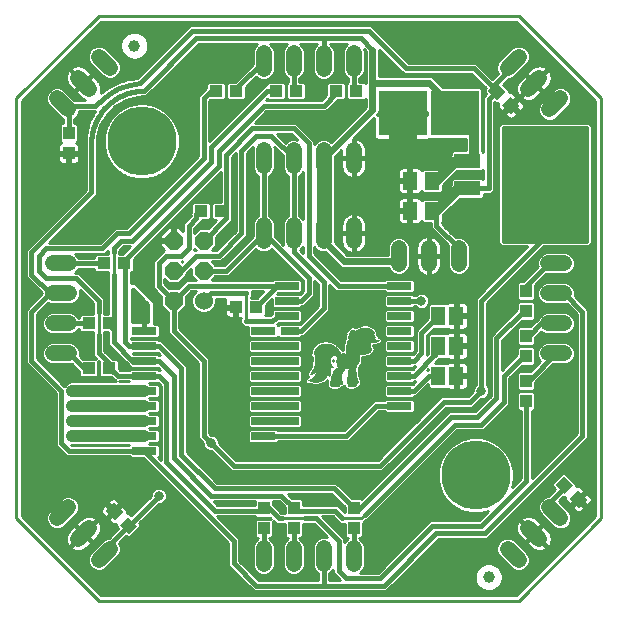
<source format=gbl>
G75*
%MOIN*%
%OFA0B0*%
%FSLAX25Y25*%
%IPPOS*%
%LPD*%
%AMOC8*
5,1,8,0,0,1.08239X$1,22.5*
%
%ADD10C,0.01000*%
%ADD11R,0.08000X0.02600*%
%ADD12R,0.06000X0.02600*%
%ADD13R,0.04331X0.03937*%
%ADD14R,0.03937X0.04331*%
%ADD15C,0.05200*%
%ADD16R,0.04600X0.06300*%
%ADD17C,0.06000*%
%ADD18OC8,0.06000*%
%ADD19R,0.08800X0.04800*%
%ADD20R,0.08661X0.14173*%
%ADD21R,0.16000X0.15000*%
%ADD22C,0.10000*%
%ADD23R,0.05118X0.05906*%
%ADD24C,0.23000*%
%ADD25C,0.03937*%
%ADD26C,0.01600*%
%ADD27C,0.02400*%
%ADD28C,0.05000*%
%ADD29C,0.03200*%
%ADD30C,0.03150*%
%ADD31C,0.04000*%
%ADD32C,0.00039*%
D10*
X0016851Y0016478D02*
X0025597Y0016478D01*
X0025344Y0015867D02*
X0025344Y0014395D01*
X0025907Y0013035D01*
X0026948Y0011994D01*
X0028308Y0011431D01*
X0029780Y0011431D01*
X0031140Y0011994D01*
X0035857Y0016712D01*
X0036421Y0018072D01*
X0036421Y0019544D01*
X0035926Y0020739D01*
X0038174Y0022987D01*
X0038550Y0022611D01*
X0039461Y0022611D01*
X0042889Y0026039D01*
X0042889Y0026950D01*
X0042513Y0027326D01*
X0049012Y0033825D01*
X0049532Y0033825D01*
X0050515Y0034232D01*
X0051268Y0034985D01*
X0051675Y0035968D01*
X0051675Y0037032D01*
X0051268Y0038015D01*
X0050515Y0038768D01*
X0049532Y0039175D01*
X0048468Y0039175D01*
X0047485Y0038768D01*
X0046732Y0038015D01*
X0046325Y0037032D01*
X0046325Y0036512D01*
X0039826Y0030013D01*
X0039183Y0030657D01*
X0038457Y0030657D01*
X0038557Y0031030D01*
X0038557Y0031425D01*
X0038455Y0031806D01*
X0038257Y0032148D01*
X0036929Y0033476D01*
X0034819Y0031366D01*
X0034134Y0032051D01*
X0036244Y0034161D01*
X0034916Y0035490D01*
X0034573Y0035687D01*
X0034192Y0035789D01*
X0033797Y0035789D01*
X0033416Y0035687D01*
X0033073Y0035490D01*
X0031884Y0034301D01*
X0034134Y0032051D01*
X0033449Y0031366D01*
X0034134Y0030681D01*
X0032024Y0028571D01*
X0033352Y0027243D01*
X0033694Y0027045D01*
X0034075Y0026943D01*
X0034470Y0026943D01*
X0034843Y0027043D01*
X0034843Y0026317D01*
X0035487Y0025674D01*
X0032321Y0022508D01*
X0031985Y0022508D01*
X0030625Y0021945D01*
X0025907Y0017227D01*
X0025344Y0015867D01*
X0025344Y0015479D02*
X0017849Y0015479D01*
X0018848Y0014481D02*
X0025344Y0014481D01*
X0025722Y0013482D02*
X0019846Y0013482D01*
X0020845Y0012484D02*
X0026459Y0012484D01*
X0028177Y0011485D02*
X0021843Y0011485D01*
X0022842Y0010487D02*
X0074826Y0010487D01*
X0073828Y0011485D02*
X0029910Y0011485D01*
X0031629Y0012484D02*
X0072829Y0012484D01*
X0072100Y0013213D02*
X0079600Y0005713D01*
X0080713Y0004600D01*
X0124787Y0004600D01*
X0142287Y0022100D01*
X0158537Y0022100D01*
X0191037Y0054600D01*
X0192150Y0055713D01*
X0192150Y0098537D01*
X0187690Y0102997D01*
X0187800Y0103264D01*
X0187800Y0104736D01*
X0187237Y0106096D01*
X0186196Y0107137D01*
X0184836Y0107700D01*
X0178164Y0107700D01*
X0176804Y0107137D01*
X0175763Y0106096D01*
X0175200Y0104736D01*
X0175200Y0103264D01*
X0175763Y0101904D01*
X0176804Y0100863D01*
X0178164Y0100300D01*
X0184836Y0100300D01*
X0184961Y0100352D01*
X0188350Y0096963D01*
X0188350Y0057287D01*
X0173400Y0042337D01*
X0173400Y0064888D01*
X0173924Y0064888D01*
X0174568Y0065533D01*
X0174568Y0070775D01*
X0173924Y0071419D01*
X0169076Y0071419D01*
X0168431Y0070775D01*
X0168431Y0065533D01*
X0169076Y0064888D01*
X0169600Y0064888D01*
X0169600Y0042287D01*
X0166641Y0039328D01*
X0167269Y0041672D01*
X0167269Y0044990D01*
X0166411Y0048194D01*
X0164752Y0051067D01*
X0162406Y0053413D01*
X0159533Y0055072D01*
X0156328Y0055931D01*
X0153010Y0055931D01*
X0149806Y0055072D01*
X0146933Y0053413D01*
X0144587Y0051067D01*
X0142928Y0048194D01*
X0142069Y0044990D01*
X0142069Y0041672D01*
X0142928Y0038467D01*
X0144587Y0035594D01*
X0146933Y0033248D01*
X0149806Y0031589D01*
X0153010Y0030731D01*
X0156328Y0030731D01*
X0158672Y0031359D01*
X0155713Y0028400D01*
X0139463Y0028400D01*
X0138350Y0027287D01*
X0121963Y0010900D01*
X0116233Y0010900D01*
X0117137Y0011804D01*
X0117700Y0013164D01*
X0117700Y0019836D01*
X0117137Y0021196D01*
X0116096Y0022237D01*
X0115900Y0022318D01*
X0115900Y0022388D01*
X0116424Y0022388D01*
X0117068Y0023033D01*
X0117068Y0027400D01*
X0117163Y0027400D01*
X0118113Y0028350D01*
X0118537Y0028350D01*
X0148537Y0058350D01*
X0157287Y0058350D01*
X0164787Y0065850D01*
X0165900Y0066963D01*
X0165900Y0075713D01*
X0170075Y0079888D01*
X0173924Y0079888D01*
X0174568Y0080533D01*
X0174568Y0085775D01*
X0173924Y0086419D01*
X0169076Y0086419D01*
X0168431Y0085775D01*
X0168431Y0083618D01*
X0163400Y0078587D01*
X0163400Y0088213D01*
X0170075Y0094888D01*
X0173924Y0094888D01*
X0174568Y0095533D01*
X0174568Y0100775D01*
X0173924Y0101419D01*
X0169076Y0101419D01*
X0168431Y0100775D01*
X0168431Y0098618D01*
X0159600Y0089787D01*
X0159600Y0069787D01*
X0154463Y0064650D01*
X0145713Y0064650D01*
X0116549Y0035486D01*
X0116424Y0035612D01*
X0113422Y0035612D01*
X0108133Y0040900D01*
X0068537Y0040900D01*
X0058400Y0051037D01*
X0058400Y0079787D01*
X0057287Y0080900D01*
X0049787Y0088400D01*
X0049156Y0088400D01*
X0048656Y0088900D01*
X0039744Y0088900D01*
X0039650Y0088806D01*
X0039650Y0089161D01*
X0039684Y0089161D01*
X0039744Y0089100D01*
X0048656Y0089100D01*
X0049300Y0089744D01*
X0049300Y0093256D01*
X0048656Y0093900D01*
X0047589Y0093900D01*
X0047589Y0101219D01*
X0046219Y0102589D01*
X0041219Y0107589D01*
X0039650Y0107589D01*
X0039650Y0110931D01*
X0039967Y0110931D01*
X0040612Y0111576D01*
X0040612Y0115425D01*
X0069600Y0144413D01*
X0069600Y0134568D01*
X0067225Y0134568D01*
X0066581Y0133924D01*
X0066581Y0129076D01*
X0067225Y0128431D01*
X0068245Y0128431D01*
X0065413Y0125600D01*
X0062302Y0125600D01*
X0060900Y0124198D01*
X0060900Y0125713D01*
X0062287Y0127100D01*
X0063400Y0128213D01*
X0063400Y0128431D01*
X0065775Y0128431D01*
X0066419Y0129076D01*
X0066419Y0133924D01*
X0065775Y0134568D01*
X0060533Y0134568D01*
X0059888Y0133924D01*
X0059888Y0131801D01*
X0059866Y0131788D01*
X0059795Y0131522D01*
X0059600Y0131327D01*
X0059600Y0130788D01*
X0059462Y0130267D01*
X0059600Y0130029D01*
X0059600Y0129787D01*
X0057100Y0127287D01*
X0057100Y0124764D01*
X0055864Y0126000D01*
X0054500Y0126000D01*
X0054500Y0122000D01*
X0053500Y0122000D01*
X0053500Y0126000D01*
X0052136Y0126000D01*
X0049500Y0123364D01*
X0049500Y0122000D01*
X0053500Y0122000D01*
X0053500Y0121000D01*
X0049500Y0121000D01*
X0049500Y0119636D01*
X0050736Y0118400D01*
X0050713Y0118400D01*
X0049600Y0117287D01*
X0047100Y0114787D01*
X0047100Y0105713D01*
X0048213Y0104600D01*
X0049900Y0102913D01*
X0049900Y0099802D01*
X0052100Y0097602D01*
X0052100Y0090713D01*
X0053213Y0089600D01*
X0062100Y0080713D01*
X0062100Y0055713D01*
X0063213Y0054600D01*
X0063825Y0053988D01*
X0063825Y0053468D01*
X0064232Y0052485D01*
X0064985Y0051732D01*
X0065968Y0051325D01*
X0066488Y0051325D01*
X0073213Y0044600D01*
X0123537Y0044600D01*
X0144787Y0065850D01*
X0153537Y0065850D01*
X0154650Y0066963D01*
X0156512Y0068825D01*
X0157032Y0068825D01*
X0158015Y0069232D01*
X0158768Y0069985D01*
X0159175Y0070968D01*
X0159175Y0072032D01*
X0158768Y0073015D01*
X0158400Y0073383D01*
X0158400Y0100713D01*
X0177287Y0119600D01*
X0192287Y0119600D01*
X0193400Y0120713D01*
X0193400Y0159787D01*
X0192287Y0160900D01*
X0163213Y0160900D01*
X0162100Y0159787D01*
X0162100Y0120713D01*
X0163213Y0119600D01*
X0171913Y0119600D01*
X0155713Y0103400D01*
X0154600Y0102287D01*
X0154600Y0073383D01*
X0154232Y0073015D01*
X0153825Y0072032D01*
X0153825Y0071512D01*
X0151963Y0069650D01*
X0143213Y0069650D01*
X0134700Y0061137D01*
X0134700Y0061350D01*
X0129350Y0061350D01*
X0129350Y0061650D01*
X0134700Y0061650D01*
X0134700Y0062997D01*
X0134598Y0063379D01*
X0134400Y0063721D01*
X0134121Y0064000D01*
X0133779Y0064198D01*
X0133759Y0064203D01*
X0134300Y0064744D01*
X0134300Y0068256D01*
X0133656Y0068900D01*
X0124744Y0068900D01*
X0124244Y0068400D01*
X0120713Y0068400D01*
X0119600Y0067287D01*
X0110713Y0058400D01*
X0088756Y0058400D01*
X0088256Y0058900D01*
X0079344Y0058900D01*
X0078700Y0058256D01*
X0078700Y0054744D01*
X0079241Y0054203D01*
X0079221Y0054198D01*
X0078879Y0054000D01*
X0078600Y0053721D01*
X0078402Y0053379D01*
X0078300Y0052997D01*
X0078300Y0051650D01*
X0083650Y0051650D01*
X0083650Y0051350D01*
X0083950Y0051350D01*
X0083950Y0051650D01*
X0089300Y0051650D01*
X0089300Y0052997D01*
X0089198Y0053379D01*
X0089000Y0053721D01*
X0088721Y0054000D01*
X0088379Y0054198D01*
X0088359Y0054203D01*
X0088756Y0054600D01*
X0112287Y0054600D01*
X0122287Y0064600D01*
X0124244Y0064600D01*
X0124641Y0064203D01*
X0124621Y0064198D01*
X0124279Y0064000D01*
X0124000Y0063721D01*
X0123802Y0063379D01*
X0123700Y0062997D01*
X0123700Y0061650D01*
X0129050Y0061650D01*
X0129050Y0061350D01*
X0129350Y0061350D01*
X0129350Y0058700D01*
X0132263Y0058700D01*
X0121963Y0048400D01*
X0074787Y0048400D01*
X0069175Y0054012D01*
X0069175Y0054532D01*
X0068768Y0055515D01*
X0068015Y0056268D01*
X0067032Y0056675D01*
X0066512Y0056675D01*
X0065900Y0057287D01*
X0065900Y0082287D01*
X0055900Y0092287D01*
X0055900Y0097602D01*
X0058100Y0099802D01*
X0058100Y0102913D01*
X0059787Y0104600D01*
X0061302Y0104600D01*
X0060524Y0103822D01*
X0059900Y0102316D01*
X0059900Y0100684D01*
X0060524Y0099178D01*
X0061678Y0098024D01*
X0063184Y0097400D01*
X0064816Y0097400D01*
X0066322Y0098024D01*
X0067476Y0099178D01*
X0068100Y0100684D01*
X0068100Y0102100D01*
X0071257Y0102100D01*
X0071165Y0101941D01*
X0071063Y0101560D01*
X0071063Y0099878D01*
X0074244Y0099878D01*
X0074244Y0098909D01*
X0075213Y0098909D01*
X0075213Y0095925D01*
X0076475Y0095925D01*
X0076475Y0095874D01*
X0076175Y0095574D01*
X0076175Y0094000D01*
X0077288Y0092887D01*
X0078700Y0092887D01*
X0078700Y0089744D01*
X0079344Y0089100D01*
X0088256Y0089100D01*
X0088750Y0089594D01*
X0089244Y0089100D01*
X0096156Y0089100D01*
X0096656Y0089600D01*
X0097287Y0089600D01*
X0098400Y0090713D01*
X0105900Y0098213D01*
X0105900Y0106913D01*
X0108213Y0104600D01*
X0124244Y0104600D01*
X0124744Y0104100D01*
X0133656Y0104100D01*
X0134300Y0104744D01*
X0134300Y0108256D01*
X0133656Y0108900D01*
X0124744Y0108900D01*
X0124244Y0108400D01*
X0109787Y0108400D01*
X0100900Y0117287D01*
X0100900Y0119267D01*
X0101904Y0118263D01*
X0103264Y0117700D01*
X0104547Y0117700D01*
X0109922Y0112325D01*
X0125648Y0112325D01*
X0125863Y0111804D01*
X0126904Y0110763D01*
X0128264Y0110200D01*
X0129736Y0110200D01*
X0131096Y0110763D01*
X0132137Y0111804D01*
X0132700Y0113164D01*
X0132700Y0119836D01*
X0132137Y0121196D01*
X0131096Y0122237D01*
X0129736Y0122800D01*
X0128264Y0122800D01*
X0126904Y0122237D01*
X0125863Y0121196D01*
X0125300Y0119836D01*
X0125300Y0116925D01*
X0111828Y0116925D01*
X0107700Y0121053D01*
X0107700Y0127336D01*
X0107600Y0127577D01*
X0107600Y0145423D01*
X0107700Y0145664D01*
X0107700Y0149447D01*
X0109900Y0151647D01*
X0109900Y0149300D01*
X0113700Y0149300D01*
X0113700Y0155447D01*
X0120823Y0162570D01*
X0120823Y0156303D01*
X0120925Y0155921D01*
X0121123Y0155579D01*
X0121402Y0155300D01*
X0121744Y0155102D01*
X0122125Y0155000D01*
X0129823Y0155000D01*
X0129823Y0157552D01*
X0130271Y0157611D01*
X0130823Y0157759D01*
X0130823Y0155000D01*
X0138520Y0155000D01*
X0138902Y0155102D01*
X0139244Y0155300D01*
X0139344Y0155400D01*
X0151300Y0155400D01*
X0151300Y0151600D01*
X0146944Y0151600D01*
X0146300Y0150956D01*
X0146300Y0150118D01*
X0141734Y0145553D01*
X0137225Y0145553D01*
X0136712Y0145039D01*
X0136519Y0145374D01*
X0136240Y0145653D01*
X0135898Y0145851D01*
X0135516Y0145953D01*
X0133260Y0145953D01*
X0133260Y0142000D01*
X0132260Y0142000D01*
X0132260Y0145953D01*
X0130003Y0145953D01*
X0129622Y0145851D01*
X0129280Y0145653D01*
X0129000Y0145374D01*
X0128803Y0145032D01*
X0128701Y0144650D01*
X0128701Y0142000D01*
X0132260Y0142000D01*
X0132260Y0141000D01*
X0133260Y0141000D01*
X0133260Y0137047D01*
X0135516Y0137047D01*
X0135898Y0137149D01*
X0136240Y0137347D01*
X0136519Y0137626D01*
X0136712Y0137961D01*
X0137225Y0137447D01*
X0143255Y0137447D01*
X0143899Y0138092D01*
X0143899Y0140081D01*
X0148418Y0144600D01*
X0156656Y0144600D01*
X0157100Y0145044D01*
X0157100Y0142056D01*
X0156656Y0142500D01*
X0146944Y0142500D01*
X0146300Y0141856D01*
X0146300Y0140118D01*
X0141734Y0135553D01*
X0137225Y0135553D01*
X0136712Y0135039D01*
X0136519Y0135374D01*
X0136240Y0135653D01*
X0135898Y0135851D01*
X0135516Y0135953D01*
X0133260Y0135953D01*
X0133260Y0132000D01*
X0132260Y0132000D01*
X0132260Y0135953D01*
X0130003Y0135953D01*
X0129622Y0135851D01*
X0129280Y0135653D01*
X0129000Y0135374D01*
X0128803Y0135032D01*
X0128701Y0134650D01*
X0128701Y0132000D01*
X0132260Y0132000D01*
X0132260Y0131000D01*
X0133260Y0131000D01*
X0133260Y0127047D01*
X0135516Y0127047D01*
X0135898Y0127149D01*
X0136240Y0127347D01*
X0136519Y0127626D01*
X0136712Y0127961D01*
X0137225Y0127447D01*
X0139600Y0127447D01*
X0139600Y0125713D01*
X0140713Y0124600D01*
X0145352Y0119961D01*
X0145300Y0119836D01*
X0145300Y0113164D01*
X0145863Y0111804D01*
X0146904Y0110763D01*
X0148264Y0110200D01*
X0149736Y0110200D01*
X0151096Y0110763D01*
X0152137Y0111804D01*
X0152700Y0113164D01*
X0152700Y0119836D01*
X0152137Y0121196D01*
X0151096Y0122237D01*
X0149736Y0122800D01*
X0148264Y0122800D01*
X0147997Y0122690D01*
X0143400Y0127287D01*
X0143400Y0127592D01*
X0143899Y0128092D01*
X0143899Y0130081D01*
X0145900Y0132082D01*
X0145900Y0130400D01*
X0151300Y0130400D01*
X0151300Y0133800D01*
X0147618Y0133800D01*
X0149318Y0135500D01*
X0156656Y0135500D01*
X0157300Y0136144D01*
X0157300Y0137100D01*
X0159787Y0137100D01*
X0160900Y0138213D01*
X0160900Y0167760D01*
X0161317Y0167343D01*
X0162043Y0167343D01*
X0161943Y0166970D01*
X0161943Y0166575D01*
X0162045Y0166194D01*
X0162243Y0165852D01*
X0163571Y0164524D01*
X0165681Y0166634D01*
X0166366Y0165949D01*
X0164256Y0163839D01*
X0165584Y0162510D01*
X0165927Y0162313D01*
X0166308Y0162211D01*
X0166703Y0162211D01*
X0167084Y0162313D01*
X0167427Y0162510D01*
X0168616Y0163699D01*
X0166366Y0165949D01*
X0167051Y0166634D01*
X0166366Y0167319D01*
X0168476Y0169429D01*
X0167148Y0170757D01*
X0166806Y0170955D01*
X0166425Y0171057D01*
X0166030Y0171057D01*
X0165657Y0170957D01*
X0165657Y0171683D01*
X0163763Y0173576D01*
X0165679Y0175492D01*
X0166015Y0175492D01*
X0167375Y0176055D01*
X0172093Y0180773D01*
X0172656Y0182133D01*
X0172656Y0183605D01*
X0172093Y0184965D01*
X0171052Y0186006D01*
X0169692Y0186569D01*
X0168220Y0186569D01*
X0166860Y0186006D01*
X0162142Y0181288D01*
X0161579Y0179928D01*
X0161579Y0178456D01*
X0162074Y0177261D01*
X0160250Y0175437D01*
X0154787Y0180900D01*
X0132287Y0180900D01*
X0120900Y0192287D01*
X0119787Y0193400D01*
X0059463Y0193400D01*
X0058350Y0192287D01*
X0041859Y0175796D01*
X0039601Y0175489D01*
X0039421Y0175579D01*
X0038843Y0175386D01*
X0038240Y0175304D01*
X0038118Y0175145D01*
X0035732Y0174349D01*
X0035586Y0174398D01*
X0035003Y0174106D01*
X0034385Y0173900D01*
X0034316Y0173763D01*
X0033073Y0173141D01*
X0032906Y0173169D01*
X0032387Y0172798D01*
X0031816Y0172513D01*
X0031763Y0172352D01*
X0030031Y0171115D01*
X0029885Y0171120D01*
X0029640Y0170890D01*
X0029767Y0171279D01*
X0029868Y0171916D01*
X0029868Y0172562D01*
X0029767Y0173199D01*
X0029567Y0173813D01*
X0029274Y0174388D01*
X0028895Y0174910D01*
X0027041Y0176764D01*
X0024354Y0174077D01*
X0023929Y0174502D01*
X0023505Y0174077D01*
X0023929Y0173653D01*
X0021242Y0170966D01*
X0023097Y0169112D01*
X0023619Y0168732D01*
X0024194Y0168439D01*
X0024315Y0168400D01*
X0020920Y0168400D01*
X0017227Y0172093D01*
X0015867Y0172656D01*
X0014395Y0172656D01*
X0013035Y0172093D01*
X0011994Y0171052D01*
X0011431Y0169692D01*
X0011431Y0168220D01*
X0011994Y0166860D01*
X0016712Y0162142D01*
X0017100Y0161982D01*
X0017100Y0160612D01*
X0016576Y0160612D01*
X0015931Y0159967D01*
X0015931Y0154725D01*
X0016445Y0154212D01*
X0016110Y0154019D01*
X0015831Y0153740D01*
X0015634Y0153398D01*
X0015531Y0153016D01*
X0015531Y0151138D01*
X0018516Y0151138D01*
X0018516Y0150169D01*
X0019484Y0150169D01*
X0019484Y0146988D01*
X0021166Y0146988D01*
X0021547Y0147090D01*
X0021890Y0147288D01*
X0022169Y0147567D01*
X0022366Y0147909D01*
X0022468Y0148291D01*
X0022468Y0150169D01*
X0019484Y0150169D01*
X0019484Y0151138D01*
X0022468Y0151138D01*
X0022468Y0153016D01*
X0022366Y0153398D01*
X0022169Y0153740D01*
X0021890Y0154019D01*
X0021555Y0154212D01*
X0022068Y0154725D01*
X0022068Y0159967D01*
X0021424Y0160612D01*
X0020900Y0160612D01*
X0020900Y0162141D01*
X0020904Y0162142D01*
X0021945Y0163183D01*
X0022508Y0164543D01*
X0022508Y0164600D01*
X0027719Y0164600D01*
X0025922Y0161488D01*
X0024600Y0156554D01*
X0024600Y0138537D01*
X0004600Y0118537D01*
X0004600Y0109463D01*
X0010063Y0104000D01*
X0004600Y0098537D01*
X0004600Y0080713D01*
X0014600Y0070713D01*
X0014600Y0053213D01*
X0015713Y0052100D01*
X0018213Y0049600D01*
X0039244Y0049600D01*
X0039744Y0049100D01*
X0043826Y0049100D01*
X0044600Y0048259D01*
X0044600Y0048213D01*
X0045128Y0047685D01*
X0045635Y0047134D01*
X0045680Y0047133D01*
X0072100Y0020713D01*
X0072100Y0013213D01*
X0072100Y0013482D02*
X0032627Y0013482D01*
X0033626Y0014481D02*
X0072100Y0014481D01*
X0072100Y0015479D02*
X0034624Y0015479D01*
X0035623Y0016478D02*
X0072100Y0016478D01*
X0072100Y0017476D02*
X0036174Y0017476D01*
X0036421Y0018475D02*
X0072100Y0018475D01*
X0072100Y0019473D02*
X0036421Y0019473D01*
X0036037Y0020472D02*
X0072100Y0020472D01*
X0071343Y0021470D02*
X0036657Y0021470D01*
X0037656Y0022469D02*
X0070344Y0022469D01*
X0069346Y0023467D02*
X0040318Y0023467D01*
X0041316Y0024466D02*
X0068347Y0024466D01*
X0067349Y0025464D02*
X0042315Y0025464D01*
X0042889Y0026463D02*
X0066350Y0026463D01*
X0065352Y0027461D02*
X0042648Y0027461D01*
X0043647Y0028460D02*
X0064353Y0028460D01*
X0063355Y0029458D02*
X0044645Y0029458D01*
X0045644Y0030457D02*
X0062356Y0030457D01*
X0061358Y0031455D02*
X0046642Y0031455D01*
X0047641Y0032454D02*
X0060359Y0032454D01*
X0059361Y0033452D02*
X0048639Y0033452D01*
X0050734Y0034451D02*
X0058362Y0034451D01*
X0057364Y0035449D02*
X0051460Y0035449D01*
X0051675Y0036448D02*
X0056365Y0036448D01*
X0055367Y0037446D02*
X0051503Y0037446D01*
X0050838Y0038445D02*
X0054368Y0038445D01*
X0053370Y0039443D02*
X0003500Y0039443D01*
X0003500Y0038445D02*
X0047162Y0038445D01*
X0046497Y0037446D02*
X0003500Y0037446D01*
X0003500Y0036448D02*
X0046261Y0036448D01*
X0045262Y0035449D02*
X0034956Y0035449D01*
X0035954Y0034451D02*
X0044264Y0034451D01*
X0043265Y0033452D02*
X0036953Y0033452D01*
X0036905Y0033452D02*
X0035535Y0033452D01*
X0035906Y0032454D02*
X0034536Y0032454D01*
X0033731Y0032454D02*
X0032361Y0032454D01*
X0032732Y0033452D02*
X0031363Y0033452D01*
X0031199Y0033616D02*
X0030010Y0032427D01*
X0029813Y0032084D01*
X0029711Y0031703D01*
X0029711Y0031308D01*
X0029813Y0030927D01*
X0030010Y0030584D01*
X0031339Y0029256D01*
X0033449Y0031366D01*
X0031199Y0033616D01*
X0031036Y0033452D02*
X0022501Y0033452D01*
X0022501Y0033463D02*
X0021938Y0034823D01*
X0020897Y0035864D01*
X0019537Y0036427D01*
X0018065Y0036427D01*
X0016705Y0035864D01*
X0011988Y0031146D01*
X0011424Y0029787D01*
X0011424Y0028315D01*
X0011988Y0026955D01*
X0013029Y0025914D01*
X0014388Y0025351D01*
X0015860Y0025351D01*
X0017220Y0025914D01*
X0021938Y0030632D01*
X0022501Y0031991D01*
X0022501Y0033463D01*
X0022501Y0032454D02*
X0030038Y0032454D01*
X0029711Y0031455D02*
X0022279Y0031455D01*
X0021763Y0030457D02*
X0030138Y0030457D01*
X0031136Y0029458D02*
X0027549Y0029458D01*
X0027335Y0029567D02*
X0026721Y0029767D01*
X0026084Y0029868D01*
X0025438Y0029868D01*
X0024801Y0029767D01*
X0024187Y0029567D01*
X0023612Y0029274D01*
X0023090Y0028895D01*
X0021236Y0027041D01*
X0023923Y0024354D01*
X0028448Y0028879D01*
X0028432Y0028895D01*
X0027910Y0029274D01*
X0027335Y0029567D01*
X0028029Y0028460D02*
X0032135Y0028460D01*
X0031541Y0029458D02*
X0032911Y0029458D01*
X0032539Y0030457D02*
X0033909Y0030457D01*
X0033538Y0031455D02*
X0033360Y0031455D01*
X0034730Y0031455D02*
X0034908Y0031455D01*
X0037951Y0032454D02*
X0042267Y0032454D01*
X0041268Y0031455D02*
X0038549Y0031455D01*
X0039383Y0030457D02*
X0040270Y0030457D01*
X0034843Y0026463D02*
X0029802Y0026463D01*
X0029760Y0026728D02*
X0029561Y0027342D01*
X0029268Y0027917D01*
X0028888Y0028439D01*
X0028872Y0028455D01*
X0024347Y0023929D01*
X0027034Y0021242D01*
X0028888Y0023097D01*
X0029268Y0023619D01*
X0029561Y0024194D01*
X0029760Y0024808D01*
X0029861Y0025445D01*
X0029861Y0026090D01*
X0029760Y0026728D01*
X0029500Y0027461D02*
X0033133Y0027461D01*
X0035277Y0025464D02*
X0029861Y0025464D01*
X0029649Y0024466D02*
X0034279Y0024466D01*
X0033280Y0023467D02*
X0029158Y0023467D01*
X0028260Y0022469D02*
X0031890Y0022469D01*
X0030150Y0021470D02*
X0027262Y0021470D01*
X0026806Y0021470D02*
X0025957Y0021470D01*
X0026610Y0020818D02*
X0023923Y0023505D01*
X0024347Y0023929D01*
X0023923Y0024354D01*
X0023498Y0023929D01*
X0023923Y0023505D01*
X0019397Y0018980D01*
X0019413Y0018963D01*
X0019935Y0018584D01*
X0020510Y0018291D01*
X0021124Y0018092D01*
X0021761Y0017991D01*
X0022407Y0017991D01*
X0023044Y0018092D01*
X0023658Y0018291D01*
X0024233Y0018584D01*
X0024755Y0018963D01*
X0026610Y0020818D01*
X0026263Y0020472D02*
X0029152Y0020472D01*
X0028153Y0019473D02*
X0025265Y0019473D01*
X0024018Y0018475D02*
X0027155Y0018475D01*
X0026156Y0017476D02*
X0015852Y0017476D01*
X0014854Y0018475D02*
X0020150Y0018475D01*
X0019891Y0019473D02*
X0019042Y0019473D01*
X0018973Y0019404D02*
X0023498Y0023929D01*
X0020811Y0026616D01*
X0018957Y0024762D01*
X0018577Y0024240D01*
X0018285Y0023665D01*
X0018085Y0023051D01*
X0017984Y0022413D01*
X0017984Y0021768D01*
X0018085Y0021131D01*
X0018285Y0020517D01*
X0018577Y0019942D01*
X0018957Y0019420D01*
X0018973Y0019404D01*
X0018918Y0019473D02*
X0013855Y0019473D01*
X0012857Y0020472D02*
X0018308Y0020472D01*
X0018031Y0021470D02*
X0011858Y0021470D01*
X0010860Y0022469D02*
X0017993Y0022469D01*
X0018220Y0023467D02*
X0009861Y0023467D01*
X0008863Y0024466D02*
X0018742Y0024466D01*
X0019659Y0025464D02*
X0016135Y0025464D01*
X0017769Y0026463D02*
X0020658Y0026463D01*
X0020965Y0026463D02*
X0021813Y0026463D01*
X0021963Y0025464D02*
X0022812Y0025464D01*
X0022962Y0024466D02*
X0023810Y0024466D01*
X0024035Y0024466D02*
X0024883Y0024466D01*
X0024809Y0023467D02*
X0023960Y0023467D01*
X0023885Y0023467D02*
X0023036Y0023467D01*
X0022886Y0022469D02*
X0022038Y0022469D01*
X0021888Y0021470D02*
X0021039Y0021470D01*
X0020889Y0020472D02*
X0020041Y0020472D01*
X0024959Y0022469D02*
X0025807Y0022469D01*
X0025882Y0025464D02*
X0025033Y0025464D01*
X0026032Y0026463D02*
X0026880Y0026463D01*
X0027030Y0027461D02*
X0027879Y0027461D01*
X0023973Y0029458D02*
X0020765Y0029458D01*
X0019766Y0028460D02*
X0022655Y0028460D01*
X0021656Y0027461D02*
X0018768Y0027461D01*
X0014114Y0025464D02*
X0007864Y0025464D01*
X0006866Y0026463D02*
X0012480Y0026463D01*
X0011778Y0027461D02*
X0005867Y0027461D01*
X0004869Y0028460D02*
X0011424Y0028460D01*
X0011424Y0029458D02*
X0003870Y0029458D01*
X0003500Y0029828D02*
X0003500Y0168171D01*
X0029867Y0194500D01*
X0168172Y0194500D01*
X0194500Y0168172D01*
X0194500Y0029828D01*
X0168172Y0003500D01*
X0029828Y0003500D01*
X0003500Y0029828D01*
X0003500Y0030457D02*
X0011702Y0030457D01*
X0012297Y0031455D02*
X0003500Y0031455D01*
X0003500Y0032454D02*
X0013295Y0032454D01*
X0014294Y0033452D02*
X0003500Y0033452D01*
X0003500Y0034451D02*
X0015292Y0034451D01*
X0016291Y0035449D02*
X0003500Y0035449D01*
X0003500Y0040442D02*
X0052371Y0040442D01*
X0051373Y0041440D02*
X0003500Y0041440D01*
X0003500Y0042439D02*
X0050374Y0042439D01*
X0049376Y0043437D02*
X0003500Y0043437D01*
X0003500Y0044436D02*
X0048377Y0044436D01*
X0047378Y0045434D02*
X0003500Y0045434D01*
X0003500Y0046433D02*
X0046380Y0046433D01*
X0045361Y0047432D02*
X0003500Y0047432D01*
X0003500Y0048430D02*
X0044443Y0048430D01*
X0048871Y0049316D02*
X0049300Y0049744D01*
X0049300Y0053256D01*
X0048656Y0053900D01*
X0045784Y0053900D01*
X0045984Y0054100D01*
X0048656Y0054100D01*
X0049300Y0054744D01*
X0049300Y0058256D01*
X0048656Y0058900D01*
X0045984Y0058900D01*
X0045884Y0059000D01*
X0045984Y0059100D01*
X0048656Y0059100D01*
X0049300Y0059744D01*
X0049300Y0063256D01*
X0048656Y0063900D01*
X0045984Y0063900D01*
X0045884Y0064000D01*
X0045984Y0064100D01*
X0048656Y0064100D01*
X0049300Y0064744D01*
X0049300Y0068256D01*
X0048656Y0068900D01*
X0045984Y0068900D01*
X0045884Y0069000D01*
X0045984Y0069100D01*
X0048656Y0069100D01*
X0049300Y0069744D01*
X0049300Y0073256D01*
X0048656Y0073900D01*
X0045984Y0073900D01*
X0045784Y0074100D01*
X0048656Y0074100D01*
X0048684Y0074129D01*
X0049600Y0073213D01*
X0049600Y0048587D01*
X0048871Y0049316D01*
X0048984Y0049429D02*
X0049600Y0049429D01*
X0049600Y0050427D02*
X0049300Y0050427D01*
X0049300Y0051426D02*
X0049600Y0051426D01*
X0049600Y0052424D02*
X0049300Y0052424D01*
X0049133Y0053423D02*
X0049600Y0053423D01*
X0049600Y0054421D02*
X0048977Y0054421D01*
X0049300Y0055420D02*
X0049600Y0055420D01*
X0049600Y0056418D02*
X0049300Y0056418D01*
X0049300Y0057417D02*
X0049600Y0057417D01*
X0049600Y0058415D02*
X0049140Y0058415D01*
X0048969Y0059414D02*
X0049600Y0059414D01*
X0049600Y0060412D02*
X0049300Y0060412D01*
X0049300Y0061411D02*
X0049600Y0061411D01*
X0049600Y0062409D02*
X0049300Y0062409D01*
X0049148Y0063408D02*
X0049600Y0063408D01*
X0049600Y0064406D02*
X0048962Y0064406D01*
X0049300Y0065405D02*
X0049600Y0065405D01*
X0049600Y0066403D02*
X0049300Y0066403D01*
X0049300Y0067402D02*
X0049600Y0067402D01*
X0049600Y0068400D02*
X0049155Y0068400D01*
X0048954Y0069399D02*
X0049600Y0069399D01*
X0049600Y0070397D02*
X0049300Y0070397D01*
X0049300Y0071396D02*
X0049600Y0071396D01*
X0049600Y0072394D02*
X0049300Y0072394D01*
X0049420Y0073393D02*
X0049163Y0073393D01*
X0049156Y0078400D02*
X0048656Y0078900D01*
X0039744Y0078900D01*
X0039244Y0078400D01*
X0036195Y0078400D01*
X0035612Y0078857D01*
X0035612Y0081424D01*
X0034967Y0082068D01*
X0033618Y0082068D01*
X0030900Y0084787D01*
X0030900Y0090931D01*
X0032098Y0090931D01*
X0032100Y0090929D01*
X0032100Y0086963D01*
X0033213Y0085850D01*
X0038350Y0080713D01*
X0038350Y0080713D01*
X0039100Y0079963D01*
X0039100Y0079744D01*
X0039744Y0079100D01*
X0048656Y0079100D01*
X0048684Y0079129D01*
X0049413Y0078400D01*
X0049156Y0078400D01*
X0049156Y0083400D02*
X0048656Y0083900D01*
X0040537Y0083900D01*
X0040337Y0084100D01*
X0048656Y0084100D01*
X0048684Y0084129D01*
X0049413Y0083400D01*
X0049156Y0083400D01*
X0051814Y0086373D02*
X0056440Y0086373D01*
X0057438Y0085375D02*
X0052812Y0085375D01*
X0053811Y0084376D02*
X0058437Y0084376D01*
X0059435Y0083378D02*
X0054809Y0083378D01*
X0055808Y0082379D02*
X0060434Y0082379D01*
X0061432Y0081381D02*
X0056806Y0081381D01*
X0057805Y0080382D02*
X0062100Y0080382D01*
X0062100Y0079384D02*
X0058400Y0079384D01*
X0058400Y0078385D02*
X0062100Y0078385D01*
X0062100Y0077387D02*
X0058400Y0077387D01*
X0058400Y0076388D02*
X0062100Y0076388D01*
X0062100Y0075390D02*
X0058400Y0075390D01*
X0058400Y0074391D02*
X0062100Y0074391D01*
X0062100Y0073393D02*
X0058400Y0073393D01*
X0058400Y0072394D02*
X0062100Y0072394D01*
X0062100Y0071396D02*
X0058400Y0071396D01*
X0058400Y0070397D02*
X0062100Y0070397D01*
X0062100Y0069399D02*
X0058400Y0069399D01*
X0058400Y0068400D02*
X0062100Y0068400D01*
X0062100Y0067402D02*
X0058400Y0067402D01*
X0058400Y0066403D02*
X0062100Y0066403D01*
X0062100Y0065405D02*
X0058400Y0065405D01*
X0058400Y0064406D02*
X0062100Y0064406D01*
X0062100Y0063408D02*
X0058400Y0063408D01*
X0058400Y0062409D02*
X0062100Y0062409D01*
X0062100Y0061411D02*
X0058400Y0061411D01*
X0058400Y0060412D02*
X0062100Y0060412D01*
X0062100Y0059414D02*
X0058400Y0059414D01*
X0058400Y0058415D02*
X0062100Y0058415D01*
X0062100Y0057417D02*
X0058400Y0057417D01*
X0058400Y0056418D02*
X0062100Y0056418D01*
X0062393Y0055420D02*
X0058400Y0055420D01*
X0058400Y0054421D02*
X0063392Y0054421D01*
X0063844Y0053423D02*
X0058400Y0053423D01*
X0058400Y0052424D02*
X0064293Y0052424D01*
X0065726Y0051426D02*
X0058400Y0051426D01*
X0059010Y0050427D02*
X0067386Y0050427D01*
X0068384Y0049429D02*
X0060008Y0049429D01*
X0061007Y0048430D02*
X0069383Y0048430D01*
X0070381Y0047432D02*
X0062005Y0047432D01*
X0063004Y0046433D02*
X0071380Y0046433D01*
X0072378Y0045434D02*
X0064002Y0045434D01*
X0065001Y0044436D02*
X0125499Y0044436D01*
X0126498Y0045434D02*
X0124371Y0045434D01*
X0125370Y0046433D02*
X0127496Y0046433D01*
X0128495Y0047432D02*
X0126369Y0047432D01*
X0127367Y0048430D02*
X0129493Y0048430D01*
X0130492Y0049429D02*
X0128366Y0049429D01*
X0129364Y0050427D02*
X0131490Y0050427D01*
X0132489Y0051426D02*
X0130363Y0051426D01*
X0131361Y0052424D02*
X0133487Y0052424D01*
X0134486Y0053423D02*
X0132360Y0053423D01*
X0133358Y0054421D02*
X0135484Y0054421D01*
X0136483Y0055420D02*
X0134357Y0055420D01*
X0135355Y0056418D02*
X0137481Y0056418D01*
X0138480Y0057417D02*
X0136354Y0057417D01*
X0137352Y0058415D02*
X0139478Y0058415D01*
X0140477Y0059414D02*
X0138351Y0059414D01*
X0139349Y0060412D02*
X0141475Y0060412D01*
X0142474Y0061411D02*
X0140348Y0061411D01*
X0141346Y0062409D02*
X0143472Y0062409D01*
X0144471Y0063408D02*
X0142345Y0063408D01*
X0143343Y0064406D02*
X0145469Y0064406D01*
X0144342Y0065405D02*
X0155218Y0065405D01*
X0156216Y0066403D02*
X0154090Y0066403D01*
X0155089Y0067402D02*
X0157215Y0067402D01*
X0158213Y0068400D02*
X0156087Y0068400D01*
X0158182Y0069399D02*
X0159212Y0069399D01*
X0158938Y0070397D02*
X0159600Y0070397D01*
X0159600Y0071396D02*
X0159175Y0071396D01*
X0159025Y0072394D02*
X0159600Y0072394D01*
X0159600Y0073393D02*
X0158400Y0073393D01*
X0158400Y0074391D02*
X0159600Y0074391D01*
X0159600Y0075390D02*
X0158400Y0075390D01*
X0158400Y0076388D02*
X0159600Y0076388D01*
X0159600Y0077387D02*
X0158400Y0077387D01*
X0158400Y0078385D02*
X0159600Y0078385D01*
X0159600Y0079384D02*
X0158400Y0079384D01*
X0158400Y0080382D02*
X0159600Y0080382D01*
X0159600Y0081381D02*
X0158400Y0081381D01*
X0158400Y0082379D02*
X0159600Y0082379D01*
X0159600Y0083378D02*
X0158400Y0083378D01*
X0158400Y0084376D02*
X0159600Y0084376D01*
X0159600Y0085375D02*
X0158400Y0085375D01*
X0158400Y0086373D02*
X0159600Y0086373D01*
X0159600Y0087372D02*
X0158400Y0087372D01*
X0158400Y0088370D02*
X0159600Y0088370D01*
X0159600Y0089369D02*
X0158400Y0089369D01*
X0158400Y0090368D02*
X0160181Y0090368D01*
X0161179Y0091366D02*
X0158400Y0091366D01*
X0158400Y0092365D02*
X0162178Y0092365D01*
X0163176Y0093363D02*
X0158400Y0093363D01*
X0158400Y0094362D02*
X0164175Y0094362D01*
X0165173Y0095360D02*
X0158400Y0095360D01*
X0158400Y0096359D02*
X0166172Y0096359D01*
X0167170Y0097357D02*
X0158400Y0097357D01*
X0158400Y0098356D02*
X0168169Y0098356D01*
X0168431Y0099354D02*
X0158400Y0099354D01*
X0158400Y0100353D02*
X0168431Y0100353D01*
X0169008Y0101351D02*
X0159038Y0101351D01*
X0160037Y0102350D02*
X0168431Y0102350D01*
X0168431Y0102225D02*
X0169076Y0101581D01*
X0173924Y0101581D01*
X0174568Y0102225D01*
X0174568Y0106882D01*
X0178039Y0110352D01*
X0178164Y0110300D01*
X0184836Y0110300D01*
X0186196Y0110863D01*
X0187237Y0111904D01*
X0187800Y0113264D01*
X0187800Y0114736D01*
X0187237Y0116096D01*
X0186196Y0117137D01*
X0184836Y0117700D01*
X0178164Y0117700D01*
X0176804Y0117137D01*
X0175763Y0116096D01*
X0175200Y0114736D01*
X0175200Y0113264D01*
X0175310Y0112997D01*
X0170713Y0108400D01*
X0170425Y0108112D01*
X0169076Y0108112D01*
X0168431Y0107467D01*
X0168431Y0102225D01*
X0168431Y0103348D02*
X0161035Y0103348D01*
X0162034Y0104347D02*
X0168431Y0104347D01*
X0168431Y0105345D02*
X0163032Y0105345D01*
X0164031Y0106344D02*
X0168431Y0106344D01*
X0168431Y0107342D02*
X0165029Y0107342D01*
X0166028Y0108341D02*
X0170654Y0108341D01*
X0171652Y0109339D02*
X0167026Y0109339D01*
X0168025Y0110338D02*
X0172651Y0110338D01*
X0173649Y0111336D02*
X0169023Y0111336D01*
X0170022Y0112335D02*
X0174648Y0112335D01*
X0175200Y0113333D02*
X0171020Y0113333D01*
X0172019Y0114332D02*
X0175200Y0114332D01*
X0175446Y0115330D02*
X0173017Y0115330D01*
X0174016Y0116329D02*
X0175996Y0116329D01*
X0175014Y0117327D02*
X0177264Y0117327D01*
X0176013Y0118326D02*
X0194500Y0118326D01*
X0194500Y0119324D02*
X0177011Y0119324D01*
X0171637Y0119324D02*
X0152700Y0119324D01*
X0152700Y0118326D02*
X0170639Y0118326D01*
X0169640Y0117327D02*
X0152700Y0117327D01*
X0152700Y0116329D02*
X0168642Y0116329D01*
X0167643Y0115330D02*
X0152700Y0115330D01*
X0152700Y0114332D02*
X0166645Y0114332D01*
X0165646Y0113333D02*
X0152700Y0113333D01*
X0152356Y0112335D02*
X0164648Y0112335D01*
X0163649Y0111336D02*
X0151669Y0111336D01*
X0150068Y0110338D02*
X0162651Y0110338D01*
X0161652Y0109339D02*
X0108848Y0109339D01*
X0107849Y0110338D02*
X0127931Y0110338D01*
X0126331Y0111336D02*
X0106851Y0111336D01*
X0105852Y0112335D02*
X0109913Y0112335D01*
X0108914Y0113333D02*
X0104854Y0113333D01*
X0103855Y0114332D02*
X0107916Y0114332D01*
X0106917Y0115330D02*
X0102857Y0115330D01*
X0101858Y0116329D02*
X0105919Y0116329D01*
X0104920Y0117327D02*
X0100900Y0117327D01*
X0100900Y0118326D02*
X0101842Y0118326D01*
X0097100Y0118326D02*
X0096158Y0118326D01*
X0096135Y0118302D02*
X0097100Y0117337D01*
X0097100Y0119267D01*
X0096135Y0118302D01*
X0091980Y0113333D02*
X0076020Y0113333D01*
X0075022Y0112335D02*
X0092978Y0112335D01*
X0093977Y0111336D02*
X0074023Y0111336D01*
X0073025Y0110338D02*
X0094975Y0110338D01*
X0095974Y0109339D02*
X0067637Y0109339D01*
X0067898Y0109600D02*
X0066698Y0108400D01*
X0086744Y0108400D01*
X0087244Y0108900D01*
X0096156Y0108900D01*
X0096800Y0108256D01*
X0096800Y0104744D01*
X0096156Y0104100D01*
X0088755Y0104100D01*
X0088555Y0103900D01*
X0096156Y0103900D01*
X0096184Y0103871D01*
X0097100Y0104787D01*
X0097100Y0108213D01*
X0086573Y0118740D01*
X0086096Y0118263D01*
X0084736Y0117700D01*
X0083264Y0117700D01*
X0081904Y0118263D01*
X0081427Y0118740D01*
X0072287Y0109600D01*
X0067898Y0109600D01*
X0067898Y0113400D02*
X0066698Y0114600D01*
X0069787Y0114600D01*
X0077287Y0122100D01*
X0078400Y0123213D01*
X0078400Y0150713D01*
X0080496Y0152809D01*
X0080300Y0152336D01*
X0080300Y0145664D01*
X0080863Y0144304D01*
X0081904Y0143263D01*
X0082100Y0143182D01*
X0082100Y0129818D01*
X0081904Y0129737D01*
X0080863Y0128696D01*
X0080300Y0127336D01*
X0080300Y0122987D01*
X0070713Y0113400D01*
X0067898Y0113400D01*
X0066966Y0114332D02*
X0071645Y0114332D01*
X0072643Y0115330D02*
X0070517Y0115330D01*
X0071516Y0116329D02*
X0073642Y0116329D01*
X0074640Y0117327D02*
X0072514Y0117327D01*
X0073513Y0118326D02*
X0075639Y0118326D01*
X0076637Y0119324D02*
X0074511Y0119324D01*
X0075510Y0120323D02*
X0077636Y0120323D01*
X0078634Y0121321D02*
X0076508Y0121321D01*
X0077507Y0122320D02*
X0079633Y0122320D01*
X0080300Y0123318D02*
X0078400Y0123318D01*
X0078400Y0124317D02*
X0080300Y0124317D01*
X0080300Y0125315D02*
X0078400Y0125315D01*
X0078400Y0126314D02*
X0080300Y0126314D01*
X0080300Y0127312D02*
X0078400Y0127312D01*
X0078400Y0128311D02*
X0080704Y0128311D01*
X0081477Y0129309D02*
X0078400Y0129309D01*
X0078400Y0130308D02*
X0082100Y0130308D01*
X0082100Y0131306D02*
X0078400Y0131306D01*
X0078400Y0132305D02*
X0082100Y0132305D01*
X0082100Y0133303D02*
X0078400Y0133303D01*
X0078400Y0134302D02*
X0082100Y0134302D01*
X0082100Y0135301D02*
X0078400Y0135301D01*
X0078400Y0136299D02*
X0082100Y0136299D01*
X0082100Y0137298D02*
X0078400Y0137298D01*
X0078400Y0138296D02*
X0082100Y0138296D01*
X0082100Y0139295D02*
X0078400Y0139295D01*
X0078400Y0140293D02*
X0082100Y0140293D01*
X0082100Y0141292D02*
X0078400Y0141292D01*
X0078400Y0142290D02*
X0082100Y0142290D01*
X0081879Y0143289D02*
X0078400Y0143289D01*
X0078400Y0144287D02*
X0080880Y0144287D01*
X0080457Y0145286D02*
X0078400Y0145286D01*
X0078400Y0146284D02*
X0080300Y0146284D01*
X0080300Y0147283D02*
X0078400Y0147283D01*
X0078400Y0148281D02*
X0080300Y0148281D01*
X0080300Y0149280D02*
X0078400Y0149280D01*
X0078400Y0150278D02*
X0080300Y0150278D01*
X0080300Y0151277D02*
X0078964Y0151277D01*
X0079962Y0152275D02*
X0080300Y0152275D01*
X0074600Y0150663D02*
X0073400Y0149463D01*
X0073400Y0132287D01*
X0073400Y0128213D01*
X0068100Y0122913D01*
X0068100Y0119802D01*
X0066698Y0118400D01*
X0068213Y0118400D01*
X0074600Y0124787D01*
X0074600Y0150663D01*
X0074600Y0150278D02*
X0074215Y0150278D01*
X0074600Y0149280D02*
X0073400Y0149280D01*
X0073400Y0148281D02*
X0074600Y0148281D01*
X0074600Y0147283D02*
X0073400Y0147283D01*
X0073400Y0146284D02*
X0074600Y0146284D01*
X0074600Y0145286D02*
X0073400Y0145286D01*
X0073400Y0144287D02*
X0074600Y0144287D01*
X0074600Y0143289D02*
X0073400Y0143289D01*
X0073400Y0142290D02*
X0074600Y0142290D01*
X0074600Y0141292D02*
X0073400Y0141292D01*
X0073400Y0140293D02*
X0074600Y0140293D01*
X0074600Y0139295D02*
X0073400Y0139295D01*
X0073400Y0138296D02*
X0074600Y0138296D01*
X0074600Y0137298D02*
X0073400Y0137298D01*
X0073400Y0136299D02*
X0074600Y0136299D01*
X0074600Y0135301D02*
X0073400Y0135301D01*
X0073400Y0134302D02*
X0074600Y0134302D01*
X0074600Y0133303D02*
X0073400Y0133303D01*
X0073400Y0132305D02*
X0074600Y0132305D01*
X0074600Y0131306D02*
X0073400Y0131306D01*
X0073400Y0130308D02*
X0074600Y0130308D01*
X0074600Y0129309D02*
X0073400Y0129309D01*
X0073400Y0128311D02*
X0074600Y0128311D01*
X0074600Y0127312D02*
X0072499Y0127312D01*
X0071501Y0126314D02*
X0074600Y0126314D01*
X0074600Y0125315D02*
X0070502Y0125315D01*
X0069504Y0124317D02*
X0074130Y0124317D01*
X0073131Y0123318D02*
X0068505Y0123318D01*
X0068100Y0122320D02*
X0072133Y0122320D01*
X0071134Y0121321D02*
X0068100Y0121321D01*
X0068100Y0120323D02*
X0070136Y0120323D01*
X0069137Y0119324D02*
X0067623Y0119324D01*
X0066127Y0126314D02*
X0061501Y0126314D01*
X0062017Y0125315D02*
X0060900Y0125315D01*
X0060900Y0124317D02*
X0061019Y0124317D01*
X0062499Y0127312D02*
X0067125Y0127312D01*
X0068124Y0128311D02*
X0063400Y0128311D01*
X0066419Y0129309D02*
X0066581Y0129309D01*
X0066581Y0130308D02*
X0066419Y0130308D01*
X0066419Y0131306D02*
X0066581Y0131306D01*
X0066581Y0132305D02*
X0066419Y0132305D01*
X0066419Y0133303D02*
X0066581Y0133303D01*
X0066959Y0134302D02*
X0066041Y0134302D01*
X0069600Y0135301D02*
X0060487Y0135301D01*
X0060266Y0134302D02*
X0059489Y0134302D01*
X0059888Y0133303D02*
X0058490Y0133303D01*
X0057492Y0132305D02*
X0059888Y0132305D01*
X0059600Y0131306D02*
X0056493Y0131306D01*
X0055495Y0130308D02*
X0059473Y0130308D01*
X0059122Y0129309D02*
X0054496Y0129309D01*
X0053498Y0128311D02*
X0058124Y0128311D01*
X0057125Y0127312D02*
X0052499Y0127312D01*
X0051501Y0126314D02*
X0057100Y0126314D01*
X0057100Y0125315D02*
X0056549Y0125315D01*
X0054500Y0125315D02*
X0053500Y0125315D01*
X0053500Y0124317D02*
X0054500Y0124317D01*
X0054500Y0123318D02*
X0053500Y0123318D01*
X0053500Y0122320D02*
X0054500Y0122320D01*
X0053500Y0121321D02*
X0046508Y0121321D01*
X0045510Y0120323D02*
X0049500Y0120323D01*
X0049812Y0119324D02*
X0044511Y0119324D01*
X0043513Y0118326D02*
X0050639Y0118326D01*
X0049640Y0117327D02*
X0042514Y0117327D01*
X0041516Y0116329D02*
X0048642Y0116329D01*
X0047643Y0115330D02*
X0040612Y0115330D01*
X0040612Y0114332D02*
X0047100Y0114332D01*
X0047100Y0113333D02*
X0040612Y0113333D01*
X0040612Y0112335D02*
X0047100Y0112335D01*
X0047100Y0111336D02*
X0040372Y0111336D01*
X0039650Y0110338D02*
X0047100Y0110338D01*
X0047100Y0109339D02*
X0039650Y0109339D01*
X0039650Y0108341D02*
X0047100Y0108341D01*
X0047100Y0107342D02*
X0041466Y0107342D01*
X0042465Y0106344D02*
X0047100Y0106344D01*
X0047468Y0105345D02*
X0043463Y0105345D01*
X0044462Y0104347D02*
X0048466Y0104347D01*
X0049465Y0103348D02*
X0045460Y0103348D01*
X0046459Y0102350D02*
X0049900Y0102350D01*
X0049900Y0101351D02*
X0047457Y0101351D01*
X0047589Y0100353D02*
X0049900Y0100353D01*
X0050348Y0099354D02*
X0047589Y0099354D01*
X0047589Y0098356D02*
X0051346Y0098356D01*
X0052100Y0097357D02*
X0047589Y0097357D01*
X0047589Y0096359D02*
X0052100Y0096359D01*
X0052100Y0095360D02*
X0047589Y0095360D01*
X0047589Y0094362D02*
X0052100Y0094362D01*
X0052100Y0093363D02*
X0049193Y0093363D01*
X0049300Y0092365D02*
X0052100Y0092365D01*
X0052100Y0091366D02*
X0049300Y0091366D01*
X0049300Y0090368D02*
X0052445Y0090368D01*
X0053444Y0089369D02*
X0048925Y0089369D01*
X0049816Y0088370D02*
X0054443Y0088370D01*
X0055441Y0087372D02*
X0050815Y0087372D01*
X0055900Y0092365D02*
X0078700Y0092365D01*
X0078700Y0091366D02*
X0056821Y0091366D01*
X0057819Y0090368D02*
X0078700Y0090368D01*
X0079075Y0089369D02*
X0058818Y0089369D01*
X0059816Y0088370D02*
X0078815Y0088370D01*
X0078700Y0088256D02*
X0078700Y0084744D01*
X0079344Y0084100D01*
X0087244Y0084100D01*
X0096156Y0084100D01*
X0096800Y0084744D01*
X0096800Y0088256D01*
X0096156Y0088900D01*
X0079344Y0088900D01*
X0078700Y0088256D01*
X0078700Y0087372D02*
X0060815Y0087372D01*
X0061814Y0086373D02*
X0078700Y0086373D01*
X0078700Y0085375D02*
X0062812Y0085375D01*
X0063811Y0084376D02*
X0079068Y0084376D01*
X0079344Y0083900D02*
X0078700Y0083256D01*
X0078700Y0079744D01*
X0079344Y0079100D01*
X0087244Y0079100D01*
X0096156Y0079100D01*
X0096800Y0079744D01*
X0096800Y0083256D01*
X0096156Y0083900D01*
X0079344Y0083900D01*
X0078822Y0083378D02*
X0064809Y0083378D01*
X0065808Y0082379D02*
X0078700Y0082379D01*
X0078700Y0081381D02*
X0065900Y0081381D01*
X0065900Y0080382D02*
X0078700Y0080382D01*
X0079060Y0079384D02*
X0065900Y0079384D01*
X0065900Y0078385D02*
X0078830Y0078385D01*
X0078700Y0078256D02*
X0078700Y0074744D01*
X0079344Y0074100D01*
X0087244Y0074100D01*
X0096156Y0074100D01*
X0096800Y0074744D01*
X0096800Y0078256D01*
X0096156Y0078900D01*
X0079344Y0078900D01*
X0078700Y0078256D01*
X0078700Y0077387D02*
X0065900Y0077387D01*
X0065900Y0076388D02*
X0078700Y0076388D01*
X0078700Y0075390D02*
X0065900Y0075390D01*
X0065900Y0074391D02*
X0079053Y0074391D01*
X0079344Y0073900D02*
X0078700Y0073256D01*
X0078700Y0069744D01*
X0079344Y0069100D01*
X0087244Y0069100D01*
X0096156Y0069100D01*
X0096800Y0069744D01*
X0096800Y0073256D01*
X0096156Y0073900D01*
X0079344Y0073900D01*
X0078837Y0073393D02*
X0065900Y0073393D01*
X0065900Y0072394D02*
X0078700Y0072394D01*
X0078700Y0071396D02*
X0065900Y0071396D01*
X0065900Y0070397D02*
X0078700Y0070397D01*
X0079046Y0069399D02*
X0065900Y0069399D01*
X0065900Y0068400D02*
X0078845Y0068400D01*
X0078700Y0068256D02*
X0078700Y0064744D01*
X0079344Y0064100D01*
X0087244Y0064100D01*
X0096156Y0064100D01*
X0096800Y0064744D01*
X0096800Y0068256D01*
X0096156Y0068900D01*
X0079344Y0068900D01*
X0078700Y0068256D01*
X0078700Y0067402D02*
X0065900Y0067402D01*
X0065900Y0066403D02*
X0078700Y0066403D01*
X0078700Y0065405D02*
X0065900Y0065405D01*
X0065900Y0064406D02*
X0079038Y0064406D01*
X0079344Y0063900D02*
X0078700Y0063256D01*
X0078700Y0059744D01*
X0079344Y0059100D01*
X0087244Y0059100D01*
X0096156Y0059100D01*
X0096800Y0059744D01*
X0096800Y0063256D01*
X0096156Y0063900D01*
X0079344Y0063900D01*
X0078852Y0063408D02*
X0065900Y0063408D01*
X0065900Y0062409D02*
X0078700Y0062409D01*
X0078700Y0061411D02*
X0065900Y0061411D01*
X0065900Y0060412D02*
X0078700Y0060412D01*
X0079031Y0059414D02*
X0065900Y0059414D01*
X0065900Y0058415D02*
X0078860Y0058415D01*
X0078700Y0057417D02*
X0065900Y0057417D01*
X0067652Y0056418D02*
X0078700Y0056418D01*
X0078700Y0055420D02*
X0068807Y0055420D01*
X0069175Y0054421D02*
X0079023Y0054421D01*
X0078427Y0053423D02*
X0069764Y0053423D01*
X0070763Y0052424D02*
X0078300Y0052424D01*
X0078300Y0051350D02*
X0078300Y0050003D01*
X0078402Y0049621D01*
X0078600Y0049279D01*
X0078879Y0049000D01*
X0079221Y0048802D01*
X0079603Y0048700D01*
X0083650Y0048700D01*
X0083650Y0051350D01*
X0078300Y0051350D01*
X0078300Y0050427D02*
X0072760Y0050427D01*
X0073758Y0049429D02*
X0078513Y0049429D01*
X0076500Y0049429D02*
X0089000Y0049429D01*
X0089087Y0049429D02*
X0122992Y0049429D01*
X0123990Y0050427D02*
X0089300Y0050427D01*
X0089000Y0050427D02*
X0076500Y0050427D01*
X0076500Y0051426D02*
X0089000Y0051426D01*
X0089300Y0051350D02*
X0083950Y0051350D01*
X0083950Y0048700D01*
X0087997Y0048700D01*
X0088379Y0048802D01*
X0088721Y0049000D01*
X0089000Y0049279D01*
X0089198Y0049621D01*
X0089300Y0050003D01*
X0089300Y0051350D01*
X0089300Y0052424D02*
X0125987Y0052424D01*
X0124989Y0051426D02*
X0083950Y0051426D01*
X0083650Y0051426D02*
X0071761Y0051426D01*
X0074757Y0048430D02*
X0121993Y0048430D01*
X0124500Y0043437D02*
X0066000Y0043437D01*
X0066998Y0042439D02*
X0123502Y0042439D01*
X0122503Y0041440D02*
X0067997Y0041440D01*
X0067337Y0034600D02*
X0068537Y0033400D01*
X0080931Y0033400D01*
X0080931Y0034600D01*
X0067337Y0034600D01*
X0067486Y0034451D02*
X0080931Y0034451D01*
X0080931Y0033452D02*
X0068485Y0033452D01*
X0068587Y0029600D02*
X0081057Y0029600D01*
X0081576Y0029081D01*
X0086232Y0029081D01*
X0086394Y0028919D01*
X0081576Y0028919D01*
X0080931Y0028275D01*
X0080931Y0023033D01*
X0081576Y0022388D01*
X0082100Y0022388D01*
X0082100Y0022318D01*
X0081904Y0022237D01*
X0080863Y0021196D01*
X0080300Y0019836D01*
X0080300Y0013164D01*
X0080863Y0011804D01*
X0081904Y0010763D01*
X0083264Y0010200D01*
X0084736Y0010200D01*
X0086096Y0010763D01*
X0087137Y0011804D01*
X0087700Y0013164D01*
X0087700Y0019836D01*
X0087137Y0021196D01*
X0086096Y0022237D01*
X0085900Y0022318D01*
X0085900Y0022388D01*
X0086424Y0022388D01*
X0087068Y0023033D01*
X0087068Y0028245D01*
X0087100Y0028213D01*
X0088213Y0027100D01*
X0090931Y0027100D01*
X0090931Y0023033D01*
X0091576Y0022388D01*
X0092100Y0022388D01*
X0092100Y0022318D01*
X0091904Y0022237D01*
X0090863Y0021196D01*
X0090300Y0019836D01*
X0090300Y0013164D01*
X0090863Y0011804D01*
X0091904Y0010763D01*
X0093264Y0010200D01*
X0094736Y0010200D01*
X0096096Y0010763D01*
X0097137Y0011804D01*
X0097700Y0013164D01*
X0097700Y0019836D01*
X0097137Y0021196D01*
X0096096Y0022237D01*
X0095900Y0022318D01*
X0095900Y0022388D01*
X0096424Y0022388D01*
X0097068Y0023033D01*
X0097068Y0027100D01*
X0100713Y0027100D01*
X0105209Y0022604D01*
X0104736Y0022800D01*
X0103264Y0022800D01*
X0101904Y0022237D01*
X0100863Y0021196D01*
X0100300Y0019836D01*
X0100300Y0013164D01*
X0100863Y0011804D01*
X0101904Y0010763D01*
X0102100Y0010682D01*
X0102100Y0008400D01*
X0082287Y0008400D01*
X0075900Y0014787D01*
X0075900Y0022287D01*
X0074787Y0023400D01*
X0068587Y0029600D01*
X0068729Y0029458D02*
X0081199Y0029458D01*
X0081117Y0028460D02*
X0069727Y0028460D01*
X0070726Y0027461D02*
X0080931Y0027461D01*
X0080931Y0026463D02*
X0071724Y0026463D01*
X0072723Y0025464D02*
X0080931Y0025464D01*
X0080931Y0024466D02*
X0073721Y0024466D01*
X0074720Y0023467D02*
X0080931Y0023467D01*
X0081495Y0022469D02*
X0075718Y0022469D01*
X0075900Y0021470D02*
X0081138Y0021470D01*
X0080563Y0020472D02*
X0075900Y0020472D01*
X0075900Y0019473D02*
X0080300Y0019473D01*
X0080300Y0018475D02*
X0075900Y0018475D01*
X0075900Y0017476D02*
X0080300Y0017476D01*
X0080300Y0016478D02*
X0075900Y0016478D01*
X0075900Y0015479D02*
X0080300Y0015479D01*
X0080300Y0014481D02*
X0076206Y0014481D01*
X0077205Y0013482D02*
X0080300Y0013482D01*
X0080582Y0012484D02*
X0078203Y0012484D01*
X0079202Y0011485D02*
X0081182Y0011485D01*
X0080200Y0010487D02*
X0082572Y0010487D01*
X0081199Y0009488D02*
X0102100Y0009488D01*
X0102100Y0008490D02*
X0082197Y0008490D01*
X0085428Y0010487D02*
X0092572Y0010487D01*
X0091182Y0011485D02*
X0086818Y0011485D01*
X0087418Y0012484D02*
X0090582Y0012484D01*
X0090300Y0013482D02*
X0087700Y0013482D01*
X0087700Y0014481D02*
X0090300Y0014481D01*
X0090300Y0015479D02*
X0087700Y0015479D01*
X0087700Y0016478D02*
X0090300Y0016478D01*
X0090300Y0017476D02*
X0087700Y0017476D01*
X0087700Y0018475D02*
X0090300Y0018475D01*
X0090300Y0019473D02*
X0087700Y0019473D01*
X0087437Y0020472D02*
X0090563Y0020472D01*
X0091138Y0021470D02*
X0086862Y0021470D01*
X0086505Y0022469D02*
X0091495Y0022469D01*
X0090931Y0023467D02*
X0087068Y0023467D01*
X0087068Y0024466D02*
X0090931Y0024466D01*
X0090931Y0025464D02*
X0087068Y0025464D01*
X0087068Y0026463D02*
X0090931Y0026463D01*
X0090250Y0029000D02*
X0097750Y0029000D01*
X0097068Y0026463D02*
X0101350Y0026463D01*
X0102349Y0025464D02*
X0097068Y0025464D01*
X0097068Y0024466D02*
X0103347Y0024466D01*
X0104346Y0023467D02*
X0097068Y0023467D01*
X0096505Y0022469D02*
X0102464Y0022469D01*
X0101138Y0021470D02*
X0096862Y0021470D01*
X0097437Y0020472D02*
X0100563Y0020472D01*
X0100300Y0019473D02*
X0097700Y0019473D01*
X0097700Y0018475D02*
X0100300Y0018475D01*
X0100300Y0017476D02*
X0097700Y0017476D01*
X0097700Y0016478D02*
X0100300Y0016478D01*
X0100300Y0015479D02*
X0097700Y0015479D01*
X0097700Y0014481D02*
X0100300Y0014481D01*
X0100300Y0013482D02*
X0097700Y0013482D01*
X0097418Y0012484D02*
X0100582Y0012484D01*
X0101182Y0011485D02*
X0096818Y0011485D01*
X0095428Y0010487D02*
X0102100Y0010487D01*
X0105900Y0010487D02*
X0107326Y0010487D01*
X0107100Y0010713D02*
X0109413Y0008400D01*
X0105900Y0008400D01*
X0105900Y0010682D01*
X0106096Y0010763D01*
X0107100Y0011767D01*
X0107100Y0010713D01*
X0107100Y0011485D02*
X0106818Y0011485D01*
X0105900Y0009488D02*
X0108325Y0009488D01*
X0109323Y0008490D02*
X0105900Y0008490D01*
X0116818Y0011485D02*
X0122548Y0011485D01*
X0123547Y0012484D02*
X0117418Y0012484D01*
X0117700Y0013482D02*
X0124545Y0013482D01*
X0125544Y0014481D02*
X0117700Y0014481D01*
X0117700Y0015479D02*
X0126542Y0015479D01*
X0127541Y0016478D02*
X0117700Y0016478D01*
X0117700Y0017476D02*
X0128539Y0017476D01*
X0129538Y0018475D02*
X0117700Y0018475D01*
X0117700Y0019473D02*
X0130536Y0019473D01*
X0131535Y0020472D02*
X0117437Y0020472D01*
X0116862Y0021470D02*
X0132533Y0021470D01*
X0133532Y0022469D02*
X0116505Y0022469D01*
X0117068Y0023467D02*
X0134530Y0023467D01*
X0135529Y0024466D02*
X0117068Y0024466D01*
X0117068Y0025464D02*
X0136527Y0025464D01*
X0137526Y0026463D02*
X0117068Y0026463D01*
X0117224Y0027461D02*
X0138524Y0027461D01*
X0141657Y0021470D02*
X0162709Y0021470D01*
X0163177Y0021938D02*
X0162136Y0020897D01*
X0161573Y0019537D01*
X0161573Y0018065D01*
X0162136Y0016705D01*
X0166854Y0011988D01*
X0168213Y0011424D01*
X0169685Y0011424D01*
X0171045Y0011988D01*
X0172086Y0013029D01*
X0172649Y0014388D01*
X0172649Y0015860D01*
X0172086Y0017220D01*
X0167368Y0021938D01*
X0166008Y0022501D01*
X0164537Y0022501D01*
X0163177Y0021938D01*
X0164458Y0022469D02*
X0158906Y0022469D01*
X0159904Y0023467D02*
X0168831Y0023467D01*
X0168726Y0023612D02*
X0169105Y0023090D01*
X0170959Y0021236D01*
X0173646Y0023923D01*
X0169121Y0028448D01*
X0169105Y0028432D01*
X0168726Y0027910D01*
X0168433Y0027335D01*
X0168233Y0026721D01*
X0168132Y0026084D01*
X0168132Y0025438D01*
X0168233Y0024801D01*
X0168433Y0024187D01*
X0168726Y0023612D01*
X0168342Y0024466D02*
X0160903Y0024466D01*
X0161901Y0025464D02*
X0168132Y0025464D01*
X0168192Y0026463D02*
X0162900Y0026463D01*
X0163898Y0027461D02*
X0168497Y0027461D01*
X0170108Y0027461D02*
X0170956Y0027461D01*
X0171106Y0026463D02*
X0171955Y0026463D01*
X0172105Y0025464D02*
X0172953Y0025464D01*
X0173103Y0024466D02*
X0173952Y0024466D01*
X0174071Y0024347D02*
X0173646Y0023923D01*
X0174071Y0023498D01*
X0174495Y0023923D01*
X0174071Y0024347D01*
X0176758Y0027034D01*
X0174903Y0028888D01*
X0174381Y0029268D01*
X0173806Y0029561D01*
X0173192Y0029760D01*
X0172555Y0029861D01*
X0171910Y0029861D01*
X0171272Y0029760D01*
X0170658Y0029561D01*
X0170083Y0029268D01*
X0169561Y0028888D01*
X0169545Y0028872D01*
X0174071Y0024347D01*
X0174190Y0024466D02*
X0175038Y0024466D01*
X0174495Y0023923D02*
X0177182Y0026610D01*
X0179036Y0024755D01*
X0179416Y0024233D01*
X0179709Y0023658D01*
X0179908Y0023044D01*
X0180009Y0022407D01*
X0180009Y0021761D01*
X0179908Y0021124D01*
X0179709Y0020510D01*
X0179416Y0019935D01*
X0179036Y0019413D01*
X0179020Y0019397D01*
X0174495Y0023923D01*
X0174071Y0023498D02*
X0178596Y0018973D01*
X0178580Y0018957D01*
X0178058Y0018577D01*
X0177483Y0018285D01*
X0176869Y0018085D01*
X0176232Y0017984D01*
X0175586Y0017984D01*
X0174949Y0018085D01*
X0174335Y0018285D01*
X0173760Y0018577D01*
X0173238Y0018957D01*
X0171384Y0020811D01*
X0174071Y0023498D01*
X0174102Y0023467D02*
X0174950Y0023467D01*
X0174040Y0023467D02*
X0173191Y0023467D01*
X0173041Y0022469D02*
X0172193Y0022469D01*
X0172043Y0021470D02*
X0171194Y0021470D01*
X0170725Y0021470D02*
X0167836Y0021470D01*
X0168835Y0020472D02*
X0171723Y0020472D01*
X0172722Y0019473D02*
X0169833Y0019473D01*
X0170832Y0018475D02*
X0173962Y0018475D01*
X0171830Y0017476D02*
X0182148Y0017476D01*
X0183146Y0018475D02*
X0177856Y0018475D01*
X0178096Y0019473D02*
X0178944Y0019473D01*
X0179080Y0019473D02*
X0184145Y0019473D01*
X0185143Y0020472D02*
X0179689Y0020472D01*
X0179963Y0021470D02*
X0186142Y0021470D01*
X0187140Y0022469D02*
X0179999Y0022469D01*
X0179771Y0023467D02*
X0188139Y0023467D01*
X0189137Y0024466D02*
X0179247Y0024466D01*
X0178327Y0025464D02*
X0181842Y0025464D01*
X0182133Y0025344D02*
X0183605Y0025344D01*
X0184965Y0025907D01*
X0186006Y0026948D01*
X0186569Y0028308D01*
X0186569Y0029780D01*
X0186006Y0031140D01*
X0182416Y0034729D01*
X0183799Y0036112D01*
X0183817Y0036093D01*
X0184543Y0036093D01*
X0184443Y0035720D01*
X0184443Y0035325D01*
X0184545Y0034944D01*
X0184743Y0034602D01*
X0186071Y0033274D01*
X0188181Y0035384D01*
X0188866Y0034699D01*
X0186756Y0032589D01*
X0188084Y0031260D01*
X0188427Y0031063D01*
X0188808Y0030961D01*
X0189203Y0030961D01*
X0189584Y0031063D01*
X0189927Y0031260D01*
X0191116Y0032449D01*
X0188866Y0034699D01*
X0189551Y0035384D01*
X0188866Y0036069D01*
X0190976Y0038179D01*
X0189648Y0039507D01*
X0189306Y0039705D01*
X0188925Y0039807D01*
X0188530Y0039807D01*
X0188157Y0039707D01*
X0188157Y0040433D01*
X0184450Y0044139D01*
X0183539Y0044139D01*
X0180111Y0040711D01*
X0180111Y0039800D01*
X0181112Y0038799D01*
X0178734Y0036421D01*
X0178456Y0036421D01*
X0177096Y0035857D01*
X0176055Y0034817D01*
X0175492Y0033457D01*
X0175492Y0031985D01*
X0176055Y0030625D01*
X0180773Y0025907D01*
X0182133Y0025344D01*
X0183896Y0025464D02*
X0190136Y0025464D01*
X0191134Y0026463D02*
X0185520Y0026463D01*
X0186218Y0027461D02*
X0192133Y0027461D01*
X0193131Y0028460D02*
X0186569Y0028460D01*
X0186569Y0029458D02*
X0194130Y0029458D01*
X0194500Y0030457D02*
X0186288Y0030457D01*
X0185690Y0031455D02*
X0187889Y0031455D01*
X0186891Y0032454D02*
X0184691Y0032454D01*
X0183693Y0033452D02*
X0185892Y0033452D01*
X0186250Y0033452D02*
X0187620Y0033452D01*
X0187249Y0034451D02*
X0188618Y0034451D01*
X0189114Y0034451D02*
X0190484Y0034451D01*
X0190113Y0033452D02*
X0191482Y0033452D01*
X0191801Y0033134D02*
X0192990Y0034323D01*
X0193187Y0034666D01*
X0193289Y0035047D01*
X0193289Y0035442D01*
X0193187Y0035823D01*
X0192990Y0036166D01*
X0191661Y0037494D01*
X0189551Y0035384D01*
X0191801Y0033134D01*
X0192119Y0033452D02*
X0194500Y0033452D01*
X0194500Y0032454D02*
X0191111Y0032454D01*
X0190122Y0031455D02*
X0194500Y0031455D01*
X0196500Y0029000D02*
X0196500Y0169000D01*
X0169000Y0196500D01*
X0029000Y0196500D01*
X0029000Y0196461D02*
X0001500Y0169000D01*
X0001500Y0029000D01*
X0029000Y0001500D01*
X0169000Y0001500D01*
X0196500Y0029000D01*
X0194500Y0034451D02*
X0193063Y0034451D01*
X0193287Y0035449D02*
X0194500Y0035449D01*
X0194500Y0036448D02*
X0192707Y0036448D01*
X0191709Y0037446D02*
X0194500Y0037446D01*
X0194500Y0038445D02*
X0190710Y0038445D01*
X0190244Y0037446D02*
X0191614Y0037446D01*
X0190615Y0036448D02*
X0189246Y0036448D01*
X0189486Y0035449D02*
X0189617Y0035449D01*
X0189712Y0039443D02*
X0194500Y0039443D01*
X0194500Y0040442D02*
X0188148Y0040442D01*
X0187149Y0041440D02*
X0194500Y0041440D01*
X0194500Y0042439D02*
X0186151Y0042439D01*
X0185152Y0043437D02*
X0194500Y0043437D01*
X0194500Y0044436D02*
X0180873Y0044436D01*
X0181871Y0045434D02*
X0194500Y0045434D01*
X0194500Y0046433D02*
X0182870Y0046433D01*
X0183869Y0047432D02*
X0194500Y0047432D01*
X0194500Y0048430D02*
X0184867Y0048430D01*
X0185866Y0049429D02*
X0194500Y0049429D01*
X0194500Y0050427D02*
X0186864Y0050427D01*
X0187863Y0051426D02*
X0194500Y0051426D01*
X0194500Y0052424D02*
X0188861Y0052424D01*
X0189860Y0053423D02*
X0194500Y0053423D01*
X0194500Y0054421D02*
X0190858Y0054421D01*
X0191037Y0054600D02*
X0191037Y0054600D01*
X0191857Y0055420D02*
X0194500Y0055420D01*
X0194500Y0056418D02*
X0192150Y0056418D01*
X0192150Y0057417D02*
X0194500Y0057417D01*
X0194500Y0058415D02*
X0192150Y0058415D01*
X0192150Y0059414D02*
X0194500Y0059414D01*
X0194500Y0060412D02*
X0192150Y0060412D01*
X0192150Y0061411D02*
X0194500Y0061411D01*
X0194500Y0062409D02*
X0192150Y0062409D01*
X0192150Y0063408D02*
X0194500Y0063408D01*
X0194500Y0064406D02*
X0192150Y0064406D01*
X0192150Y0065405D02*
X0194500Y0065405D01*
X0194500Y0066403D02*
X0192150Y0066403D01*
X0192150Y0067402D02*
X0194500Y0067402D01*
X0194500Y0068400D02*
X0192150Y0068400D01*
X0192150Y0069399D02*
X0194500Y0069399D01*
X0194500Y0070397D02*
X0192150Y0070397D01*
X0192150Y0071396D02*
X0194500Y0071396D01*
X0194500Y0072394D02*
X0192150Y0072394D01*
X0192150Y0073393D02*
X0194500Y0073393D01*
X0194500Y0074391D02*
X0192150Y0074391D01*
X0192150Y0075390D02*
X0194500Y0075390D01*
X0194500Y0076388D02*
X0192150Y0076388D01*
X0192150Y0077387D02*
X0194500Y0077387D01*
X0194500Y0078385D02*
X0192150Y0078385D01*
X0192150Y0079384D02*
X0194500Y0079384D01*
X0194500Y0080382D02*
X0192150Y0080382D01*
X0192150Y0081381D02*
X0194500Y0081381D01*
X0194500Y0082379D02*
X0192150Y0082379D01*
X0192150Y0083378D02*
X0194500Y0083378D01*
X0194500Y0084376D02*
X0192150Y0084376D01*
X0192150Y0085375D02*
X0194500Y0085375D01*
X0194500Y0086373D02*
X0192150Y0086373D01*
X0192150Y0087372D02*
X0194500Y0087372D01*
X0194500Y0088370D02*
X0192150Y0088370D01*
X0192150Y0089369D02*
X0194500Y0089369D01*
X0194500Y0090368D02*
X0192150Y0090368D01*
X0192150Y0091366D02*
X0194500Y0091366D01*
X0194500Y0092365D02*
X0192150Y0092365D01*
X0192150Y0093363D02*
X0194500Y0093363D01*
X0194500Y0094362D02*
X0192150Y0094362D01*
X0192150Y0095360D02*
X0194500Y0095360D01*
X0194500Y0096359D02*
X0192150Y0096359D01*
X0192150Y0097357D02*
X0194500Y0097357D01*
X0194500Y0098356D02*
X0192150Y0098356D01*
X0191333Y0099354D02*
X0194500Y0099354D01*
X0194500Y0100353D02*
X0190334Y0100353D01*
X0189336Y0101351D02*
X0194500Y0101351D01*
X0194500Y0102350D02*
X0188337Y0102350D01*
X0187800Y0103348D02*
X0194500Y0103348D01*
X0194500Y0104347D02*
X0187800Y0104347D01*
X0187548Y0105345D02*
X0194500Y0105345D01*
X0194500Y0106344D02*
X0186989Y0106344D01*
X0185700Y0107342D02*
X0194500Y0107342D01*
X0194500Y0108341D02*
X0176028Y0108341D01*
X0177026Y0109339D02*
X0194500Y0109339D01*
X0194500Y0110338D02*
X0184927Y0110338D01*
X0186669Y0111336D02*
X0194500Y0111336D01*
X0194500Y0112335D02*
X0187415Y0112335D01*
X0187800Y0113333D02*
X0194500Y0113333D01*
X0194500Y0114332D02*
X0187800Y0114332D01*
X0187554Y0115330D02*
X0194500Y0115330D01*
X0194500Y0116329D02*
X0187004Y0116329D01*
X0185736Y0117327D02*
X0194500Y0117327D01*
X0194500Y0120323D02*
X0193010Y0120323D01*
X0193400Y0121321D02*
X0194500Y0121321D01*
X0194500Y0122320D02*
X0193400Y0122320D01*
X0193400Y0123318D02*
X0194500Y0123318D01*
X0194500Y0124317D02*
X0193400Y0124317D01*
X0193400Y0125315D02*
X0194500Y0125315D01*
X0194500Y0126314D02*
X0193400Y0126314D01*
X0193400Y0127312D02*
X0194500Y0127312D01*
X0194500Y0128311D02*
X0193400Y0128311D01*
X0193400Y0129309D02*
X0194500Y0129309D01*
X0194500Y0130308D02*
X0193400Y0130308D01*
X0193400Y0131306D02*
X0194500Y0131306D01*
X0194500Y0132305D02*
X0193400Y0132305D01*
X0193400Y0133303D02*
X0194500Y0133303D01*
X0194500Y0134302D02*
X0193400Y0134302D01*
X0193400Y0135301D02*
X0194500Y0135301D01*
X0194500Y0136299D02*
X0193400Y0136299D01*
X0193400Y0137298D02*
X0194500Y0137298D01*
X0194500Y0138296D02*
X0193400Y0138296D01*
X0193400Y0139295D02*
X0194500Y0139295D01*
X0194500Y0140293D02*
X0193400Y0140293D01*
X0193400Y0141292D02*
X0194500Y0141292D01*
X0194500Y0142290D02*
X0193400Y0142290D01*
X0193400Y0143289D02*
X0194500Y0143289D01*
X0194500Y0144287D02*
X0193400Y0144287D01*
X0193400Y0145286D02*
X0194500Y0145286D01*
X0194500Y0146284D02*
X0193400Y0146284D01*
X0193400Y0147283D02*
X0194500Y0147283D01*
X0194500Y0148281D02*
X0193400Y0148281D01*
X0193400Y0149280D02*
X0194500Y0149280D01*
X0194500Y0150278D02*
X0193400Y0150278D01*
X0193400Y0151277D02*
X0194500Y0151277D01*
X0194500Y0152275D02*
X0193400Y0152275D01*
X0193400Y0153274D02*
X0194500Y0153274D01*
X0194500Y0154272D02*
X0193400Y0154272D01*
X0193400Y0155271D02*
X0194500Y0155271D01*
X0194500Y0156269D02*
X0193400Y0156269D01*
X0193400Y0157268D02*
X0194500Y0157268D01*
X0194500Y0158266D02*
X0193400Y0158266D01*
X0193400Y0159265D02*
X0194500Y0159265D01*
X0194500Y0160263D02*
X0192924Y0160263D01*
X0194500Y0161262D02*
X0160900Y0161262D01*
X0160900Y0162260D02*
X0166123Y0162260D01*
X0166888Y0162260D02*
X0176978Y0162260D01*
X0177103Y0162136D02*
X0178463Y0161573D01*
X0179935Y0161573D01*
X0181295Y0162136D01*
X0186012Y0166854D01*
X0186576Y0168213D01*
X0186576Y0169685D01*
X0186012Y0171045D01*
X0184971Y0172086D01*
X0183612Y0172649D01*
X0182140Y0172649D01*
X0180780Y0172086D01*
X0176062Y0167368D01*
X0175499Y0166008D01*
X0175499Y0164537D01*
X0176062Y0163177D01*
X0177103Y0162136D01*
X0176028Y0163259D02*
X0168175Y0163259D01*
X0168058Y0164257D02*
X0175614Y0164257D01*
X0175499Y0165256D02*
X0170172Y0165256D01*
X0170490Y0165573D02*
X0169301Y0164384D01*
X0167051Y0166634D01*
X0169161Y0168744D01*
X0170490Y0167416D01*
X0170687Y0167073D01*
X0170789Y0166692D01*
X0170789Y0166297D01*
X0170687Y0165916D01*
X0170490Y0165573D01*
X0170778Y0166254D02*
X0175600Y0166254D01*
X0176014Y0167253D02*
X0170584Y0167253D01*
X0170665Y0168433D02*
X0171279Y0168233D01*
X0171916Y0168132D01*
X0172562Y0168132D01*
X0173199Y0168233D01*
X0173813Y0168433D01*
X0174388Y0168726D01*
X0174910Y0169105D01*
X0176764Y0170959D01*
X0174077Y0173646D01*
X0169552Y0169121D01*
X0169568Y0169105D01*
X0170090Y0168726D01*
X0170665Y0168433D01*
X0171223Y0168251D02*
X0169654Y0168251D01*
X0168669Y0168251D02*
X0167299Y0168251D01*
X0167670Y0167253D02*
X0166432Y0167253D01*
X0166672Y0166254D02*
X0167430Y0166254D01*
X0167059Y0165256D02*
X0168429Y0165256D01*
X0166061Y0166254D02*
X0165302Y0166254D01*
X0165673Y0165256D02*
X0164304Y0165256D01*
X0164675Y0164257D02*
X0160900Y0164257D01*
X0160900Y0163259D02*
X0164836Y0163259D01*
X0162839Y0165256D02*
X0160900Y0165256D01*
X0160900Y0166254D02*
X0162029Y0166254D01*
X0162019Y0167253D02*
X0160900Y0167253D01*
X0157100Y0167253D02*
X0156777Y0167253D01*
X0156777Y0168251D02*
X0157100Y0168251D01*
X0157100Y0169250D02*
X0156777Y0169250D01*
X0157100Y0169520D02*
X0157100Y0151156D01*
X0156700Y0151556D01*
X0156700Y0155967D01*
X0156777Y0156044D01*
X0156777Y0171956D01*
X0156133Y0172600D01*
X0143653Y0172600D01*
X0141300Y0174953D01*
X0139953Y0176300D01*
X0122550Y0176300D01*
X0122550Y0185263D01*
X0130713Y0177100D01*
X0153213Y0177100D01*
X0157981Y0172332D01*
X0157611Y0171961D01*
X0157611Y0171050D01*
X0158120Y0170540D01*
X0157100Y0169520D01*
X0156777Y0170248D02*
X0157829Y0170248D01*
X0157611Y0171247D02*
X0156777Y0171247D01*
X0156487Y0172245D02*
X0157895Y0172245D01*
X0157069Y0173244D02*
X0143009Y0173244D01*
X0142010Y0174242D02*
X0156071Y0174242D01*
X0155072Y0175241D02*
X0141012Y0175241D01*
X0141300Y0174953D02*
X0141300Y0174953D01*
X0140013Y0176239D02*
X0154074Y0176239D01*
X0156452Y0179235D02*
X0161579Y0179235D01*
X0161670Y0178237D02*
X0157450Y0178237D01*
X0158449Y0177238D02*
X0162051Y0177238D01*
X0161052Y0176239D02*
X0159448Y0176239D01*
X0161706Y0180234D02*
X0155453Y0180234D01*
X0162119Y0181232D02*
X0131955Y0181232D01*
X0130956Y0182231D02*
X0163085Y0182231D01*
X0164084Y0183229D02*
X0129958Y0183229D01*
X0128959Y0184228D02*
X0165082Y0184228D01*
X0166081Y0185226D02*
X0127961Y0185226D01*
X0126962Y0186225D02*
X0167389Y0186225D01*
X0170523Y0186225D02*
X0176447Y0186225D01*
X0175448Y0187223D02*
X0125964Y0187223D01*
X0124965Y0188222D02*
X0174450Y0188222D01*
X0173451Y0189220D02*
X0123967Y0189220D01*
X0122968Y0190219D02*
X0172453Y0190219D01*
X0171454Y0191217D02*
X0121970Y0191217D01*
X0120971Y0192216D02*
X0170456Y0192216D01*
X0169457Y0193214D02*
X0119973Y0193214D01*
X0117504Y0185309D02*
X0117950Y0184863D01*
X0117950Y0174086D01*
X0117467Y0174568D01*
X0115900Y0174568D01*
X0115900Y0175682D01*
X0116096Y0175763D01*
X0117137Y0176804D01*
X0117700Y0178164D01*
X0117700Y0184836D01*
X0117504Y0185309D01*
X0117538Y0185226D02*
X0117587Y0185226D01*
X0117700Y0184228D02*
X0117950Y0184228D01*
X0117950Y0183229D02*
X0117700Y0183229D01*
X0117700Y0182231D02*
X0117950Y0182231D01*
X0117950Y0181232D02*
X0117700Y0181232D01*
X0117700Y0180234D02*
X0117950Y0180234D01*
X0117950Y0179235D02*
X0117700Y0179235D01*
X0117700Y0178237D02*
X0117950Y0178237D01*
X0117950Y0177238D02*
X0117316Y0177238D01*
X0117950Y0176239D02*
X0116572Y0176239D01*
X0115900Y0175241D02*
X0117950Y0175241D01*
X0117950Y0174242D02*
X0117793Y0174242D01*
X0122550Y0177238D02*
X0130575Y0177238D01*
X0129576Y0178237D02*
X0122550Y0178237D01*
X0122550Y0179235D02*
X0128578Y0179235D01*
X0127579Y0180234D02*
X0122550Y0180234D01*
X0122550Y0181232D02*
X0126581Y0181232D01*
X0125582Y0182231D02*
X0122550Y0182231D01*
X0122550Y0183229D02*
X0124584Y0183229D01*
X0123585Y0184228D02*
X0122550Y0184228D01*
X0122550Y0185226D02*
X0122587Y0185226D01*
X0111767Y0187100D02*
X0110863Y0186196D01*
X0110300Y0184836D01*
X0110300Y0178164D01*
X0110863Y0176804D01*
X0111904Y0175763D01*
X0112100Y0175682D01*
X0112100Y0174443D01*
X0111581Y0173924D01*
X0111581Y0169076D01*
X0112225Y0168431D01*
X0117467Y0168431D01*
X0117950Y0168914D01*
X0117950Y0166203D01*
X0106290Y0154543D01*
X0106096Y0154737D01*
X0104736Y0155300D01*
X0103264Y0155300D01*
X0101904Y0154737D01*
X0100900Y0153733D01*
X0100900Y0154787D01*
X0095900Y0159787D01*
X0094787Y0160900D01*
X0081087Y0160900D01*
X0084787Y0164600D01*
X0104787Y0164600D01*
X0108618Y0168431D01*
X0110775Y0168431D01*
X0111419Y0169076D01*
X0111419Y0173924D01*
X0110775Y0174568D01*
X0105533Y0174568D01*
X0104888Y0173924D01*
X0104888Y0170075D01*
X0103213Y0168400D01*
X0084837Y0168400D01*
X0085201Y0168764D01*
X0085533Y0168431D01*
X0090775Y0168431D01*
X0091419Y0169076D01*
X0091419Y0173924D01*
X0090775Y0174568D01*
X0085533Y0174568D01*
X0084888Y0173924D01*
X0084888Y0173400D01*
X0084463Y0173400D01*
X0083350Y0172287D01*
X0065900Y0154837D01*
X0065900Y0168213D01*
X0066118Y0168431D01*
X0070775Y0168431D01*
X0071419Y0169076D01*
X0071419Y0173924D01*
X0070775Y0174568D01*
X0065533Y0174568D01*
X0064888Y0173924D01*
X0064888Y0172575D01*
X0062100Y0169787D01*
X0062100Y0149787D01*
X0038213Y0125900D01*
X0034463Y0125900D01*
X0033350Y0124787D01*
X0029463Y0120900D01*
X0012337Y0120900D01*
X0027287Y0135850D01*
X0028400Y0136963D01*
X0028400Y0154000D01*
X0028533Y0156036D01*
X0029587Y0159970D01*
X0031624Y0163497D01*
X0034503Y0166376D01*
X0038030Y0168413D01*
X0041964Y0169467D01*
X0044000Y0169600D01*
X0044787Y0169600D01*
X0062287Y0187100D01*
X0081767Y0187100D01*
X0080863Y0186196D01*
X0080300Y0184836D01*
X0080300Y0180487D01*
X0074381Y0174568D01*
X0072225Y0174568D01*
X0071581Y0173924D01*
X0071581Y0169076D01*
X0072225Y0168431D01*
X0077467Y0168431D01*
X0078112Y0169076D01*
X0078112Y0172925D01*
X0081427Y0176240D01*
X0081904Y0175763D01*
X0083264Y0175200D01*
X0084736Y0175200D01*
X0086096Y0175763D01*
X0087137Y0176804D01*
X0087700Y0178164D01*
X0087700Y0184836D01*
X0087137Y0186196D01*
X0086233Y0187100D01*
X0091767Y0187100D01*
X0090863Y0186196D01*
X0090300Y0184836D01*
X0090300Y0178164D01*
X0090863Y0176804D01*
X0091904Y0175763D01*
X0092100Y0175682D01*
X0092100Y0174443D01*
X0091581Y0173924D01*
X0091581Y0169076D01*
X0092225Y0168431D01*
X0097467Y0168431D01*
X0098112Y0169076D01*
X0098112Y0173924D01*
X0097467Y0174568D01*
X0095900Y0174568D01*
X0095900Y0175682D01*
X0096096Y0175763D01*
X0097137Y0176804D01*
X0097700Y0178164D01*
X0097700Y0184836D01*
X0097137Y0186196D01*
X0096233Y0187100D01*
X0101767Y0187100D01*
X0100863Y0186196D01*
X0100300Y0184836D01*
X0100300Y0178164D01*
X0100863Y0176804D01*
X0101904Y0175763D01*
X0103264Y0175200D01*
X0104736Y0175200D01*
X0106096Y0175763D01*
X0107137Y0176804D01*
X0107700Y0178164D01*
X0107700Y0184836D01*
X0107137Y0186196D01*
X0106233Y0187100D01*
X0111767Y0187100D01*
X0110892Y0186225D02*
X0107108Y0186225D01*
X0107538Y0185226D02*
X0110462Y0185226D01*
X0110300Y0184228D02*
X0107700Y0184228D01*
X0107700Y0183229D02*
X0110300Y0183229D01*
X0110300Y0182231D02*
X0107700Y0182231D01*
X0107700Y0181232D02*
X0110300Y0181232D01*
X0110300Y0180234D02*
X0107700Y0180234D01*
X0107700Y0179235D02*
X0110300Y0179235D01*
X0110300Y0178237D02*
X0107700Y0178237D01*
X0107316Y0177238D02*
X0110684Y0177238D01*
X0111428Y0176239D02*
X0106572Y0176239D01*
X0104835Y0175241D02*
X0112100Y0175241D01*
X0111899Y0174242D02*
X0111101Y0174242D01*
X0111419Y0173244D02*
X0111581Y0173244D01*
X0111581Y0172245D02*
X0111419Y0172245D01*
X0111419Y0171247D02*
X0111581Y0171247D01*
X0111581Y0170248D02*
X0111419Y0170248D01*
X0111419Y0169250D02*
X0111581Y0169250D01*
X0108438Y0168251D02*
X0117950Y0168251D01*
X0117950Y0167253D02*
X0107440Y0167253D01*
X0106441Y0166254D02*
X0117950Y0166254D01*
X0117003Y0165256D02*
X0105443Y0165256D01*
X0104063Y0169250D02*
X0098112Y0169250D01*
X0098112Y0170248D02*
X0104888Y0170248D01*
X0104888Y0171247D02*
X0098112Y0171247D01*
X0098112Y0172245D02*
X0104888Y0172245D01*
X0104888Y0173244D02*
X0098112Y0173244D01*
X0097793Y0174242D02*
X0105207Y0174242D01*
X0103165Y0175241D02*
X0095900Y0175241D01*
X0096572Y0176239D02*
X0101428Y0176239D01*
X0100684Y0177238D02*
X0097316Y0177238D01*
X0097700Y0178237D02*
X0100300Y0178237D01*
X0100300Y0179235D02*
X0097700Y0179235D01*
X0097700Y0180234D02*
X0100300Y0180234D01*
X0100300Y0181232D02*
X0097700Y0181232D01*
X0097700Y0182231D02*
X0100300Y0182231D01*
X0100300Y0183229D02*
X0097700Y0183229D01*
X0097700Y0184228D02*
X0100300Y0184228D01*
X0100462Y0185226D02*
X0097538Y0185226D01*
X0097108Y0186225D02*
X0100892Y0186225D01*
X0090892Y0186225D02*
X0087108Y0186225D01*
X0087538Y0185226D02*
X0090462Y0185226D01*
X0090300Y0184228D02*
X0087700Y0184228D01*
X0087700Y0183229D02*
X0090300Y0183229D01*
X0090300Y0182231D02*
X0087700Y0182231D01*
X0087700Y0181232D02*
X0090300Y0181232D01*
X0090300Y0180234D02*
X0087700Y0180234D01*
X0087700Y0179235D02*
X0090300Y0179235D01*
X0090300Y0178237D02*
X0087700Y0178237D01*
X0087316Y0177238D02*
X0090684Y0177238D01*
X0091428Y0176239D02*
X0086572Y0176239D01*
X0084835Y0175241D02*
X0092100Y0175241D01*
X0091899Y0174242D02*
X0091101Y0174242D01*
X0091419Y0173244D02*
X0091581Y0173244D01*
X0091581Y0172245D02*
X0091419Y0172245D01*
X0091419Y0171247D02*
X0091581Y0171247D01*
X0091581Y0170248D02*
X0091419Y0170248D01*
X0091419Y0169250D02*
X0091581Y0169250D01*
X0085207Y0174242D02*
X0079429Y0174242D01*
X0078431Y0173244D02*
X0084307Y0173244D01*
X0083308Y0172245D02*
X0078112Y0172245D01*
X0078112Y0171247D02*
X0082310Y0171247D01*
X0081311Y0170248D02*
X0078112Y0170248D01*
X0078112Y0169250D02*
X0080313Y0169250D01*
X0079314Y0168251D02*
X0065938Y0168251D01*
X0065900Y0167253D02*
X0078316Y0167253D01*
X0077317Y0166254D02*
X0065900Y0166254D01*
X0065900Y0165256D02*
X0076319Y0165256D01*
X0075320Y0164257D02*
X0065900Y0164257D01*
X0065900Y0163259D02*
X0074322Y0163259D01*
X0073323Y0162260D02*
X0065900Y0162260D01*
X0065900Y0161262D02*
X0072325Y0161262D01*
X0071326Y0160263D02*
X0065900Y0160263D01*
X0065900Y0159265D02*
X0070328Y0159265D01*
X0069329Y0158266D02*
X0065900Y0158266D01*
X0065900Y0157268D02*
X0068331Y0157268D01*
X0067332Y0156269D02*
X0065900Y0156269D01*
X0065900Y0155271D02*
X0066334Y0155271D01*
X0062100Y0155271D02*
X0055931Y0155271D01*
X0055931Y0156269D02*
X0062100Y0156269D01*
X0062100Y0157268D02*
X0055679Y0157268D01*
X0055931Y0156328D02*
X0055072Y0159533D01*
X0053413Y0162406D01*
X0051067Y0164752D01*
X0048194Y0166411D01*
X0044990Y0167269D01*
X0041672Y0167269D01*
X0038467Y0166411D01*
X0035594Y0164752D01*
X0033248Y0162406D01*
X0031589Y0159533D01*
X0030731Y0156328D01*
X0030731Y0153010D01*
X0031589Y0149806D01*
X0033248Y0146933D01*
X0035594Y0144587D01*
X0038467Y0142928D01*
X0041672Y0142069D01*
X0044990Y0142069D01*
X0048194Y0142928D01*
X0051067Y0144587D01*
X0053413Y0146933D01*
X0055072Y0149806D01*
X0055931Y0153010D01*
X0055931Y0156328D01*
X0055411Y0158266D02*
X0062100Y0158266D01*
X0062100Y0159265D02*
X0055144Y0159265D01*
X0054650Y0160263D02*
X0062100Y0160263D01*
X0062100Y0161262D02*
X0054074Y0161262D01*
X0053497Y0162260D02*
X0062100Y0162260D01*
X0062100Y0163259D02*
X0052560Y0163259D01*
X0051562Y0164257D02*
X0062100Y0164257D01*
X0062100Y0165256D02*
X0050194Y0165256D01*
X0048465Y0166254D02*
X0062100Y0166254D01*
X0062100Y0167253D02*
X0045051Y0167253D01*
X0045435Y0170248D02*
X0062561Y0170248D01*
X0062100Y0169250D02*
X0041155Y0169250D01*
X0041611Y0167253D02*
X0036022Y0167253D01*
X0034381Y0166254D02*
X0038197Y0166254D01*
X0036467Y0165256D02*
X0033383Y0165256D01*
X0032384Y0164257D02*
X0035100Y0164257D01*
X0034101Y0163259D02*
X0031486Y0163259D01*
X0030910Y0162260D02*
X0033164Y0162260D01*
X0032588Y0161262D02*
X0030333Y0161262D01*
X0029757Y0160263D02*
X0032011Y0160263D01*
X0031518Y0159265D02*
X0029399Y0159265D01*
X0029131Y0158266D02*
X0031250Y0158266D01*
X0030982Y0157268D02*
X0028863Y0157268D01*
X0028596Y0156269D02*
X0030731Y0156269D01*
X0030731Y0155271D02*
X0028483Y0155271D01*
X0028418Y0154272D02*
X0030731Y0154272D01*
X0030731Y0153274D02*
X0028400Y0153274D01*
X0028400Y0152275D02*
X0030928Y0152275D01*
X0031195Y0151277D02*
X0028400Y0151277D01*
X0028400Y0150278D02*
X0031463Y0150278D01*
X0031893Y0149280D02*
X0028400Y0149280D01*
X0028400Y0148281D02*
X0032470Y0148281D01*
X0033046Y0147283D02*
X0028400Y0147283D01*
X0028400Y0146284D02*
X0033897Y0146284D01*
X0034895Y0145286D02*
X0028400Y0145286D01*
X0028400Y0144287D02*
X0036113Y0144287D01*
X0037843Y0143289D02*
X0028400Y0143289D01*
X0028400Y0142290D02*
X0040848Y0142290D01*
X0045814Y0142290D02*
X0054603Y0142290D01*
X0053605Y0141292D02*
X0028400Y0141292D01*
X0028400Y0140293D02*
X0052606Y0140293D01*
X0051608Y0139295D02*
X0028400Y0139295D01*
X0028400Y0138296D02*
X0050609Y0138296D01*
X0049611Y0137298D02*
X0028400Y0137298D01*
X0027736Y0136299D02*
X0048612Y0136299D01*
X0047614Y0135301D02*
X0026737Y0135301D01*
X0025739Y0134302D02*
X0046615Y0134302D01*
X0045617Y0133303D02*
X0024740Y0133303D01*
X0023742Y0132305D02*
X0044618Y0132305D01*
X0043619Y0131306D02*
X0022743Y0131306D01*
X0021745Y0130308D02*
X0042621Y0130308D01*
X0041622Y0129309D02*
X0020746Y0129309D01*
X0019748Y0128311D02*
X0040624Y0128311D01*
X0039625Y0127312D02*
X0018749Y0127312D01*
X0017751Y0126314D02*
X0038627Y0126314D01*
X0033878Y0125315D02*
X0016752Y0125315D01*
X0015754Y0124317D02*
X0032880Y0124317D01*
X0031881Y0123318D02*
X0014755Y0123318D01*
X0013757Y0122320D02*
X0030883Y0122320D01*
X0029884Y0121321D02*
X0012758Y0121321D01*
X0010380Y0124317D02*
X0003500Y0124317D01*
X0003500Y0125315D02*
X0011378Y0125315D01*
X0012377Y0126314D02*
X0003500Y0126314D01*
X0003500Y0127312D02*
X0013375Y0127312D01*
X0014374Y0128311D02*
X0003500Y0128311D01*
X0003500Y0129309D02*
X0015372Y0129309D01*
X0016371Y0130308D02*
X0003500Y0130308D01*
X0003500Y0131306D02*
X0017369Y0131306D01*
X0018368Y0132305D02*
X0003500Y0132305D01*
X0003500Y0133303D02*
X0019366Y0133303D01*
X0020365Y0134302D02*
X0003500Y0134302D01*
X0003500Y0135301D02*
X0021364Y0135301D01*
X0022362Y0136299D02*
X0003500Y0136299D01*
X0003500Y0137298D02*
X0023361Y0137298D01*
X0024359Y0138296D02*
X0003500Y0138296D01*
X0003500Y0139295D02*
X0024600Y0139295D01*
X0024600Y0140293D02*
X0003500Y0140293D01*
X0003500Y0141292D02*
X0024600Y0141292D01*
X0024600Y0142290D02*
X0003500Y0142290D01*
X0003500Y0143289D02*
X0024600Y0143289D01*
X0024600Y0144287D02*
X0003500Y0144287D01*
X0003500Y0145286D02*
X0024600Y0145286D01*
X0024600Y0146284D02*
X0003500Y0146284D01*
X0003500Y0147283D02*
X0016120Y0147283D01*
X0016110Y0147288D02*
X0016453Y0147090D01*
X0016834Y0146988D01*
X0018516Y0146988D01*
X0018516Y0150169D01*
X0015531Y0150169D01*
X0015531Y0148291D01*
X0015634Y0147909D01*
X0015831Y0147567D01*
X0016110Y0147288D01*
X0015534Y0148281D02*
X0003500Y0148281D01*
X0003500Y0149280D02*
X0015531Y0149280D01*
X0015531Y0151277D02*
X0003500Y0151277D01*
X0003500Y0152275D02*
X0015531Y0152275D01*
X0015600Y0153274D02*
X0003500Y0153274D01*
X0003500Y0154272D02*
X0016385Y0154272D01*
X0015931Y0155271D02*
X0003500Y0155271D01*
X0003500Y0156269D02*
X0015931Y0156269D01*
X0015931Y0157268D02*
X0003500Y0157268D01*
X0003500Y0158266D02*
X0015931Y0158266D01*
X0015931Y0159265D02*
X0003500Y0159265D01*
X0003500Y0160263D02*
X0016227Y0160263D01*
X0017100Y0161262D02*
X0003500Y0161262D01*
X0003500Y0162260D02*
X0016594Y0162260D01*
X0015596Y0163259D02*
X0003500Y0163259D01*
X0003500Y0164257D02*
X0014597Y0164257D01*
X0013599Y0165256D02*
X0003500Y0165256D01*
X0003500Y0166254D02*
X0012600Y0166254D01*
X0011832Y0167253D02*
X0003500Y0167253D01*
X0003581Y0168251D02*
X0011431Y0168251D01*
X0011431Y0169250D02*
X0004581Y0169250D01*
X0005581Y0170248D02*
X0011662Y0170248D01*
X0012189Y0171247D02*
X0006581Y0171247D01*
X0007581Y0172245D02*
X0013404Y0172245D01*
X0016859Y0172245D02*
X0019963Y0172245D01*
X0020818Y0171390D02*
X0023505Y0174077D01*
X0018980Y0178603D01*
X0018963Y0178587D01*
X0018584Y0178065D01*
X0018291Y0177490D01*
X0018092Y0176876D01*
X0017991Y0176239D01*
X0011580Y0176239D01*
X0010580Y0175241D02*
X0018047Y0175241D01*
X0018092Y0174956D02*
X0018291Y0174342D01*
X0018584Y0173767D01*
X0018963Y0173245D01*
X0020818Y0171390D01*
X0021523Y0171247D02*
X0018073Y0171247D01*
X0019071Y0170248D02*
X0021960Y0170248D01*
X0022958Y0169250D02*
X0020070Y0169250D01*
X0021673Y0172245D02*
X0022522Y0172245D01*
X0022672Y0173244D02*
X0023520Y0173244D01*
X0023670Y0174242D02*
X0023340Y0174242D01*
X0023929Y0174502D02*
X0019404Y0179027D01*
X0019420Y0179043D01*
X0019942Y0179422D01*
X0020517Y0179715D01*
X0021131Y0179915D01*
X0021768Y0180016D01*
X0022413Y0180016D01*
X0023051Y0179915D01*
X0023665Y0179715D01*
X0024240Y0179422D01*
X0024762Y0179043D01*
X0026616Y0177189D01*
X0023929Y0174502D01*
X0024189Y0174242D02*
X0024519Y0174242D01*
X0024669Y0175241D02*
X0025517Y0175241D01*
X0025667Y0176239D02*
X0026516Y0176239D01*
X0026567Y0177238D02*
X0029455Y0177238D01*
X0028457Y0178237D02*
X0025568Y0178237D01*
X0024498Y0179235D02*
X0027458Y0179235D01*
X0026460Y0180234D02*
X0015580Y0180234D01*
X0016580Y0181232D02*
X0025726Y0181232D01*
X0025914Y0180780D02*
X0025351Y0182140D01*
X0025351Y0183612D01*
X0025914Y0184971D01*
X0026955Y0186012D01*
X0028315Y0186576D01*
X0029787Y0186576D01*
X0031146Y0186012D01*
X0035864Y0181295D01*
X0036427Y0179935D01*
X0036427Y0178463D01*
X0035864Y0177103D01*
X0034823Y0176062D01*
X0033463Y0175499D01*
X0031991Y0175499D01*
X0030632Y0176062D01*
X0025914Y0180780D01*
X0025351Y0182231D02*
X0017580Y0182231D01*
X0018580Y0183229D02*
X0025351Y0183229D01*
X0025606Y0184228D02*
X0019580Y0184228D01*
X0020580Y0185226D02*
X0026168Y0185226D01*
X0027467Y0186225D02*
X0021580Y0186225D01*
X0022580Y0187223D02*
X0036216Y0187223D01*
X0036188Y0187117D02*
X0036225Y0187053D01*
X0036207Y0186840D01*
X0036159Y0186783D01*
X0036180Y0186539D01*
X0036159Y0186295D01*
X0036207Y0186238D01*
X0036225Y0186026D01*
X0036188Y0185962D01*
X0036251Y0185725D01*
X0036273Y0185481D01*
X0036330Y0185433D01*
X0036385Y0185227D01*
X0036359Y0185157D01*
X0036463Y0184935D01*
X0036526Y0184699D01*
X0036591Y0184662D01*
X0036681Y0184468D01*
X0036668Y0184395D01*
X0036809Y0184194D01*
X0036912Y0183972D01*
X0036982Y0183947D01*
X0037104Y0183772D01*
X0037104Y0183698D01*
X0037277Y0183525D01*
X0037418Y0183324D01*
X0037491Y0183311D01*
X0037642Y0183160D01*
X0037655Y0183087D01*
X0037855Y0182947D01*
X0038029Y0182773D01*
X0038103Y0182773D01*
X0038278Y0182651D01*
X0038303Y0182581D01*
X0038525Y0182478D01*
X0038726Y0182337D01*
X0038799Y0182350D01*
X0038992Y0182260D01*
X0039029Y0182196D01*
X0039266Y0182132D01*
X0039488Y0182029D01*
X0039558Y0182054D01*
X0039764Y0181999D01*
X0039812Y0181942D01*
X0040056Y0181921D01*
X0040292Y0181857D01*
X0040357Y0181894D01*
X0040569Y0181876D01*
X0040626Y0181828D01*
X0040870Y0181849D01*
X0041114Y0181828D01*
X0041171Y0181876D01*
X0041384Y0181894D01*
X0041448Y0181857D01*
X0041684Y0181921D01*
X0041929Y0181942D01*
X0041976Y0181999D01*
X0042182Y0182054D01*
X0042252Y0182029D01*
X0042474Y0182132D01*
X0042711Y0182196D01*
X0042748Y0182260D01*
X0042941Y0182350D01*
X0043014Y0182337D01*
X0043215Y0182478D01*
X0043437Y0182581D01*
X0043462Y0182651D01*
X0043637Y0182773D01*
X0043711Y0182773D01*
X0043885Y0182947D01*
X0044085Y0183087D01*
X0044098Y0183160D01*
X0044249Y0183311D01*
X0044322Y0183324D01*
X0044463Y0183525D01*
X0044636Y0183698D01*
X0044636Y0183772D01*
X0044758Y0183947D01*
X0044828Y0183972D01*
X0044932Y0184194D01*
X0045072Y0184395D01*
X0045059Y0184468D01*
X0045149Y0184662D01*
X0045214Y0184699D01*
X0045277Y0184935D01*
X0045381Y0185157D01*
X0045355Y0185227D01*
X0045410Y0185433D01*
X0045467Y0185481D01*
X0045489Y0185725D01*
X0045552Y0185962D01*
X0045515Y0186026D01*
X0045534Y0186238D01*
X0045581Y0186295D01*
X0045560Y0186539D01*
X0045581Y0186783D01*
X0045534Y0186840D01*
X0045515Y0187053D01*
X0045552Y0187117D01*
X0045489Y0187354D01*
X0045467Y0187598D01*
X0045410Y0187646D01*
X0045355Y0187852D01*
X0045381Y0187921D01*
X0045277Y0188143D01*
X0045214Y0188380D01*
X0045149Y0188417D01*
X0045059Y0188611D01*
X0045072Y0188684D01*
X0044932Y0188884D01*
X0044828Y0189106D01*
X0044758Y0189132D01*
X0044636Y0189306D01*
X0044636Y0189381D01*
X0044463Y0189554D01*
X0044322Y0189755D01*
X0044249Y0189768D01*
X0044098Y0189918D01*
X0044085Y0189991D01*
X0043885Y0190132D01*
X0043711Y0190305D01*
X0043637Y0190305D01*
X0043462Y0190428D01*
X0043437Y0190497D01*
X0043215Y0190601D01*
X0043014Y0190741D01*
X0042941Y0190729D01*
X0042748Y0190819D01*
X0042711Y0190883D01*
X0042474Y0190946D01*
X0042252Y0191050D01*
X0042182Y0191025D01*
X0041976Y0191080D01*
X0041929Y0191137D01*
X0041684Y0191158D01*
X0041448Y0191221D01*
X0041384Y0191184D01*
X0041171Y0191203D01*
X0041114Y0191251D01*
X0040870Y0191229D01*
X0040626Y0191251D01*
X0040569Y0191203D01*
X0040357Y0191184D01*
X0040292Y0191221D01*
X0040056Y0191158D01*
X0039812Y0191137D01*
X0039764Y0191080D01*
X0039558Y0191025D01*
X0039488Y0191050D01*
X0039266Y0190946D01*
X0039029Y0190883D01*
X0038992Y0190819D01*
X0038799Y0190729D01*
X0038726Y0190741D01*
X0038525Y0190601D01*
X0038303Y0190497D01*
X0038278Y0190428D01*
X0038103Y0190305D01*
X0038029Y0190305D01*
X0037855Y0190132D01*
X0037655Y0189991D01*
X0037642Y0189918D01*
X0037491Y0189768D01*
X0037418Y0189755D01*
X0037277Y0189554D01*
X0037104Y0189381D01*
X0037104Y0189306D01*
X0036982Y0189132D01*
X0036912Y0189106D01*
X0036809Y0188884D01*
X0036668Y0188684D01*
X0036681Y0188611D01*
X0036591Y0188417D01*
X0036526Y0188380D01*
X0036463Y0188143D01*
X0036359Y0187921D01*
X0036385Y0187852D01*
X0036330Y0187646D01*
X0036273Y0187598D01*
X0036251Y0187354D01*
X0036188Y0187117D01*
X0036208Y0186225D02*
X0030634Y0186225D01*
X0031933Y0185226D02*
X0036384Y0185226D01*
X0036785Y0184228D02*
X0032931Y0184228D01*
X0033930Y0183229D02*
X0037573Y0183229D01*
X0039009Y0182231D02*
X0034928Y0182231D01*
X0035890Y0181232D02*
X0047295Y0181232D01*
X0046297Y0180234D02*
X0036304Y0180234D01*
X0036427Y0179235D02*
X0045298Y0179235D01*
X0044300Y0178237D02*
X0036334Y0178237D01*
X0035920Y0177238D02*
X0043301Y0177238D01*
X0042302Y0176239D02*
X0035001Y0176239D01*
X0035276Y0174242D02*
X0029348Y0174242D01*
X0029752Y0173244D02*
X0033279Y0173244D01*
X0031613Y0172245D02*
X0029868Y0172245D01*
X0029756Y0171247D02*
X0030215Y0171247D01*
X0028564Y0175241D02*
X0038192Y0175241D01*
X0037751Y0168251D02*
X0062100Y0168251D01*
X0063560Y0171247D02*
X0046434Y0171247D01*
X0047432Y0172245D02*
X0064558Y0172245D01*
X0064888Y0173244D02*
X0048431Y0173244D01*
X0049429Y0174242D02*
X0065207Y0174242D01*
X0071101Y0174242D02*
X0071899Y0174242D01*
X0071581Y0173244D02*
X0071419Y0173244D01*
X0071419Y0172245D02*
X0071581Y0172245D01*
X0071581Y0171247D02*
X0071419Y0171247D01*
X0071419Y0170248D02*
X0071581Y0170248D01*
X0071581Y0169250D02*
X0071419Y0169250D01*
X0075054Y0175241D02*
X0050428Y0175241D01*
X0051426Y0176239D02*
X0076052Y0176239D01*
X0077051Y0177238D02*
X0052425Y0177238D01*
X0053423Y0178237D02*
X0078050Y0178237D01*
X0079048Y0179235D02*
X0054422Y0179235D01*
X0055421Y0180234D02*
X0080047Y0180234D01*
X0080300Y0181232D02*
X0056419Y0181232D01*
X0057418Y0182231D02*
X0080300Y0182231D01*
X0080300Y0183229D02*
X0058416Y0183229D01*
X0059415Y0184228D02*
X0080300Y0184228D01*
X0080462Y0185226D02*
X0060413Y0185226D01*
X0061412Y0186225D02*
X0080892Y0186225D01*
X0081426Y0176239D02*
X0081428Y0176239D01*
X0080428Y0175241D02*
X0083165Y0175241D01*
X0084444Y0164257D02*
X0116005Y0164257D01*
X0115006Y0163259D02*
X0083446Y0163259D01*
X0082447Y0162260D02*
X0114008Y0162260D01*
X0113009Y0161262D02*
X0081449Y0161262D01*
X0088587Y0157100D02*
X0093213Y0157100D01*
X0095209Y0155104D01*
X0094736Y0155300D01*
X0093264Y0155300D01*
X0091904Y0154737D01*
X0091427Y0154260D01*
X0088587Y0157100D01*
X0089418Y0156269D02*
X0094044Y0156269D01*
X0094807Y0155271D02*
X0095042Y0155271D01*
X0093193Y0155271D02*
X0090416Y0155271D01*
X0091415Y0154272D02*
X0091440Y0154272D01*
X0089036Y0151277D02*
X0087700Y0151277D01*
X0087700Y0152275D02*
X0088038Y0152275D01*
X0087700Y0152336D02*
X0087504Y0152809D01*
X0090300Y0150013D01*
X0090300Y0145664D01*
X0090863Y0144304D01*
X0091904Y0143263D01*
X0092100Y0143182D01*
X0092100Y0129818D01*
X0091904Y0129737D01*
X0090863Y0128696D01*
X0090300Y0127336D01*
X0090300Y0120664D01*
X0090496Y0120191D01*
X0087700Y0122987D01*
X0087700Y0127336D01*
X0087137Y0128696D01*
X0086096Y0129737D01*
X0085900Y0129818D01*
X0085900Y0143182D01*
X0086096Y0143263D01*
X0087137Y0144304D01*
X0087700Y0145664D01*
X0087700Y0152336D01*
X0087700Y0150278D02*
X0090035Y0150278D01*
X0090300Y0149280D02*
X0087700Y0149280D01*
X0087700Y0148281D02*
X0090300Y0148281D01*
X0090300Y0147283D02*
X0087700Y0147283D01*
X0087700Y0146284D02*
X0090300Y0146284D01*
X0090457Y0145286D02*
X0087543Y0145286D01*
X0087120Y0144287D02*
X0090880Y0144287D01*
X0091879Y0143289D02*
X0086121Y0143289D01*
X0085900Y0142290D02*
X0092100Y0142290D01*
X0092100Y0141292D02*
X0085900Y0141292D01*
X0085900Y0140293D02*
X0092100Y0140293D01*
X0092100Y0139295D02*
X0085900Y0139295D01*
X0085900Y0138296D02*
X0092100Y0138296D01*
X0092100Y0137298D02*
X0085900Y0137298D01*
X0085900Y0136299D02*
X0092100Y0136299D01*
X0092100Y0135301D02*
X0085900Y0135301D01*
X0085900Y0134302D02*
X0092100Y0134302D01*
X0092100Y0133303D02*
X0085900Y0133303D01*
X0085900Y0132305D02*
X0092100Y0132305D01*
X0092100Y0131306D02*
X0085900Y0131306D01*
X0085900Y0130308D02*
X0092100Y0130308D01*
X0091477Y0129309D02*
X0086523Y0129309D01*
X0087296Y0128311D02*
X0090704Y0128311D01*
X0090300Y0127312D02*
X0087700Y0127312D01*
X0087700Y0126314D02*
X0090300Y0126314D01*
X0090300Y0125315D02*
X0087700Y0125315D01*
X0087700Y0124317D02*
X0090300Y0124317D01*
X0090300Y0123318D02*
X0087700Y0123318D01*
X0088367Y0122320D02*
X0090300Y0122320D01*
X0090300Y0121321D02*
X0089366Y0121321D01*
X0090364Y0120323D02*
X0090441Y0120323D01*
X0087986Y0117327D02*
X0080014Y0117327D01*
X0079016Y0116329D02*
X0088984Y0116329D01*
X0089983Y0115330D02*
X0078017Y0115330D01*
X0077019Y0114332D02*
X0090981Y0114332D01*
X0086987Y0118326D02*
X0086158Y0118326D01*
X0081842Y0118326D02*
X0081013Y0118326D01*
X0079975Y0104600D02*
X0083882Y0104600D01*
X0082566Y0103285D01*
X0082550Y0103284D01*
X0082011Y0102730D01*
X0081744Y0102462D01*
X0079675Y0102462D01*
X0079675Y0102913D01*
X0079975Y0103213D01*
X0079975Y0104600D01*
X0079975Y0104347D02*
X0083628Y0104347D01*
X0082630Y0103348D02*
X0079975Y0103348D01*
X0078075Y0104000D02*
X0078075Y0094787D01*
X0076812Y0093363D02*
X0055900Y0093363D01*
X0055900Y0094362D02*
X0076175Y0094362D01*
X0076175Y0095360D02*
X0055900Y0095360D01*
X0055900Y0096359D02*
X0071508Y0096359D01*
X0071642Y0096225D02*
X0071984Y0096027D01*
X0072366Y0095925D01*
X0074244Y0095925D01*
X0074244Y0098909D01*
X0071063Y0098909D01*
X0071063Y0097228D01*
X0071165Y0096846D01*
X0071363Y0096504D01*
X0071642Y0096225D01*
X0071063Y0097357D02*
X0055900Y0097357D01*
X0056654Y0098356D02*
X0061346Y0098356D01*
X0060451Y0099354D02*
X0057652Y0099354D01*
X0058100Y0100353D02*
X0060037Y0100353D01*
X0059900Y0101351D02*
X0058100Y0101351D01*
X0058100Y0102350D02*
X0059914Y0102350D01*
X0060328Y0103348D02*
X0058535Y0103348D01*
X0059534Y0104347D02*
X0061048Y0104347D01*
X0061302Y0108400D02*
X0058213Y0108400D01*
X0057100Y0107287D01*
X0057100Y0107287D01*
X0055413Y0105600D01*
X0052587Y0105600D01*
X0050900Y0107287D01*
X0050900Y0108802D01*
X0052302Y0107400D01*
X0055698Y0107400D01*
X0058100Y0109802D01*
X0058100Y0110413D01*
X0059900Y0112213D01*
X0059900Y0109802D01*
X0061302Y0108400D01*
X0060362Y0109339D02*
X0057637Y0109339D01*
X0058100Y0110338D02*
X0059900Y0110338D01*
X0059900Y0111336D02*
X0059023Y0111336D01*
X0056806Y0114493D02*
X0056913Y0114600D01*
X0056698Y0114600D01*
X0056806Y0114493D01*
X0060900Y0118400D02*
X0060900Y0118802D01*
X0061302Y0118400D01*
X0060900Y0118400D01*
X0058154Y0108341D02*
X0056639Y0108341D01*
X0057155Y0107342D02*
X0050900Y0107342D01*
X0050900Y0108341D02*
X0051361Y0108341D01*
X0051843Y0106344D02*
X0056157Y0106344D01*
X0066654Y0098356D02*
X0071063Y0098356D01*
X0071063Y0100353D02*
X0067963Y0100353D01*
X0068100Y0101351D02*
X0071063Y0101351D01*
X0074244Y0099354D02*
X0067549Y0099354D01*
X0074244Y0098356D02*
X0075213Y0098356D01*
X0075213Y0097357D02*
X0074244Y0097357D01*
X0074244Y0096359D02*
X0075213Y0096359D01*
X0084404Y0096687D02*
X0084687Y0096970D01*
X0084687Y0100030D01*
X0084719Y0100063D01*
X0086600Y0101945D01*
X0086600Y0099744D01*
X0087244Y0099100D01*
X0096156Y0099100D01*
X0096656Y0099600D01*
X0097287Y0099600D01*
X0099787Y0102100D01*
X0100900Y0103213D01*
X0100900Y0108163D01*
X0102100Y0106963D01*
X0102100Y0099787D01*
X0096184Y0093871D01*
X0096156Y0093900D01*
X0089244Y0093900D01*
X0088750Y0093406D01*
X0088506Y0093650D01*
X0089060Y0094100D01*
X0096156Y0094100D01*
X0096800Y0094744D01*
X0096800Y0098256D01*
X0096156Y0098900D01*
X0087244Y0098900D01*
X0086600Y0098256D01*
X0086600Y0096997D01*
X0086219Y0096687D01*
X0084404Y0096687D01*
X0084687Y0097357D02*
X0086600Y0097357D01*
X0086700Y0098356D02*
X0084687Y0098356D01*
X0084687Y0099354D02*
X0086990Y0099354D01*
X0086600Y0100353D02*
X0085008Y0100353D01*
X0086007Y0101351D02*
X0086600Y0101351D01*
X0096410Y0099354D02*
X0101667Y0099354D01*
X0102100Y0100353D02*
X0098040Y0100353D01*
X0099038Y0101351D02*
X0102100Y0101351D01*
X0102100Y0102350D02*
X0100037Y0102350D01*
X0100900Y0103348D02*
X0102100Y0103348D01*
X0102100Y0104347D02*
X0100900Y0104347D01*
X0100900Y0105345D02*
X0102100Y0105345D01*
X0102100Y0106344D02*
X0100900Y0106344D01*
X0100900Y0107342D02*
X0101721Y0107342D01*
X0105900Y0106344D02*
X0106469Y0106344D01*
X0105900Y0105345D02*
X0107468Y0105345D01*
X0105900Y0104347D02*
X0124498Y0104347D01*
X0124744Y0103900D02*
X0124100Y0103256D01*
X0124100Y0099744D01*
X0124744Y0099100D01*
X0133656Y0099100D01*
X0134156Y0099600D01*
X0134617Y0099600D01*
X0134985Y0099232D01*
X0135968Y0098825D01*
X0137032Y0098825D01*
X0138015Y0099232D01*
X0138768Y0099985D01*
X0139175Y0100968D01*
X0139175Y0102032D01*
X0138768Y0103015D01*
X0138015Y0103768D01*
X0137032Y0104175D01*
X0135968Y0104175D01*
X0134985Y0103768D01*
X0134617Y0103400D01*
X0134156Y0103400D01*
X0133656Y0103900D01*
X0124744Y0103900D01*
X0124193Y0103348D02*
X0105900Y0103348D01*
X0105900Y0102350D02*
X0124100Y0102350D01*
X0124100Y0101351D02*
X0105900Y0101351D01*
X0105900Y0100353D02*
X0124100Y0100353D01*
X0124490Y0099354D02*
X0105900Y0099354D01*
X0105900Y0098356D02*
X0124200Y0098356D01*
X0124100Y0098256D02*
X0124100Y0094744D01*
X0124744Y0094100D01*
X0133656Y0094100D01*
X0134300Y0094744D01*
X0134300Y0098256D01*
X0133656Y0098900D01*
X0124744Y0098900D01*
X0124100Y0098256D01*
X0124100Y0097357D02*
X0105044Y0097357D01*
X0104046Y0096359D02*
X0124100Y0096359D01*
X0124100Y0095360D02*
X0103047Y0095360D01*
X0102049Y0094362D02*
X0124483Y0094362D01*
X0124744Y0093900D02*
X0124100Y0093256D01*
X0124100Y0089744D01*
X0124744Y0089100D01*
X0133656Y0089100D01*
X0134300Y0089744D01*
X0134300Y0093256D01*
X0133656Y0093900D01*
X0124744Y0093900D01*
X0124207Y0093363D02*
X0119517Y0093363D01*
X0119422Y0093423D02*
X0119266Y0093387D01*
X0118949Y0093488D01*
X0118814Y0093624D01*
X0118524Y0093624D01*
X0118248Y0093712D01*
X0118078Y0093624D01*
X0117385Y0093624D01*
X0117238Y0093707D01*
X0116938Y0093624D01*
X0116627Y0093624D01*
X0116507Y0093504D01*
X0116467Y0093493D01*
X0116408Y0093519D01*
X0116028Y0093371D01*
X0115635Y0093262D01*
X0115613Y0093222D01*
X0115559Y0093238D01*
X0115207Y0093051D01*
X0114835Y0092907D01*
X0114818Y0092869D01*
X0114804Y0092872D01*
X0114591Y0092740D01*
X0114576Y0092763D01*
X0114288Y0092820D01*
X0114150Y0092986D01*
X0113898Y0093009D01*
X0113673Y0093122D01*
X0113455Y0093050D01*
X0113226Y0093070D01*
X0113032Y0092909D01*
X0112793Y0092829D01*
X0112690Y0092624D01*
X0112665Y0092603D01*
X0112551Y0092593D01*
X0112319Y0092315D01*
X0112041Y0092083D01*
X0112034Y0092010D01*
X0111955Y0091986D01*
X0111788Y0091677D01*
X0111563Y0091408D01*
X0111571Y0091323D01*
X0111483Y0091272D01*
X0111397Y0090951D01*
X0111239Y0090658D01*
X0111272Y0090547D01*
X0111204Y0090487D01*
X0111178Y0090131D01*
X0111086Y0089785D01*
X0111099Y0089763D01*
X0111126Y0089394D01*
X0111098Y0089011D01*
X0111158Y0088942D01*
X0111160Y0088906D01*
X0111054Y0088704D01*
X0110929Y0088631D01*
X0110844Y0088307D01*
X0110687Y0088012D01*
X0110730Y0087874D01*
X0110716Y0087820D01*
X0110663Y0087782D01*
X0110600Y0087380D01*
X0110496Y0086986D01*
X0110518Y0086948D01*
X0110480Y0086914D01*
X0110463Y0086514D01*
X0110400Y0086118D01*
X0110443Y0086059D01*
X0110438Y0085952D01*
X0110401Y0085911D01*
X0110419Y0085496D01*
X0110406Y0085208D01*
X0110284Y0085246D01*
X0110101Y0085149D01*
X0110005Y0085315D01*
X0110009Y0085377D01*
X0109752Y0085668D01*
X0109537Y0085991D01*
X0109452Y0086008D01*
X0109351Y0086122D01*
X0109341Y0086223D01*
X0109052Y0086461D01*
X0108804Y0086742D01*
X0108703Y0086748D01*
X0108610Y0086825D01*
X0108592Y0086904D01*
X0108260Y0087114D01*
X0107956Y0087364D01*
X0107876Y0087356D01*
X0107750Y0087435D01*
X0107708Y0087538D01*
X0107369Y0087676D01*
X0107060Y0087871D01*
X0106952Y0087847D01*
X0106711Y0087945D01*
X0106630Y0088060D01*
X0106296Y0088115D01*
X0105983Y0088243D01*
X0105853Y0088189D01*
X0105581Y0088234D01*
X0105507Y0088309D01*
X0105136Y0088309D01*
X0104770Y0088370D01*
X0104684Y0088309D01*
X0104488Y0088309D01*
X0104394Y0088374D01*
X0104037Y0088309D01*
X0103674Y0088309D01*
X0103593Y0088228D01*
X0103388Y0088191D01*
X0103257Y0088243D01*
X0102947Y0088110D01*
X0102615Y0088050D01*
X0102534Y0087934D01*
X0102271Y0087821D01*
X0102099Y0087839D01*
X0101860Y0087645D01*
X0101578Y0087524D01*
X0101513Y0087363D01*
X0101368Y0087245D01*
X0101238Y0087231D01*
X0101019Y0086961D01*
X0100749Y0086742D01*
X0100736Y0086612D01*
X0100640Y0086495D01*
X0100509Y0086451D01*
X0100357Y0086146D01*
X0100142Y0085882D01*
X0100156Y0085745D01*
X0100106Y0085645D01*
X0100010Y0085593D01*
X0099904Y0085241D01*
X0099740Y0084913D01*
X0099775Y0084809D01*
X0099739Y0084689D01*
X0099645Y0084612D01*
X0099609Y0084258D01*
X0099569Y0084125D01*
X0099554Y0084109D01*
X0099554Y0084072D01*
X0099507Y0083917D01*
X0099554Y0083830D01*
X0099554Y0083701D01*
X0099513Y0083296D01*
X0099554Y0083246D01*
X0099554Y0083182D01*
X0099842Y0082893D01*
X0099937Y0082777D01*
X0099920Y0082688D01*
X0099947Y0082648D01*
X0099947Y0082342D01*
X0099920Y0081914D01*
X0099947Y0081884D01*
X0099947Y0081661D01*
X0099910Y0080765D01*
X0099839Y0079946D01*
X0099756Y0079531D01*
X0099597Y0079161D01*
X0099245Y0078585D01*
X0098986Y0078266D01*
X0098856Y0078223D01*
X0098703Y0077918D01*
X0098488Y0077653D01*
X0098488Y0077651D01*
X0098451Y0077613D01*
X0098451Y0077414D01*
X0098362Y0077236D01*
X0098451Y0076968D01*
X0098451Y0076686D01*
X0098592Y0076545D01*
X0098655Y0076356D01*
X0098859Y0076254D01*
X0098508Y0076079D01*
X0098340Y0076087D01*
X0098156Y0075922D01*
X0098102Y0075898D01*
X0098091Y0075870D01*
X0097829Y0075739D01*
X0097775Y0075579D01*
X0097650Y0075467D01*
X0097634Y0075155D01*
X0097535Y0074859D01*
X0097610Y0074709D01*
X0097602Y0074541D01*
X0097810Y0074309D01*
X0097950Y0074029D01*
X0098110Y0073976D01*
X0098222Y0073851D01*
X0098534Y0073835D01*
X0098830Y0073736D01*
X0098980Y0073811D01*
X0099712Y0073773D01*
X0099761Y0073675D01*
X0099950Y0073612D01*
X0100091Y0073471D01*
X0100373Y0073471D01*
X0100641Y0073382D01*
X0100819Y0073471D01*
X0101482Y0073471D01*
X0101592Y0073399D01*
X0101932Y0073471D01*
X0102279Y0073471D01*
X0102371Y0073563D01*
X0102412Y0073572D01*
X0102477Y0073539D01*
X0102856Y0073666D01*
X0103247Y0073748D01*
X0103288Y0073809D01*
X0103327Y0073822D01*
X0103472Y0073789D01*
X0103752Y0073964D01*
X0104066Y0074069D01*
X0104132Y0074202D01*
X0104223Y0074258D01*
X0104365Y0074258D01*
X0104603Y0074496D01*
X0104888Y0074674D01*
X0104914Y0074788D01*
X0104968Y0074794D01*
X0105149Y0075024D01*
X0105177Y0074978D01*
X0105169Y0074922D01*
X0105105Y0074857D01*
X0105105Y0074473D01*
X0105050Y0074093D01*
X0105105Y0074020D01*
X0105105Y0073956D01*
X0105026Y0073824D01*
X0105105Y0073508D01*
X0105105Y0073182D01*
X0105170Y0073116D01*
X0105271Y0072843D01*
X0105369Y0072452D01*
X0105428Y0072416D01*
X0105452Y0072351D01*
X0105818Y0072182D01*
X0106164Y0071974D01*
X0106220Y0071988D01*
X0106391Y0071817D01*
X0106608Y0071817D01*
X0106806Y0071726D01*
X0107054Y0071817D01*
X0107827Y0071817D01*
X0107944Y0071743D01*
X0108276Y0071817D01*
X0108617Y0071817D01*
X0108715Y0071915D01*
X0109076Y0071995D01*
X0109504Y0072066D01*
X0109524Y0072095D01*
X0109558Y0072102D01*
X0109730Y0072372D01*
X0109755Y0072378D01*
X0109974Y0072722D01*
X0110121Y0072693D01*
X0110323Y0072827D01*
X0110560Y0072875D01*
X0110666Y0073034D01*
X0110864Y0073093D01*
X0110983Y0072914D01*
X0111018Y0072698D01*
X0111231Y0072543D01*
X0111246Y0072521D01*
X0111436Y0072161D01*
X0111498Y0072142D01*
X0111534Y0072088D01*
X0111934Y0072008D01*
X0112119Y0071951D01*
X0112244Y0071822D01*
X0112546Y0071819D01*
X0112834Y0071730D01*
X0112905Y0071768D01*
X0112917Y0071758D01*
X0113293Y0071811D01*
X0113673Y0071807D01*
X0113701Y0071834D01*
X0113763Y0071805D01*
X0114092Y0071923D01*
X0114437Y0071971D01*
X0114499Y0072053D01*
X0114636Y0072029D01*
X0114893Y0072209D01*
X0115187Y0072314D01*
X0115240Y0072425D01*
X0115385Y0072445D01*
X0115556Y0072673D01*
X0115790Y0072837D01*
X0115817Y0072994D01*
X0116005Y0073182D01*
X0116005Y0073272D01*
X0116060Y0073345D01*
X0116057Y0073365D01*
X0116173Y0073574D01*
X0116367Y0073713D01*
X0116404Y0073933D01*
X0116527Y0074119D01*
X0116501Y0074253D01*
X0116567Y0074387D01*
X0116508Y0074563D01*
X0116539Y0074746D01*
X0116367Y0074986D01*
X0116365Y0074994D01*
X0116372Y0075010D01*
X0116219Y0075431D01*
X0116077Y0075857D01*
X0116061Y0075865D01*
X0115933Y0076219D01*
X0115799Y0076989D01*
X0115727Y0077671D01*
X0115691Y0078360D01*
X0115691Y0079044D01*
X0115701Y0079216D01*
X0115730Y0079245D01*
X0115730Y0079474D01*
X0115788Y0079543D01*
X0115895Y0079571D01*
X0116079Y0079887D01*
X0116316Y0080166D01*
X0116315Y0080173D01*
X0116316Y0080173D01*
X0116450Y0080522D01*
X0116638Y0080844D01*
X0116629Y0080879D01*
X0116692Y0080928D01*
X0116729Y0081249D01*
X0116845Y0081551D01*
X0116788Y0081681D01*
X0116832Y0081725D01*
X0116832Y0082123D01*
X0116879Y0082519D01*
X0116875Y0082524D01*
X0116879Y0082528D01*
X0116853Y0082751D01*
X0116854Y0082751D01*
X0116920Y0082802D01*
X0117145Y0082802D01*
X0117249Y0082732D01*
X0117595Y0082802D01*
X0117948Y0082802D01*
X0118000Y0082854D01*
X0118339Y0082950D01*
X0118663Y0083015D01*
X0118744Y0082991D01*
X0119048Y0083153D01*
X0119380Y0083248D01*
X0119444Y0083364D01*
X0119540Y0083415D01*
X0119772Y0083435D01*
X0119933Y0083625D01*
X0120153Y0083742D01*
X0120220Y0083965D01*
X0120372Y0084144D01*
X0120599Y0084270D01*
X0120660Y0084484D01*
X0120804Y0084654D01*
X0120782Y0084913D01*
X0120824Y0085059D01*
X0120976Y0085253D01*
X0120946Y0085487D01*
X0121011Y0085713D01*
X0120891Y0085929D01*
X0120861Y0086174D01*
X0120675Y0086318D01*
X0120561Y0086524D01*
X0120430Y0086561D01*
X0120438Y0086590D01*
X0120494Y0086646D01*
X0120494Y0086660D01*
X0120876Y0086660D01*
X0121092Y0086568D01*
X0121322Y0086660D01*
X0121570Y0086660D01*
X0121734Y0086823D01*
X0121783Y0086807D01*
X0122156Y0086993D01*
X0122543Y0087148D01*
X0122564Y0087198D01*
X0122591Y0087211D01*
X0122830Y0087211D01*
X0122971Y0087352D01*
X0123160Y0087415D01*
X0123286Y0087667D01*
X0123486Y0087867D01*
X0123486Y0088066D01*
X0123575Y0088245D01*
X0123486Y0088512D01*
X0123486Y0088794D01*
X0123345Y0088936D01*
X0123282Y0089125D01*
X0123029Y0089251D01*
X0122830Y0089450D01*
X0122630Y0089450D01*
X0122452Y0089540D01*
X0122295Y0089487D01*
X0122302Y0089515D01*
X0122226Y0089636D01*
X0122226Y0089779D01*
X0122082Y0089922D01*
X0122083Y0089931D01*
X0121834Y0090264D01*
X0121830Y0090270D01*
X0121837Y0090312D01*
X0121911Y0090387D01*
X0121911Y0090758D01*
X0121945Y0090962D01*
X0121955Y0090998D01*
X0121952Y0091003D01*
X0121972Y0091124D01*
X0121911Y0091209D01*
X0121911Y0091314D01*
X0121714Y0091511D01*
X0121714Y0091590D01*
X0121452Y0091852D01*
X0121236Y0092154D01*
X0121132Y0092171D01*
X0120985Y0092319D01*
X0120955Y0092455D01*
X0120668Y0092636D01*
X0120428Y0092876D01*
X0120289Y0092876D01*
X0120071Y0093013D01*
X0119998Y0093155D01*
X0119693Y0093252D01*
X0119422Y0093423D01*
X0120975Y0092365D02*
X0124100Y0092365D01*
X0124100Y0091366D02*
X0121859Y0091366D01*
X0121892Y0090368D02*
X0124100Y0090368D01*
X0124475Y0089369D02*
X0122911Y0089369D01*
X0123533Y0088370D02*
X0124215Y0088370D01*
X0124100Y0088256D02*
X0124100Y0084744D01*
X0124744Y0084100D01*
X0133656Y0084100D01*
X0134300Y0084744D01*
X0134300Y0088256D01*
X0133656Y0088900D01*
X0124744Y0088900D01*
X0124100Y0088256D01*
X0124100Y0087372D02*
X0123031Y0087372D01*
X0124100Y0086373D02*
X0120644Y0086373D01*
X0120960Y0085375D02*
X0124100Y0085375D01*
X0124468Y0084376D02*
X0120629Y0084376D01*
X0119470Y0083378D02*
X0124222Y0083378D01*
X0124100Y0083256D02*
X0124100Y0079744D01*
X0124744Y0079100D01*
X0133656Y0079100D01*
X0134156Y0079600D01*
X0134413Y0079600D01*
X0133684Y0078871D01*
X0133656Y0078900D01*
X0124744Y0078900D01*
X0124100Y0078256D01*
X0124100Y0074744D01*
X0124744Y0074100D01*
X0133656Y0074100D01*
X0134156Y0074600D01*
X0134413Y0074600D01*
X0133684Y0073871D01*
X0133656Y0073900D01*
X0124744Y0073900D01*
X0124100Y0073256D01*
X0124100Y0069744D01*
X0124744Y0069100D01*
X0133656Y0069100D01*
X0134156Y0069600D01*
X0134787Y0069600D01*
X0138850Y0073663D01*
X0138850Y0072894D01*
X0139494Y0072250D01*
X0144929Y0072250D01*
X0145029Y0072150D01*
X0145371Y0071952D01*
X0145753Y0071850D01*
X0147750Y0071850D01*
X0147750Y0076000D01*
X0148750Y0076000D01*
X0148750Y0077000D01*
X0152050Y0077000D01*
X0152050Y0079847D01*
X0151948Y0080229D01*
X0151750Y0080571D01*
X0151471Y0080850D01*
X0151129Y0081048D01*
X0150747Y0081150D01*
X0148750Y0081150D01*
X0148750Y0077000D01*
X0147750Y0077000D01*
X0147750Y0081150D01*
X0145753Y0081150D01*
X0145371Y0081048D01*
X0145029Y0080850D01*
X0144929Y0080750D01*
X0140937Y0080750D01*
X0142075Y0081888D01*
X0142451Y0082043D01*
X0142537Y0082250D01*
X0144929Y0082250D01*
X0145029Y0082150D01*
X0145371Y0081952D01*
X0145753Y0081850D01*
X0147750Y0081850D01*
X0147750Y0086000D01*
X0148750Y0086000D01*
X0148750Y0087000D01*
X0147750Y0087000D01*
X0147750Y0091150D01*
X0145753Y0091150D01*
X0145371Y0091048D01*
X0145029Y0090850D01*
X0144929Y0090750D01*
X0139494Y0090750D01*
X0138850Y0090106D01*
X0138850Y0084037D01*
X0138400Y0083587D01*
X0138400Y0089963D01*
X0140687Y0092250D01*
X0144929Y0092250D01*
X0145029Y0092150D01*
X0145371Y0091952D01*
X0145753Y0091850D01*
X0147750Y0091850D01*
X0147750Y0096000D01*
X0148750Y0096000D01*
X0148750Y0097000D01*
X0147750Y0097000D01*
X0147750Y0101150D01*
X0145753Y0101150D01*
X0145371Y0101048D01*
X0145029Y0100850D01*
X0144929Y0100750D01*
X0139494Y0100750D01*
X0138850Y0100106D01*
X0138850Y0095787D01*
X0134600Y0091537D01*
X0134600Y0084787D01*
X0133684Y0083871D01*
X0133656Y0083900D01*
X0124744Y0083900D01*
X0124100Y0083256D01*
X0124100Y0082379D02*
X0116862Y0082379D01*
X0116780Y0081381D02*
X0124100Y0081381D01*
X0124100Y0080382D02*
X0116396Y0080382D01*
X0115730Y0079384D02*
X0124460Y0079384D01*
X0124230Y0078385D02*
X0115691Y0078385D01*
X0115757Y0077387D02*
X0124100Y0077387D01*
X0124100Y0076388D02*
X0115903Y0076388D01*
X0116234Y0075390D02*
X0124100Y0075390D01*
X0124453Y0074391D02*
X0116566Y0074391D01*
X0116072Y0073393D02*
X0124237Y0073393D01*
X0124100Y0072394D02*
X0115225Y0072394D01*
X0111312Y0072394D02*
X0109765Y0072394D01*
X0105436Y0072394D02*
X0096800Y0072394D01*
X0096800Y0071396D02*
X0124100Y0071396D01*
X0124100Y0070397D02*
X0096800Y0070397D01*
X0096454Y0069399D02*
X0124446Y0069399D01*
X0124245Y0068400D02*
X0096655Y0068400D01*
X0096800Y0067402D02*
X0119715Y0067402D01*
X0118716Y0066403D02*
X0096800Y0066403D01*
X0096800Y0065405D02*
X0117718Y0065405D01*
X0116719Y0064406D02*
X0096462Y0064406D01*
X0096648Y0063408D02*
X0115721Y0063408D01*
X0114722Y0062409D02*
X0096800Y0062409D01*
X0096800Y0061411D02*
X0113724Y0061411D01*
X0112725Y0060412D02*
X0096800Y0060412D01*
X0096469Y0059414D02*
X0111727Y0059414D01*
X0110728Y0058415D02*
X0088740Y0058415D01*
X0088577Y0054421D02*
X0127984Y0054421D01*
X0126986Y0053423D02*
X0089173Y0053423D01*
X0089000Y0053423D02*
X0076500Y0053423D01*
X0076500Y0054000D02*
X0089000Y0054000D01*
X0089000Y0049000D01*
X0076500Y0049000D01*
X0076500Y0054000D01*
X0076500Y0052424D02*
X0089000Y0052424D01*
X0083950Y0050427D02*
X0083650Y0050427D01*
X0083650Y0049429D02*
X0083950Y0049429D01*
X0091933Y0037100D02*
X0106559Y0037100D01*
X0110931Y0032728D01*
X0110931Y0031005D01*
X0109650Y0032287D01*
X0108537Y0033400D01*
X0097068Y0033400D01*
X0097068Y0034967D01*
X0096424Y0035612D01*
X0093422Y0035612D01*
X0091933Y0037100D01*
X0092586Y0036448D02*
X0107212Y0036448D01*
X0108210Y0035449D02*
X0096587Y0035449D01*
X0097068Y0034451D02*
X0109209Y0034451D01*
X0110207Y0033452D02*
X0097068Y0033452D01*
X0103587Y0029600D02*
X0106963Y0029600D01*
X0109463Y0027100D01*
X0110931Y0027100D01*
X0110931Y0023033D01*
X0111576Y0022388D01*
X0112100Y0022388D01*
X0112100Y0022318D01*
X0111904Y0022237D01*
X0110900Y0021233D01*
X0110900Y0022287D01*
X0109787Y0023400D01*
X0103587Y0029600D01*
X0103729Y0029458D02*
X0107105Y0029458D01*
X0108103Y0028460D02*
X0104727Y0028460D01*
X0105726Y0027461D02*
X0109102Y0027461D01*
X0110250Y0029000D02*
X0116500Y0029000D01*
X0117750Y0030250D01*
X0118647Y0028460D02*
X0155773Y0028460D01*
X0156771Y0029458D02*
X0119645Y0029458D01*
X0120644Y0030457D02*
X0157770Y0030457D01*
X0164897Y0028460D02*
X0169958Y0028460D01*
X0170457Y0029458D02*
X0165895Y0029458D01*
X0166894Y0030457D02*
X0176223Y0030457D01*
X0175711Y0031455D02*
X0167892Y0031455D01*
X0168891Y0032454D02*
X0175492Y0032454D01*
X0175492Y0033452D02*
X0169889Y0033452D01*
X0170888Y0034451D02*
X0175904Y0034451D01*
X0176688Y0035449D02*
X0171886Y0035449D01*
X0172885Y0036448D02*
X0178761Y0036448D01*
X0179759Y0037446D02*
X0173883Y0037446D01*
X0174882Y0038445D02*
X0180758Y0038445D01*
X0180467Y0039443D02*
X0175880Y0039443D01*
X0176879Y0040442D02*
X0180111Y0040442D01*
X0180840Y0041440D02*
X0177877Y0041440D01*
X0178876Y0042439D02*
X0181838Y0042439D01*
X0182837Y0043437D02*
X0179874Y0043437D01*
X0176498Y0045434D02*
X0173400Y0045434D01*
X0173400Y0044436D02*
X0175499Y0044436D01*
X0174500Y0043437D02*
X0173400Y0043437D01*
X0173400Y0042439D02*
X0173502Y0042439D01*
X0169600Y0042439D02*
X0167269Y0042439D01*
X0167269Y0043437D02*
X0169600Y0043437D01*
X0169600Y0044436D02*
X0167269Y0044436D01*
X0167150Y0045434D02*
X0169600Y0045434D01*
X0169600Y0046433D02*
X0166883Y0046433D01*
X0166615Y0047432D02*
X0169600Y0047432D01*
X0169600Y0048430D02*
X0166274Y0048430D01*
X0165698Y0049429D02*
X0169600Y0049429D01*
X0169600Y0050427D02*
X0165121Y0050427D01*
X0164394Y0051426D02*
X0169600Y0051426D01*
X0169600Y0052424D02*
X0163395Y0052424D01*
X0162390Y0053423D02*
X0169600Y0053423D01*
X0169600Y0054421D02*
X0160660Y0054421D01*
X0158235Y0055420D02*
X0169600Y0055420D01*
X0169600Y0056418D02*
X0146605Y0056418D01*
X0145607Y0055420D02*
X0151103Y0055420D01*
X0148678Y0054421D02*
X0144608Y0054421D01*
X0143610Y0053423D02*
X0146949Y0053423D01*
X0145944Y0052424D02*
X0142611Y0052424D01*
X0141613Y0051426D02*
X0144945Y0051426D01*
X0144217Y0050427D02*
X0140614Y0050427D01*
X0139616Y0049429D02*
X0143641Y0049429D01*
X0143064Y0048430D02*
X0138617Y0048430D01*
X0137619Y0047432D02*
X0142724Y0047432D01*
X0142456Y0046433D02*
X0136620Y0046433D01*
X0135621Y0045434D02*
X0142189Y0045434D01*
X0142069Y0044436D02*
X0134623Y0044436D01*
X0133624Y0043437D02*
X0142069Y0043437D01*
X0142069Y0042439D02*
X0132626Y0042439D01*
X0131627Y0041440D02*
X0142131Y0041440D01*
X0142399Y0040442D02*
X0130629Y0040442D01*
X0129630Y0039443D02*
X0142666Y0039443D01*
X0142941Y0038445D02*
X0128632Y0038445D01*
X0127633Y0037446D02*
X0143517Y0037446D01*
X0144094Y0036448D02*
X0126635Y0036448D01*
X0125636Y0035449D02*
X0144732Y0035449D01*
X0145730Y0034451D02*
X0124638Y0034451D01*
X0123639Y0033452D02*
X0146729Y0033452D01*
X0148309Y0032454D02*
X0122641Y0032454D01*
X0121642Y0031455D02*
X0150306Y0031455D01*
X0140659Y0020472D02*
X0161960Y0020472D01*
X0161573Y0019473D02*
X0139660Y0019473D01*
X0138662Y0018475D02*
X0161573Y0018475D01*
X0161817Y0017476D02*
X0137663Y0017476D01*
X0136665Y0016478D02*
X0162364Y0016478D01*
X0163362Y0015479D02*
X0135666Y0015479D01*
X0134668Y0014481D02*
X0164361Y0014481D01*
X0165359Y0013482D02*
X0161259Y0013482D01*
X0161325Y0013436D02*
X0161125Y0013576D01*
X0161051Y0013563D01*
X0160858Y0013653D01*
X0160821Y0013718D01*
X0160584Y0013781D01*
X0160362Y0013885D01*
X0160293Y0013859D01*
X0160086Y0013914D01*
X0160039Y0013971D01*
X0159795Y0013993D01*
X0159558Y0014056D01*
X0159494Y0014019D01*
X0159281Y0014038D01*
X0159224Y0014085D01*
X0158980Y0014064D01*
X0158736Y0014085D01*
X0158679Y0014038D01*
X0158467Y0014019D01*
X0158403Y0014056D01*
X0158166Y0013993D01*
X0157922Y0013971D01*
X0157874Y0013914D01*
X0157668Y0013859D01*
X0157598Y0013885D01*
X0157376Y0013781D01*
X0157140Y0013718D01*
X0157103Y0013653D01*
X0156909Y0013563D01*
X0156836Y0013576D01*
X0156635Y0013436D01*
X0156413Y0013332D01*
X0156388Y0013262D01*
X0156213Y0013140D01*
X0156139Y0013140D01*
X0155966Y0012967D01*
X0155765Y0012826D01*
X0155752Y0012753D01*
X0155601Y0012602D01*
X0155528Y0012589D01*
X0155388Y0012389D01*
X0155214Y0012215D01*
X0155214Y0012141D01*
X0155092Y0011966D01*
X0155022Y0011941D01*
X0154919Y0011719D01*
X0154778Y0011518D01*
X0154791Y0011445D01*
X0154701Y0011252D01*
X0154637Y0011215D01*
X0154573Y0010978D01*
X0154470Y0010756D01*
X0154495Y0010686D01*
X0154440Y0010480D01*
X0154383Y0010433D01*
X0154362Y0010188D01*
X0154298Y0009952D01*
X0154335Y0009887D01*
X0154317Y0009675D01*
X0154269Y0009618D01*
X0154290Y0009374D01*
X0154269Y0009130D01*
X0154317Y0009073D01*
X0154335Y0008861D01*
X0154298Y0008796D01*
X0154362Y0008560D01*
X0154383Y0008316D01*
X0154440Y0008268D01*
X0154495Y0008062D01*
X0154470Y0007992D01*
X0154573Y0007770D01*
X0154637Y0007533D01*
X0154701Y0007496D01*
X0154791Y0007303D01*
X0154778Y0007230D01*
X0154919Y0007029D01*
X0155022Y0006807D01*
X0155092Y0006782D01*
X0155214Y0006607D01*
X0155214Y0006533D01*
X0155388Y0006359D01*
X0155528Y0006159D01*
X0155601Y0006146D01*
X0155752Y0005995D01*
X0155765Y0005922D01*
X0155966Y0005781D01*
X0156139Y0005608D01*
X0156213Y0005608D01*
X0156388Y0005486D01*
X0156413Y0005416D01*
X0156635Y0005312D01*
X0156836Y0005172D01*
X0156909Y0005185D01*
X0157103Y0005095D01*
X0157140Y0005030D01*
X0157376Y0004967D01*
X0157598Y0004863D01*
X0157668Y0004889D01*
X0157874Y0004834D01*
X0157922Y0004777D01*
X0158166Y0004755D01*
X0158403Y0004692D01*
X0158467Y0004729D01*
X0158679Y0004710D01*
X0158736Y0004663D01*
X0158980Y0004684D01*
X0159224Y0004663D01*
X0159281Y0004710D01*
X0159494Y0004729D01*
X0159558Y0004692D01*
X0159795Y0004755D01*
X0160039Y0004777D01*
X0160086Y0004834D01*
X0160293Y0004889D01*
X0160362Y0004863D01*
X0160584Y0004967D01*
X0160821Y0005030D01*
X0160858Y0005095D01*
X0161051Y0005185D01*
X0161125Y0005172D01*
X0161325Y0005312D01*
X0161547Y0005416D01*
X0161573Y0005486D01*
X0161747Y0005608D01*
X0161822Y0005608D01*
X0161995Y0005781D01*
X0162196Y0005922D01*
X0162209Y0005995D01*
X0162359Y0006146D01*
X0162432Y0006159D01*
X0162573Y0006359D01*
X0162746Y0006533D01*
X0162746Y0006607D01*
X0162869Y0006782D01*
X0162938Y0006807D01*
X0163042Y0007029D01*
X0163182Y0007230D01*
X0163170Y0007303D01*
X0163260Y0007496D01*
X0163324Y0007533D01*
X0163387Y0007770D01*
X0163491Y0007992D01*
X0163466Y0008062D01*
X0163521Y0008268D01*
X0163578Y0008316D01*
X0163599Y0008560D01*
X0163662Y0008796D01*
X0163625Y0008861D01*
X0163644Y0009073D01*
X0163692Y0009130D01*
X0163670Y0009374D01*
X0163692Y0009618D01*
X0163644Y0009675D01*
X0163625Y0009887D01*
X0163662Y0009952D01*
X0163599Y0010188D01*
X0163578Y0010433D01*
X0163521Y0010480D01*
X0163466Y0010686D01*
X0163491Y0010756D01*
X0163387Y0010978D01*
X0163324Y0011215D01*
X0163260Y0011252D01*
X0163170Y0011445D01*
X0163182Y0011518D01*
X0163042Y0011719D01*
X0162938Y0011941D01*
X0162869Y0011966D01*
X0162746Y0012141D01*
X0162746Y0012215D01*
X0162573Y0012389D01*
X0162432Y0012589D01*
X0162359Y0012602D01*
X0162209Y0012753D01*
X0162196Y0012826D01*
X0161995Y0012967D01*
X0161822Y0013140D01*
X0161747Y0013140D01*
X0161573Y0013262D01*
X0161547Y0013332D01*
X0161325Y0013436D01*
X0162506Y0012484D02*
X0166358Y0012484D01*
X0168067Y0011485D02*
X0163177Y0011485D01*
X0163519Y0010487D02*
X0175158Y0010487D01*
X0176157Y0011485D02*
X0169832Y0011485D01*
X0171541Y0012484D02*
X0177155Y0012484D01*
X0178154Y0013482D02*
X0172274Y0013482D01*
X0172649Y0014481D02*
X0179152Y0014481D01*
X0180151Y0015479D02*
X0172649Y0015479D01*
X0172394Y0016478D02*
X0181149Y0016478D01*
X0177946Y0020472D02*
X0177097Y0020472D01*
X0176947Y0021470D02*
X0176099Y0021470D01*
X0175949Y0022469D02*
X0175100Y0022469D01*
X0175188Y0025464D02*
X0176037Y0025464D01*
X0176187Y0026463D02*
X0177035Y0026463D01*
X0177329Y0026463D02*
X0180217Y0026463D01*
X0179219Y0027461D02*
X0176330Y0027461D01*
X0175332Y0028460D02*
X0178220Y0028460D01*
X0177222Y0029458D02*
X0174007Y0029458D01*
X0169726Y0022469D02*
X0166087Y0022469D01*
X0156702Y0013482D02*
X0133669Y0013482D01*
X0132671Y0012484D02*
X0155454Y0012484D01*
X0154784Y0011485D02*
X0131672Y0011485D01*
X0130674Y0010487D02*
X0154442Y0010487D01*
X0154280Y0009488D02*
X0129675Y0009488D01*
X0128677Y0008490D02*
X0154368Y0008490D01*
X0154703Y0007491D02*
X0127678Y0007491D01*
X0126680Y0006493D02*
X0155255Y0006493D01*
X0156376Y0005494D02*
X0125681Y0005494D01*
X0111138Y0021470D02*
X0110900Y0021470D01*
X0110718Y0022469D02*
X0111495Y0022469D01*
X0110931Y0023467D02*
X0109720Y0023467D01*
X0108721Y0024466D02*
X0110931Y0024466D01*
X0110931Y0025464D02*
X0107723Y0025464D01*
X0106724Y0026463D02*
X0110931Y0026463D01*
X0110931Y0031455D02*
X0110482Y0031455D01*
X0110931Y0032454D02*
X0109483Y0032454D01*
X0112586Y0036448D02*
X0117511Y0036448D01*
X0118509Y0037446D02*
X0111587Y0037446D01*
X0110589Y0038445D02*
X0119508Y0038445D01*
X0120506Y0039443D02*
X0109590Y0039443D01*
X0108591Y0040442D02*
X0121505Y0040442D01*
X0128983Y0055420D02*
X0113107Y0055420D01*
X0114105Y0056418D02*
X0129981Y0056418D01*
X0130980Y0057417D02*
X0115104Y0057417D01*
X0116102Y0058415D02*
X0131978Y0058415D01*
X0129350Y0059414D02*
X0129050Y0059414D01*
X0129050Y0058700D02*
X0129050Y0061350D01*
X0123700Y0061350D01*
X0123700Y0060003D01*
X0123802Y0059621D01*
X0124000Y0059279D01*
X0124279Y0059000D01*
X0124621Y0058802D01*
X0125003Y0058700D01*
X0129050Y0058700D01*
X0129050Y0060412D02*
X0129350Y0060412D01*
X0129350Y0061411D02*
X0134974Y0061411D01*
X0134700Y0062409D02*
X0135972Y0062409D01*
X0136971Y0063408D02*
X0134581Y0063408D01*
X0133962Y0064406D02*
X0137969Y0064406D01*
X0138968Y0065405D02*
X0134300Y0065405D01*
X0134300Y0066403D02*
X0139966Y0066403D01*
X0140965Y0067402D02*
X0134300Y0067402D01*
X0134155Y0068400D02*
X0141963Y0068400D01*
X0142962Y0069399D02*
X0133954Y0069399D01*
X0135584Y0070397D02*
X0152710Y0070397D01*
X0153709Y0071396D02*
X0136583Y0071396D01*
X0137581Y0072394D02*
X0139350Y0072394D01*
X0138850Y0073393D02*
X0138580Y0073393D01*
X0134204Y0074391D02*
X0133947Y0074391D01*
X0138587Y0078400D02*
X0138850Y0078663D01*
X0138850Y0078400D01*
X0138587Y0078400D01*
X0141568Y0081381D02*
X0154600Y0081381D01*
X0154600Y0082379D02*
X0151701Y0082379D01*
X0151750Y0082429D02*
X0151948Y0082771D01*
X0152050Y0083153D01*
X0152050Y0086000D01*
X0148750Y0086000D01*
X0148750Y0081850D01*
X0150747Y0081850D01*
X0151129Y0081952D01*
X0151471Y0082150D01*
X0151750Y0082429D01*
X0152050Y0083378D02*
X0154600Y0083378D01*
X0154600Y0084376D02*
X0152050Y0084376D01*
X0152050Y0085375D02*
X0154600Y0085375D01*
X0154600Y0086373D02*
X0148750Y0086373D01*
X0148750Y0087000D02*
X0152050Y0087000D01*
X0152050Y0089847D01*
X0151948Y0090229D01*
X0151750Y0090571D01*
X0151471Y0090850D01*
X0151129Y0091048D01*
X0150747Y0091150D01*
X0148750Y0091150D01*
X0148750Y0087000D01*
X0148750Y0087372D02*
X0147750Y0087372D01*
X0147750Y0088370D02*
X0148750Y0088370D01*
X0148750Y0089369D02*
X0147750Y0089369D01*
X0147750Y0090368D02*
X0148750Y0090368D01*
X0148750Y0091850D02*
X0150747Y0091850D01*
X0151129Y0091952D01*
X0151471Y0092150D01*
X0151750Y0092429D01*
X0151948Y0092771D01*
X0152050Y0093153D01*
X0152050Y0096000D01*
X0148750Y0096000D01*
X0148750Y0091850D01*
X0148750Y0092365D02*
X0147750Y0092365D01*
X0147750Y0093363D02*
X0148750Y0093363D01*
X0148750Y0094362D02*
X0147750Y0094362D01*
X0147750Y0095360D02*
X0148750Y0095360D01*
X0148750Y0096359D02*
X0154600Y0096359D01*
X0154600Y0097357D02*
X0152050Y0097357D01*
X0152050Y0097000D02*
X0148750Y0097000D01*
X0148750Y0101150D01*
X0150747Y0101150D01*
X0151129Y0101048D01*
X0151471Y0100850D01*
X0151750Y0100571D01*
X0151948Y0100229D01*
X0152050Y0099847D01*
X0152050Y0097000D01*
X0152050Y0098356D02*
X0154600Y0098356D01*
X0154600Y0099354D02*
X0152050Y0099354D01*
X0151876Y0100353D02*
X0154600Y0100353D01*
X0154600Y0101351D02*
X0139175Y0101351D01*
X0139097Y0100353D02*
X0138920Y0100353D01*
X0138850Y0099354D02*
X0138137Y0099354D01*
X0138850Y0098356D02*
X0134200Y0098356D01*
X0134300Y0097357D02*
X0138850Y0097357D01*
X0138850Y0096359D02*
X0134300Y0096359D01*
X0134300Y0095360D02*
X0138423Y0095360D01*
X0137425Y0094362D02*
X0133917Y0094362D01*
X0134193Y0093363D02*
X0136426Y0093363D01*
X0135428Y0092365D02*
X0134300Y0092365D01*
X0134300Y0091366D02*
X0134600Y0091366D01*
X0134600Y0090368D02*
X0134300Y0090368D01*
X0134600Y0089369D02*
X0133925Y0089369D01*
X0134185Y0088370D02*
X0134600Y0088370D01*
X0134600Y0087372D02*
X0134300Y0087372D01*
X0134300Y0086373D02*
X0134600Y0086373D01*
X0134600Y0085375D02*
X0134300Y0085375D01*
X0134189Y0084376D02*
X0133932Y0084376D01*
X0138400Y0084376D02*
X0138850Y0084376D01*
X0138850Y0085375D02*
X0138400Y0085375D01*
X0138400Y0086373D02*
X0138850Y0086373D01*
X0138850Y0087372D02*
X0138400Y0087372D01*
X0138400Y0088370D02*
X0138850Y0088370D01*
X0138850Y0089369D02*
X0138400Y0089369D01*
X0138805Y0090368D02*
X0139112Y0090368D01*
X0139803Y0091366D02*
X0154600Y0091366D01*
X0154600Y0090368D02*
X0151868Y0090368D01*
X0152050Y0089369D02*
X0154600Y0089369D01*
X0154600Y0088370D02*
X0152050Y0088370D01*
X0152050Y0087372D02*
X0154600Y0087372D01*
X0154600Y0092365D02*
X0151686Y0092365D01*
X0152050Y0093363D02*
X0154600Y0093363D01*
X0154600Y0094362D02*
X0152050Y0094362D01*
X0152050Y0095360D02*
X0154600Y0095360D01*
X0148750Y0097357D02*
X0147750Y0097357D01*
X0147750Y0098356D02*
X0148750Y0098356D01*
X0148750Y0099354D02*
X0147750Y0099354D01*
X0147750Y0100353D02*
X0148750Y0100353D01*
X0154663Y0102350D02*
X0139043Y0102350D01*
X0138435Y0103348D02*
X0155661Y0103348D01*
X0155713Y0103400D02*
X0155713Y0103400D01*
X0156660Y0104347D02*
X0133902Y0104347D01*
X0134300Y0105345D02*
X0157658Y0105345D01*
X0158657Y0106344D02*
X0134300Y0106344D01*
X0134300Y0107342D02*
X0159655Y0107342D01*
X0160654Y0108341D02*
X0134215Y0108341D01*
X0136329Y0110773D02*
X0136851Y0110393D01*
X0137426Y0110100D01*
X0138040Y0109901D01*
X0138677Y0109800D01*
X0138700Y0109800D01*
X0138700Y0116200D01*
X0139300Y0116200D01*
X0139300Y0116800D01*
X0143100Y0116800D01*
X0143100Y0119423D01*
X0142999Y0120060D01*
X0142800Y0120674D01*
X0142507Y0121249D01*
X0142127Y0121771D01*
X0141671Y0122227D01*
X0141149Y0122607D01*
X0140574Y0122900D01*
X0139960Y0123099D01*
X0139323Y0123200D01*
X0139300Y0123200D01*
X0139300Y0116800D01*
X0138700Y0116800D01*
X0138700Y0123200D01*
X0138677Y0123200D01*
X0138040Y0123099D01*
X0137426Y0122900D01*
X0136851Y0122607D01*
X0136329Y0122227D01*
X0135873Y0121771D01*
X0135493Y0121249D01*
X0135200Y0120674D01*
X0135001Y0120060D01*
X0134900Y0119423D01*
X0134900Y0116800D01*
X0138700Y0116800D01*
X0138700Y0116200D01*
X0134900Y0116200D01*
X0134900Y0113577D01*
X0135001Y0112940D01*
X0135200Y0112326D01*
X0135493Y0111751D01*
X0135873Y0111229D01*
X0136329Y0110773D01*
X0136960Y0110338D02*
X0130068Y0110338D01*
X0131669Y0111336D02*
X0135795Y0111336D01*
X0135198Y0112335D02*
X0132356Y0112335D01*
X0132700Y0113333D02*
X0134939Y0113333D01*
X0134900Y0114332D02*
X0132700Y0114332D01*
X0132700Y0115330D02*
X0134900Y0115330D01*
X0134900Y0117327D02*
X0132700Y0117327D01*
X0132700Y0116329D02*
X0138700Y0116329D01*
X0139300Y0116329D02*
X0145300Y0116329D01*
X0145300Y0117327D02*
X0143100Y0117327D01*
X0143100Y0118326D02*
X0145300Y0118326D01*
X0145300Y0119324D02*
X0143100Y0119324D01*
X0142914Y0120323D02*
X0144990Y0120323D01*
X0143992Y0121321D02*
X0142454Y0121321D01*
X0142993Y0122320D02*
X0141544Y0122320D01*
X0141995Y0123318D02*
X0118100Y0123318D01*
X0118100Y0123700D02*
X0114300Y0123700D01*
X0114300Y0124300D01*
X0113700Y0124300D01*
X0113700Y0130700D01*
X0113677Y0130700D01*
X0113040Y0130599D01*
X0112426Y0130400D01*
X0111851Y0130107D01*
X0111329Y0129727D01*
X0110873Y0129271D01*
X0110493Y0128749D01*
X0110200Y0128174D01*
X0110001Y0127560D01*
X0109900Y0126923D01*
X0109900Y0124300D01*
X0113700Y0124300D01*
X0113700Y0123700D01*
X0109900Y0123700D01*
X0109900Y0121077D01*
X0110001Y0120440D01*
X0110200Y0119826D01*
X0110493Y0119251D01*
X0110873Y0118729D01*
X0111329Y0118273D01*
X0111851Y0117893D01*
X0112426Y0117600D01*
X0113040Y0117401D01*
X0113677Y0117300D01*
X0113700Y0117300D01*
X0113700Y0123700D01*
X0114300Y0123700D01*
X0114300Y0117300D01*
X0114323Y0117300D01*
X0114960Y0117401D01*
X0115574Y0117600D01*
X0116149Y0117893D01*
X0116671Y0118273D01*
X0117127Y0118729D01*
X0117507Y0119251D01*
X0117800Y0119826D01*
X0117999Y0120440D01*
X0118100Y0121077D01*
X0118100Y0123700D01*
X0118100Y0124300D02*
X0118100Y0126923D01*
X0117999Y0127560D01*
X0117800Y0128174D01*
X0117507Y0128749D01*
X0117127Y0129271D01*
X0116671Y0129727D01*
X0116149Y0130107D01*
X0115574Y0130400D01*
X0114960Y0130599D01*
X0114323Y0130700D01*
X0114300Y0130700D01*
X0114300Y0124300D01*
X0118100Y0124300D01*
X0118100Y0124317D02*
X0140996Y0124317D01*
X0139998Y0125315D02*
X0118100Y0125315D01*
X0118100Y0126314D02*
X0139600Y0126314D01*
X0139600Y0127312D02*
X0136180Y0127312D01*
X0133260Y0127312D02*
X0132260Y0127312D01*
X0132260Y0127047D02*
X0132260Y0131000D01*
X0128701Y0131000D01*
X0128701Y0128350D01*
X0128803Y0127968D01*
X0129000Y0127626D01*
X0129280Y0127347D01*
X0129622Y0127149D01*
X0130003Y0127047D01*
X0132260Y0127047D01*
X0132260Y0128311D02*
X0133260Y0128311D01*
X0133260Y0129309D02*
X0132260Y0129309D01*
X0132260Y0130308D02*
X0133260Y0130308D01*
X0132260Y0131306D02*
X0107600Y0131306D01*
X0107600Y0130308D02*
X0112246Y0130308D01*
X0113700Y0130308D02*
X0114300Y0130308D01*
X0114300Y0129309D02*
X0113700Y0129309D01*
X0113700Y0128311D02*
X0114300Y0128311D01*
X0114300Y0127312D02*
X0113700Y0127312D01*
X0113700Y0126314D02*
X0114300Y0126314D01*
X0114300Y0125315D02*
X0113700Y0125315D01*
X0113700Y0124317D02*
X0114300Y0124317D01*
X0114300Y0123318D02*
X0113700Y0123318D01*
X0113700Y0122320D02*
X0114300Y0122320D01*
X0114300Y0121321D02*
X0113700Y0121321D01*
X0113700Y0120323D02*
X0114300Y0120323D01*
X0114300Y0119324D02*
X0113700Y0119324D01*
X0113700Y0118326D02*
X0114300Y0118326D01*
X0114300Y0117327D02*
X0113700Y0117327D01*
X0113505Y0117327D02*
X0111425Y0117327D01*
X0111276Y0118326D02*
X0110427Y0118326D01*
X0110456Y0119324D02*
X0109428Y0119324D01*
X0110039Y0120323D02*
X0108430Y0120323D01*
X0107700Y0121321D02*
X0109900Y0121321D01*
X0109900Y0122320D02*
X0107700Y0122320D01*
X0107700Y0123318D02*
X0109900Y0123318D01*
X0109900Y0124317D02*
X0107700Y0124317D01*
X0107700Y0125315D02*
X0109900Y0125315D01*
X0109900Y0126314D02*
X0107700Y0126314D01*
X0107700Y0127312D02*
X0109962Y0127312D01*
X0110270Y0128311D02*
X0107600Y0128311D01*
X0107600Y0129309D02*
X0110911Y0129309D01*
X0107600Y0132305D02*
X0128701Y0132305D01*
X0128701Y0133303D02*
X0107600Y0133303D01*
X0107600Y0134302D02*
X0128701Y0134302D01*
X0128958Y0135301D02*
X0107600Y0135301D01*
X0107600Y0136299D02*
X0142481Y0136299D01*
X0143479Y0137298D02*
X0136154Y0137298D01*
X0136561Y0135301D02*
X0136973Y0135301D01*
X0133260Y0135301D02*
X0132260Y0135301D01*
X0132260Y0134302D02*
X0133260Y0134302D01*
X0133260Y0133303D02*
X0132260Y0133303D01*
X0132260Y0132305D02*
X0133260Y0132305D01*
X0128701Y0130308D02*
X0115754Y0130308D01*
X0117089Y0129309D02*
X0128701Y0129309D01*
X0128711Y0128311D02*
X0117730Y0128311D01*
X0118038Y0127312D02*
X0129340Y0127312D01*
X0130895Y0122320D02*
X0136456Y0122320D01*
X0135546Y0121321D02*
X0132011Y0121321D01*
X0132498Y0120323D02*
X0135086Y0120323D01*
X0134900Y0119324D02*
X0132700Y0119324D01*
X0132700Y0118326D02*
X0134900Y0118326D01*
X0138700Y0118326D02*
X0139300Y0118326D01*
X0139300Y0119324D02*
X0138700Y0119324D01*
X0138700Y0120323D02*
X0139300Y0120323D01*
X0139300Y0121321D02*
X0138700Y0121321D01*
X0138700Y0122320D02*
X0139300Y0122320D01*
X0139300Y0117327D02*
X0138700Y0117327D01*
X0139300Y0116200D02*
X0143100Y0116200D01*
X0143100Y0113577D01*
X0142999Y0112940D01*
X0142800Y0112326D01*
X0142507Y0111751D01*
X0142127Y0111229D01*
X0141671Y0110773D01*
X0141149Y0110393D01*
X0140574Y0110100D01*
X0139960Y0109901D01*
X0139323Y0109800D01*
X0139300Y0109800D01*
X0139300Y0116200D01*
X0139300Y0115330D02*
X0138700Y0115330D01*
X0138700Y0114332D02*
X0139300Y0114332D01*
X0139300Y0113333D02*
X0138700Y0113333D01*
X0138700Y0112335D02*
X0139300Y0112335D01*
X0139300Y0111336D02*
X0138700Y0111336D01*
X0138700Y0110338D02*
X0139300Y0110338D01*
X0141040Y0110338D02*
X0147931Y0110338D01*
X0146331Y0111336D02*
X0142205Y0111336D01*
X0142802Y0112335D02*
X0145643Y0112335D01*
X0145300Y0113333D02*
X0143061Y0113333D01*
X0143100Y0114332D02*
X0145300Y0114332D01*
X0145300Y0115330D02*
X0143100Y0115330D01*
X0147369Y0123318D02*
X0162100Y0123318D01*
X0162100Y0122320D02*
X0150895Y0122320D01*
X0152011Y0121321D02*
X0162100Y0121321D01*
X0162490Y0120323D02*
X0152498Y0120323D01*
X0152300Y0126000D02*
X0156397Y0126000D01*
X0156779Y0126102D01*
X0157121Y0126300D01*
X0157400Y0126579D01*
X0157598Y0126921D01*
X0157700Y0127303D01*
X0157700Y0129400D01*
X0152300Y0129400D01*
X0152300Y0130400D01*
X0151300Y0130400D01*
X0151300Y0129400D01*
X0152300Y0129400D01*
X0152300Y0126000D01*
X0152300Y0126314D02*
X0151300Y0126314D01*
X0151300Y0126000D02*
X0151300Y0129400D01*
X0145900Y0129400D01*
X0145900Y0127303D01*
X0146002Y0126921D01*
X0146200Y0126579D01*
X0146479Y0126300D01*
X0146821Y0126102D01*
X0147203Y0126000D01*
X0151300Y0126000D01*
X0151300Y0127312D02*
X0152300Y0127312D01*
X0152300Y0128311D02*
X0151300Y0128311D01*
X0151300Y0129309D02*
X0152300Y0129309D01*
X0152300Y0130308D02*
X0162100Y0130308D01*
X0162100Y0131306D02*
X0157700Y0131306D01*
X0157700Y0130400D02*
X0157700Y0132497D01*
X0157598Y0132879D01*
X0157400Y0133221D01*
X0157121Y0133500D01*
X0156779Y0133698D01*
X0156397Y0133800D01*
X0152300Y0133800D01*
X0152300Y0130400D01*
X0157700Y0130400D01*
X0157700Y0129309D02*
X0162100Y0129309D01*
X0162100Y0128311D02*
X0157700Y0128311D01*
X0157700Y0127312D02*
X0162100Y0127312D01*
X0162100Y0126314D02*
X0157135Y0126314D01*
X0162100Y0125315D02*
X0145372Y0125315D01*
X0146370Y0124317D02*
X0162100Y0124317D01*
X0162100Y0132305D02*
X0157700Y0132305D01*
X0157318Y0133303D02*
X0162100Y0133303D01*
X0162100Y0134302D02*
X0148120Y0134302D01*
X0149119Y0135301D02*
X0162100Y0135301D01*
X0162100Y0136299D02*
X0157300Y0136299D01*
X0159985Y0137298D02*
X0162100Y0137298D01*
X0162100Y0138296D02*
X0160900Y0138296D01*
X0160900Y0139295D02*
X0162100Y0139295D01*
X0162100Y0140293D02*
X0160900Y0140293D01*
X0160900Y0141292D02*
X0162100Y0141292D01*
X0162100Y0142290D02*
X0160900Y0142290D01*
X0160900Y0143289D02*
X0162100Y0143289D01*
X0162100Y0144287D02*
X0160900Y0144287D01*
X0160900Y0145286D02*
X0162100Y0145286D01*
X0162100Y0146284D02*
X0160900Y0146284D01*
X0160900Y0147283D02*
X0162100Y0147283D01*
X0162100Y0148281D02*
X0160900Y0148281D01*
X0160900Y0149280D02*
X0162100Y0149280D01*
X0162100Y0150278D02*
X0160900Y0150278D01*
X0160900Y0151277D02*
X0162100Y0151277D01*
X0162100Y0152275D02*
X0160900Y0152275D01*
X0160900Y0153274D02*
X0162100Y0153274D01*
X0162100Y0154272D02*
X0160900Y0154272D01*
X0160900Y0155271D02*
X0162100Y0155271D01*
X0162100Y0156269D02*
X0160900Y0156269D01*
X0160900Y0157268D02*
X0162100Y0157268D01*
X0162100Y0158266D02*
X0160900Y0158266D01*
X0160900Y0159265D02*
X0162100Y0159265D01*
X0162576Y0160263D02*
X0160900Y0160263D01*
X0157100Y0160263D02*
X0156777Y0160263D01*
X0156777Y0159265D02*
X0157100Y0159265D01*
X0157100Y0158266D02*
X0156777Y0158266D01*
X0156777Y0157268D02*
X0157100Y0157268D01*
X0157100Y0156269D02*
X0156777Y0156269D01*
X0156700Y0155271D02*
X0157100Y0155271D01*
X0157100Y0154272D02*
X0156700Y0154272D01*
X0156700Y0153274D02*
X0157100Y0153274D01*
X0157100Y0152275D02*
X0156700Y0152275D01*
X0156979Y0151277D02*
X0157100Y0151277D01*
X0151300Y0152275D02*
X0118044Y0152275D01*
X0117999Y0152560D02*
X0118100Y0151923D01*
X0118100Y0149300D01*
X0114300Y0149300D01*
X0113700Y0149300D01*
X0113700Y0148700D01*
X0114300Y0148700D01*
X0114300Y0149300D01*
X0114300Y0155700D01*
X0114323Y0155700D01*
X0114960Y0155599D01*
X0115574Y0155400D01*
X0116149Y0155107D01*
X0116671Y0154727D01*
X0117127Y0154271D01*
X0117507Y0153749D01*
X0117800Y0153174D01*
X0117999Y0152560D01*
X0117749Y0153274D02*
X0151300Y0153274D01*
X0151300Y0154272D02*
X0117126Y0154272D01*
X0115827Y0155271D02*
X0121452Y0155271D01*
X0120832Y0156269D02*
X0114522Y0156269D01*
X0114300Y0155271D02*
X0113700Y0155271D01*
X0113700Y0154272D02*
X0114300Y0154272D01*
X0114300Y0153274D02*
X0113700Y0153274D01*
X0113700Y0152275D02*
X0114300Y0152275D01*
X0114300Y0151277D02*
X0113700Y0151277D01*
X0113700Y0150278D02*
X0114300Y0150278D01*
X0114300Y0149280D02*
X0145461Y0149280D01*
X0146300Y0150278D02*
X0118100Y0150278D01*
X0118100Y0151277D02*
X0146621Y0151277D01*
X0144463Y0148281D02*
X0118100Y0148281D01*
X0118100Y0148700D02*
X0118100Y0146077D01*
X0117999Y0145440D01*
X0117800Y0144826D01*
X0117507Y0144251D01*
X0117127Y0143729D01*
X0116671Y0143273D01*
X0116149Y0142893D01*
X0115574Y0142600D01*
X0114960Y0142401D01*
X0114323Y0142300D01*
X0114300Y0142300D01*
X0114300Y0148700D01*
X0118100Y0148700D01*
X0118100Y0147283D02*
X0143464Y0147283D01*
X0142466Y0146284D02*
X0118100Y0146284D01*
X0117949Y0145286D02*
X0128950Y0145286D01*
X0128701Y0144287D02*
X0117525Y0144287D01*
X0116687Y0143289D02*
X0128701Y0143289D01*
X0128701Y0142290D02*
X0107600Y0142290D01*
X0107600Y0141292D02*
X0132260Y0141292D01*
X0132260Y0141000D02*
X0128701Y0141000D01*
X0128701Y0138350D01*
X0128803Y0137968D01*
X0129000Y0137626D01*
X0129280Y0137347D01*
X0129622Y0137149D01*
X0130003Y0137047D01*
X0132260Y0137047D01*
X0132260Y0141000D01*
X0132260Y0140293D02*
X0133260Y0140293D01*
X0133260Y0139295D02*
X0132260Y0139295D01*
X0132260Y0138296D02*
X0133260Y0138296D01*
X0133260Y0137298D02*
X0132260Y0137298D01*
X0129365Y0137298D02*
X0107600Y0137298D01*
X0107600Y0138296D02*
X0128715Y0138296D01*
X0128701Y0139295D02*
X0107600Y0139295D01*
X0107600Y0140293D02*
X0128701Y0140293D01*
X0132260Y0142290D02*
X0133260Y0142290D01*
X0133260Y0143289D02*
X0132260Y0143289D01*
X0132260Y0144287D02*
X0133260Y0144287D01*
X0133260Y0145286D02*
X0132260Y0145286D01*
X0136570Y0145286D02*
X0136958Y0145286D01*
X0144111Y0140293D02*
X0146300Y0140293D01*
X0146300Y0141292D02*
X0145110Y0141292D01*
X0146108Y0142290D02*
X0146734Y0142290D01*
X0147107Y0143289D02*
X0157100Y0143289D01*
X0157100Y0144287D02*
X0148105Y0144287D01*
X0145476Y0139295D02*
X0143899Y0139295D01*
X0143899Y0138296D02*
X0144478Y0138296D01*
X0145125Y0131306D02*
X0145900Y0131306D01*
X0145900Y0129309D02*
X0143899Y0129309D01*
X0143899Y0128311D02*
X0145900Y0128311D01*
X0145900Y0127312D02*
X0143400Y0127312D01*
X0144373Y0126314D02*
X0146465Y0126314D01*
X0144126Y0130308D02*
X0151300Y0130308D01*
X0151300Y0131306D02*
X0152300Y0131306D01*
X0152300Y0132305D02*
X0151300Y0132305D01*
X0151300Y0133303D02*
X0152300Y0133303D01*
X0156866Y0142290D02*
X0157100Y0142290D01*
X0151300Y0155271D02*
X0139194Y0155271D01*
X0138577Y0163500D02*
X0135490Y0163500D01*
X0135500Y0163574D01*
X0135500Y0163700D01*
X0130823Y0163700D01*
X0130823Y0164300D01*
X0135500Y0164300D01*
X0135500Y0164426D01*
X0135490Y0164500D01*
X0138577Y0164500D01*
X0138577Y0163500D01*
X0138577Y0164257D02*
X0130823Y0164257D01*
X0129823Y0164257D02*
X0129300Y0164257D01*
X0129300Y0164300D02*
X0129823Y0164300D01*
X0129823Y0163700D01*
X0129300Y0163700D01*
X0129300Y0164300D01*
X0128700Y0164300D02*
X0122550Y0164300D01*
X0122550Y0164297D01*
X0121753Y0163500D01*
X0122510Y0163500D01*
X0122500Y0163574D01*
X0122500Y0163700D01*
X0128700Y0163700D01*
X0128700Y0164300D01*
X0128700Y0164257D02*
X0122510Y0164257D01*
X0120823Y0162260D02*
X0120513Y0162260D01*
X0120823Y0161262D02*
X0119514Y0161262D01*
X0118516Y0160263D02*
X0120823Y0160263D01*
X0120823Y0159265D02*
X0117517Y0159265D01*
X0116519Y0158266D02*
X0120823Y0158266D01*
X0120823Y0157268D02*
X0115520Y0157268D01*
X0112011Y0160263D02*
X0095424Y0160263D01*
X0096422Y0159265D02*
X0111012Y0159265D01*
X0110014Y0158266D02*
X0097421Y0158266D01*
X0098419Y0157268D02*
X0109015Y0157268D01*
X0108017Y0156269D02*
X0099418Y0156269D01*
X0100416Y0155271D02*
X0103193Y0155271D01*
X0104807Y0155271D02*
X0107018Y0155271D01*
X0109529Y0151277D02*
X0109900Y0151277D01*
X0109900Y0150278D02*
X0108531Y0150278D01*
X0107700Y0149280D02*
X0113700Y0149280D01*
X0113700Y0148700D02*
X0109900Y0148700D01*
X0109900Y0146077D01*
X0110001Y0145440D01*
X0110200Y0144826D01*
X0110493Y0144251D01*
X0110873Y0143729D01*
X0111329Y0143273D01*
X0111851Y0142893D01*
X0112426Y0142600D01*
X0113040Y0142401D01*
X0113677Y0142300D01*
X0113700Y0142300D01*
X0113700Y0148700D01*
X0113700Y0148281D02*
X0114300Y0148281D01*
X0114300Y0147283D02*
X0113700Y0147283D01*
X0113700Y0146284D02*
X0114300Y0146284D01*
X0114300Y0145286D02*
X0113700Y0145286D01*
X0113700Y0144287D02*
X0114300Y0144287D01*
X0114300Y0143289D02*
X0113700Y0143289D01*
X0111313Y0143289D02*
X0107600Y0143289D01*
X0107600Y0144287D02*
X0110475Y0144287D01*
X0110051Y0145286D02*
X0107600Y0145286D01*
X0107700Y0146284D02*
X0109900Y0146284D01*
X0109900Y0147283D02*
X0107700Y0147283D01*
X0107700Y0148281D02*
X0109900Y0148281D01*
X0101440Y0154272D02*
X0100900Y0154272D01*
X0097100Y0144267D02*
X0096096Y0143263D01*
X0095900Y0143182D01*
X0095900Y0129818D01*
X0096096Y0129737D01*
X0097100Y0128733D01*
X0097100Y0144267D01*
X0097100Y0143289D02*
X0096121Y0143289D01*
X0095900Y0142290D02*
X0097100Y0142290D01*
X0097100Y0141292D02*
X0095900Y0141292D01*
X0095900Y0140293D02*
X0097100Y0140293D01*
X0097100Y0139295D02*
X0095900Y0139295D01*
X0095900Y0138296D02*
X0097100Y0138296D01*
X0097100Y0137298D02*
X0095900Y0137298D01*
X0095900Y0136299D02*
X0097100Y0136299D01*
X0097100Y0135301D02*
X0095900Y0135301D01*
X0095900Y0134302D02*
X0097100Y0134302D01*
X0097100Y0133303D02*
X0095900Y0133303D01*
X0095900Y0132305D02*
X0097100Y0132305D01*
X0097100Y0131306D02*
X0095900Y0131306D01*
X0095900Y0130308D02*
X0097100Y0130308D01*
X0097100Y0129309D02*
X0096523Y0129309D01*
X0114495Y0117327D02*
X0125300Y0117327D01*
X0125300Y0118326D02*
X0116724Y0118326D01*
X0117544Y0119324D02*
X0125300Y0119324D01*
X0125502Y0120323D02*
X0117961Y0120323D01*
X0118100Y0121321D02*
X0125989Y0121321D01*
X0127105Y0122320D02*
X0118100Y0122320D01*
X0097100Y0107342D02*
X0096800Y0107342D01*
X0096800Y0106344D02*
X0097100Y0106344D01*
X0097100Y0105345D02*
X0096800Y0105345D01*
X0096660Y0104347D02*
X0096402Y0104347D01*
X0096715Y0108341D02*
X0096972Y0108341D01*
X0096700Y0098356D02*
X0100669Y0098356D01*
X0099670Y0097357D02*
X0096800Y0097357D01*
X0096800Y0096359D02*
X0098672Y0096359D01*
X0097673Y0095360D02*
X0096800Y0095360D01*
X0096675Y0094362D02*
X0096417Y0094362D01*
X0099053Y0091366D02*
X0111567Y0091366D01*
X0111195Y0090368D02*
X0098055Y0090368D01*
X0098400Y0090713D02*
X0098400Y0090713D01*
X0100052Y0092365D02*
X0112361Y0092365D01*
X0111124Y0089369D02*
X0096425Y0089369D01*
X0096685Y0088370D02*
X0104377Y0088370D01*
X0104398Y0088370D02*
X0110860Y0088370D01*
X0110598Y0087372D02*
X0107851Y0087372D01*
X0109159Y0086373D02*
X0110441Y0086373D01*
X0110413Y0085375D02*
X0110008Y0085375D01*
X0107099Y0081735D02*
X0107080Y0081598D01*
X0107095Y0081490D01*
X0107108Y0081594D01*
X0107099Y0081735D01*
X0101517Y0087372D02*
X0096800Y0087372D01*
X0096800Y0086373D02*
X0100470Y0086373D01*
X0099944Y0085375D02*
X0096800Y0085375D01*
X0096432Y0084376D02*
X0099621Y0084376D01*
X0099521Y0083378D02*
X0096678Y0083378D01*
X0096800Y0082379D02*
X0099947Y0082379D01*
X0099936Y0081381D02*
X0096800Y0081381D01*
X0096800Y0080382D02*
X0099877Y0080382D01*
X0099693Y0079384D02*
X0096440Y0079384D01*
X0096670Y0078385D02*
X0099083Y0078385D01*
X0098438Y0077387D02*
X0096800Y0077387D01*
X0096800Y0076388D02*
X0098644Y0076388D01*
X0097646Y0075390D02*
X0096800Y0075390D01*
X0096447Y0074391D02*
X0097736Y0074391D01*
X0096663Y0073393D02*
X0100608Y0073393D01*
X0100663Y0073393D02*
X0105105Y0073393D01*
X0105093Y0074391D02*
X0104498Y0074391D01*
X0118099Y0060412D02*
X0123700Y0060412D01*
X0123922Y0059414D02*
X0117101Y0059414D01*
X0119098Y0061411D02*
X0129050Y0061411D01*
X0123700Y0062409D02*
X0120096Y0062409D01*
X0121095Y0063408D02*
X0123819Y0063408D01*
X0124438Y0064406D02*
X0122093Y0064406D01*
X0133940Y0079384D02*
X0134197Y0079384D01*
X0147750Y0079384D02*
X0148750Y0079384D01*
X0148750Y0080382D02*
X0147750Y0080382D01*
X0147750Y0078385D02*
X0148750Y0078385D01*
X0148750Y0077387D02*
X0147750Y0077387D01*
X0148750Y0076388D02*
X0154600Y0076388D01*
X0154600Y0075390D02*
X0152050Y0075390D01*
X0152050Y0076000D02*
X0148750Y0076000D01*
X0148750Y0071850D01*
X0150747Y0071850D01*
X0151129Y0071952D01*
X0151471Y0072150D01*
X0151750Y0072429D01*
X0151948Y0072771D01*
X0152050Y0073153D01*
X0152050Y0076000D01*
X0152050Y0077387D02*
X0154600Y0077387D01*
X0154600Y0078385D02*
X0152050Y0078385D01*
X0152050Y0079384D02*
X0154600Y0079384D01*
X0154600Y0080382D02*
X0151859Y0080382D01*
X0148750Y0082379D02*
X0147750Y0082379D01*
X0147750Y0083378D02*
X0148750Y0083378D01*
X0148750Y0084376D02*
X0147750Y0084376D01*
X0147750Y0085375D02*
X0148750Y0085375D01*
X0148750Y0075390D02*
X0147750Y0075390D01*
X0147750Y0074391D02*
X0148750Y0074391D01*
X0148750Y0073393D02*
X0147750Y0073393D01*
X0147750Y0072394D02*
X0148750Y0072394D01*
X0151716Y0072394D02*
X0153975Y0072394D01*
X0154600Y0073393D02*
X0152050Y0073393D01*
X0152050Y0074391D02*
X0154600Y0074391D01*
X0163400Y0079384D02*
X0164197Y0079384D01*
X0163400Y0080382D02*
X0165195Y0080382D01*
X0166194Y0081381D02*
X0163400Y0081381D01*
X0163400Y0082379D02*
X0167192Y0082379D01*
X0168191Y0083378D02*
X0163400Y0083378D01*
X0163400Y0084376D02*
X0168431Y0084376D01*
X0168431Y0085375D02*
X0163400Y0085375D01*
X0163400Y0086373D02*
X0169030Y0086373D01*
X0169076Y0086581D02*
X0173924Y0086581D01*
X0174568Y0087225D01*
X0174568Y0089382D01*
X0176427Y0091240D01*
X0176804Y0090863D01*
X0178164Y0090300D01*
X0184836Y0090300D01*
X0186196Y0090863D01*
X0187237Y0091904D01*
X0187800Y0093264D01*
X0187800Y0094736D01*
X0187237Y0096096D01*
X0186196Y0097137D01*
X0184836Y0097700D01*
X0178164Y0097700D01*
X0176804Y0097137D01*
X0175763Y0096096D01*
X0175660Y0095847D01*
X0174600Y0094787D01*
X0172925Y0093112D01*
X0169076Y0093112D01*
X0168431Y0092467D01*
X0168431Y0087225D01*
X0169076Y0086581D01*
X0168431Y0087372D02*
X0163400Y0087372D01*
X0163557Y0088370D02*
X0168431Y0088370D01*
X0168431Y0089369D02*
X0164556Y0089369D01*
X0165555Y0090368D02*
X0168431Y0090368D01*
X0168431Y0091366D02*
X0166553Y0091366D01*
X0167552Y0092365D02*
X0168431Y0092365D01*
X0168550Y0093363D02*
X0173176Y0093363D01*
X0174175Y0094362D02*
X0169549Y0094362D01*
X0174396Y0095360D02*
X0175173Y0095360D01*
X0174568Y0096359D02*
X0176026Y0096359D01*
X0177336Y0097357D02*
X0174568Y0097357D01*
X0174568Y0098356D02*
X0186957Y0098356D01*
X0185959Y0099354D02*
X0174568Y0099354D01*
X0174568Y0100353D02*
X0178037Y0100353D01*
X0176316Y0101351D02*
X0173992Y0101351D01*
X0174568Y0102350D02*
X0175579Y0102350D01*
X0175200Y0103348D02*
X0174568Y0103348D01*
X0174568Y0104347D02*
X0175200Y0104347D01*
X0175452Y0105345D02*
X0174568Y0105345D01*
X0174568Y0106344D02*
X0176011Y0106344D01*
X0175029Y0107342D02*
X0177300Y0107342D01*
X0178025Y0110338D02*
X0178073Y0110338D01*
X0185664Y0097357D02*
X0187956Y0097357D01*
X0188350Y0096359D02*
X0186974Y0096359D01*
X0187541Y0095360D02*
X0188350Y0095360D01*
X0188350Y0094362D02*
X0187800Y0094362D01*
X0187800Y0093363D02*
X0188350Y0093363D01*
X0188350Y0092365D02*
X0187427Y0092365D01*
X0186699Y0091366D02*
X0188350Y0091366D01*
X0188350Y0090368D02*
X0184999Y0090368D01*
X0184836Y0087700D02*
X0178164Y0087700D01*
X0176804Y0087137D01*
X0175763Y0086096D01*
X0175200Y0084736D01*
X0175200Y0083264D01*
X0175763Y0081904D01*
X0176240Y0081427D01*
X0172925Y0078112D01*
X0169076Y0078112D01*
X0168431Y0077467D01*
X0168431Y0072225D01*
X0169076Y0071581D01*
X0173924Y0071581D01*
X0174568Y0072225D01*
X0174568Y0074382D01*
X0180487Y0080300D01*
X0184836Y0080300D01*
X0186196Y0080863D01*
X0187237Y0081904D01*
X0187800Y0083264D01*
X0187800Y0084736D01*
X0187237Y0086096D01*
X0186196Y0087137D01*
X0184836Y0087700D01*
X0185628Y0087372D02*
X0188350Y0087372D01*
X0188350Y0088370D02*
X0174568Y0088370D01*
X0174568Y0087372D02*
X0177372Y0087372D01*
X0176041Y0086373D02*
X0173970Y0086373D01*
X0174568Y0085375D02*
X0175465Y0085375D01*
X0175200Y0084376D02*
X0174568Y0084376D01*
X0174568Y0083378D02*
X0175200Y0083378D01*
X0175566Y0082379D02*
X0174568Y0082379D01*
X0174568Y0081381D02*
X0176194Y0081381D01*
X0175195Y0080382D02*
X0174418Y0080382D01*
X0174197Y0079384D02*
X0169571Y0079384D01*
X0168572Y0078385D02*
X0173198Y0078385D01*
X0175577Y0075390D02*
X0188350Y0075390D01*
X0188350Y0076388D02*
X0176575Y0076388D01*
X0177574Y0077387D02*
X0188350Y0077387D01*
X0188350Y0078385D02*
X0178572Y0078385D01*
X0179571Y0079384D02*
X0188350Y0079384D01*
X0188350Y0080382D02*
X0185035Y0080382D01*
X0186713Y0081381D02*
X0188350Y0081381D01*
X0188350Y0082379D02*
X0187434Y0082379D01*
X0187800Y0083378D02*
X0188350Y0083378D01*
X0188350Y0084376D02*
X0187800Y0084376D01*
X0187535Y0085375D02*
X0188350Y0085375D01*
X0188350Y0086373D02*
X0186959Y0086373D01*
X0188350Y0089369D02*
X0174568Y0089369D01*
X0175554Y0090368D02*
X0178001Y0090368D01*
X0168431Y0077387D02*
X0167574Y0077387D01*
X0168431Y0076388D02*
X0166575Y0076388D01*
X0165900Y0075390D02*
X0168431Y0075390D01*
X0168431Y0074391D02*
X0165900Y0074391D01*
X0165900Y0073393D02*
X0168431Y0073393D01*
X0168431Y0072394D02*
X0165900Y0072394D01*
X0165900Y0071396D02*
X0169053Y0071396D01*
X0168431Y0070397D02*
X0165900Y0070397D01*
X0165900Y0069399D02*
X0168431Y0069399D01*
X0168431Y0068400D02*
X0165900Y0068400D01*
X0165900Y0067402D02*
X0168431Y0067402D01*
X0168431Y0066403D02*
X0165340Y0066403D01*
X0164342Y0065405D02*
X0168559Y0065405D01*
X0169600Y0064406D02*
X0163343Y0064406D01*
X0162345Y0063408D02*
X0169600Y0063408D01*
X0169600Y0062409D02*
X0161346Y0062409D01*
X0160348Y0061411D02*
X0169600Y0061411D01*
X0169600Y0060412D02*
X0159349Y0060412D01*
X0158351Y0059414D02*
X0169600Y0059414D01*
X0169600Y0058415D02*
X0157352Y0058415D01*
X0147604Y0057417D02*
X0169600Y0057417D01*
X0173400Y0057417D02*
X0188350Y0057417D01*
X0188350Y0058415D02*
X0173400Y0058415D01*
X0173400Y0059414D02*
X0188350Y0059414D01*
X0188350Y0060412D02*
X0173400Y0060412D01*
X0173400Y0061411D02*
X0188350Y0061411D01*
X0188350Y0062409D02*
X0173400Y0062409D01*
X0173400Y0063408D02*
X0188350Y0063408D01*
X0188350Y0064406D02*
X0173400Y0064406D01*
X0174441Y0065405D02*
X0188350Y0065405D01*
X0188350Y0066403D02*
X0174568Y0066403D01*
X0174568Y0067402D02*
X0188350Y0067402D01*
X0188350Y0068400D02*
X0174568Y0068400D01*
X0174568Y0069399D02*
X0188350Y0069399D01*
X0188350Y0070397D02*
X0174568Y0070397D01*
X0173947Y0071396D02*
X0188350Y0071396D01*
X0188350Y0072394D02*
X0174568Y0072394D01*
X0174568Y0073393D02*
X0188350Y0073393D01*
X0188350Y0074391D02*
X0174578Y0074391D01*
X0173400Y0056418D02*
X0187481Y0056418D01*
X0186483Y0055420D02*
X0173400Y0055420D01*
X0173400Y0054421D02*
X0185484Y0054421D01*
X0184486Y0053423D02*
X0173400Y0053423D01*
X0173400Y0052424D02*
X0183487Y0052424D01*
X0182489Y0051426D02*
X0173400Y0051426D01*
X0173400Y0050427D02*
X0181490Y0050427D01*
X0180492Y0049429D02*
X0173400Y0049429D01*
X0173400Y0048430D02*
X0179493Y0048430D01*
X0178495Y0047432D02*
X0173400Y0047432D01*
X0173400Y0046433D02*
X0177496Y0046433D01*
X0168753Y0041440D02*
X0167207Y0041440D01*
X0166940Y0040442D02*
X0167755Y0040442D01*
X0166756Y0039443D02*
X0166672Y0039443D01*
X0182694Y0034451D02*
X0184894Y0034451D01*
X0184443Y0035449D02*
X0183136Y0035449D01*
X0174160Y0009488D02*
X0163680Y0009488D01*
X0163593Y0008490D02*
X0173161Y0008490D01*
X0172163Y0007491D02*
X0163257Y0007491D01*
X0162706Y0006493D02*
X0171164Y0006493D01*
X0170166Y0005494D02*
X0161585Y0005494D01*
X0169167Y0004496D02*
X0028833Y0004496D01*
X0027834Y0005494D02*
X0079819Y0005494D01*
X0078820Y0006493D02*
X0026836Y0006493D01*
X0025837Y0007491D02*
X0077822Y0007491D01*
X0076823Y0008490D02*
X0024839Y0008490D01*
X0023840Y0009488D02*
X0075825Y0009488D01*
X0087068Y0027461D02*
X0087852Y0027461D01*
X0089787Y0030900D02*
X0087068Y0033618D01*
X0087068Y0034600D01*
X0089059Y0034600D01*
X0090931Y0032728D01*
X0090931Y0030900D01*
X0089787Y0030900D01*
X0089232Y0031455D02*
X0090931Y0031455D01*
X0090931Y0032454D02*
X0088233Y0032454D01*
X0087235Y0033452D02*
X0090207Y0033452D01*
X0089209Y0034451D02*
X0087068Y0034451D01*
X0039416Y0049429D02*
X0003500Y0049429D01*
X0003500Y0050427D02*
X0017386Y0050427D01*
X0016387Y0051426D02*
X0003500Y0051426D01*
X0003500Y0052424D02*
X0015389Y0052424D01*
X0014600Y0053423D02*
X0003500Y0053423D01*
X0003500Y0054421D02*
X0014600Y0054421D01*
X0014600Y0055420D02*
X0003500Y0055420D01*
X0003500Y0056418D02*
X0014600Y0056418D01*
X0014600Y0057417D02*
X0003500Y0057417D01*
X0003500Y0058415D02*
X0014600Y0058415D01*
X0014600Y0059414D02*
X0003500Y0059414D01*
X0003500Y0060412D02*
X0014600Y0060412D01*
X0014600Y0061411D02*
X0003500Y0061411D01*
X0003500Y0062409D02*
X0014600Y0062409D01*
X0014600Y0063408D02*
X0003500Y0063408D01*
X0003500Y0064406D02*
X0014600Y0064406D01*
X0014600Y0065405D02*
X0003500Y0065405D01*
X0003500Y0066403D02*
X0014600Y0066403D01*
X0014600Y0067402D02*
X0003500Y0067402D01*
X0003500Y0068400D02*
X0014600Y0068400D01*
X0014600Y0069399D02*
X0003500Y0069399D01*
X0003500Y0070397D02*
X0014600Y0070397D01*
X0013917Y0071396D02*
X0003500Y0071396D01*
X0003500Y0072394D02*
X0012919Y0072394D01*
X0011920Y0073393D02*
X0003500Y0073393D01*
X0003500Y0074391D02*
X0010922Y0074391D01*
X0009923Y0075390D02*
X0003500Y0075390D01*
X0003500Y0076388D02*
X0008925Y0076388D01*
X0007926Y0077387D02*
X0003500Y0077387D01*
X0003500Y0078385D02*
X0006928Y0078385D01*
X0005929Y0079384D02*
X0003500Y0079384D01*
X0003500Y0080382D02*
X0004931Y0080382D01*
X0004600Y0081381D02*
X0003500Y0081381D01*
X0003500Y0082379D02*
X0004600Y0082379D01*
X0004600Y0083378D02*
X0003500Y0083378D01*
X0003500Y0084376D02*
X0004600Y0084376D01*
X0004600Y0085375D02*
X0003500Y0085375D01*
X0003500Y0086373D02*
X0004600Y0086373D01*
X0004600Y0087372D02*
X0003500Y0087372D01*
X0003500Y0088370D02*
X0004600Y0088370D01*
X0004600Y0089369D02*
X0003500Y0089369D01*
X0003500Y0090368D02*
X0004600Y0090368D01*
X0004600Y0091366D02*
X0003500Y0091366D01*
X0003500Y0092365D02*
X0004600Y0092365D01*
X0004600Y0093363D02*
X0003500Y0093363D01*
X0003500Y0094362D02*
X0004600Y0094362D01*
X0004600Y0095360D02*
X0003500Y0095360D01*
X0003500Y0096359D02*
X0004600Y0096359D01*
X0004600Y0097357D02*
X0003500Y0097357D01*
X0003500Y0098356D02*
X0004600Y0098356D01*
X0005417Y0099354D02*
X0003500Y0099354D01*
X0003500Y0100353D02*
X0006416Y0100353D01*
X0007414Y0101351D02*
X0003500Y0101351D01*
X0003500Y0102350D02*
X0008413Y0102350D01*
X0009411Y0103348D02*
X0003500Y0103348D01*
X0003500Y0104347D02*
X0009716Y0104347D01*
X0008718Y0105345D02*
X0003500Y0105345D01*
X0003500Y0106344D02*
X0007719Y0106344D01*
X0006721Y0107342D02*
X0003500Y0107342D01*
X0003500Y0108341D02*
X0005722Y0108341D01*
X0004724Y0109339D02*
X0003500Y0109339D01*
X0003500Y0110338D02*
X0004600Y0110338D01*
X0004600Y0111336D02*
X0003500Y0111336D01*
X0003500Y0112335D02*
X0004600Y0112335D01*
X0004600Y0113333D02*
X0003500Y0113333D01*
X0003500Y0114332D02*
X0004600Y0114332D01*
X0004600Y0115330D02*
X0003500Y0115330D01*
X0003500Y0116329D02*
X0004600Y0116329D01*
X0004600Y0117327D02*
X0003500Y0117327D01*
X0003500Y0118326D02*
X0004600Y0118326D01*
X0005387Y0119324D02*
X0003500Y0119324D01*
X0003500Y0120323D02*
X0006386Y0120323D01*
X0007384Y0121321D02*
X0003500Y0121321D01*
X0003500Y0122320D02*
X0008383Y0122320D01*
X0009381Y0123318D02*
X0003500Y0123318D01*
X0021233Y0117100D02*
X0031037Y0117100D01*
X0032100Y0118163D01*
X0032100Y0117068D01*
X0028033Y0117068D01*
X0027388Y0116424D01*
X0027388Y0115900D01*
X0022318Y0115900D01*
X0022237Y0116096D01*
X0021233Y0117100D01*
X0022004Y0116329D02*
X0027388Y0116329D01*
X0031264Y0117327D02*
X0032100Y0117327D01*
X0034000Y0117750D02*
X0034000Y0110250D01*
X0032100Y0110338D02*
X0022849Y0110338D01*
X0023400Y0109787D02*
X0022287Y0110900D01*
X0021233Y0110900D01*
X0022237Y0111904D01*
X0022318Y0112100D01*
X0027388Y0112100D01*
X0027388Y0111576D01*
X0028033Y0110931D01*
X0032100Y0110931D01*
X0032100Y0097068D01*
X0030900Y0097068D01*
X0030900Y0102287D01*
X0023400Y0109787D01*
X0023848Y0109339D02*
X0032100Y0109339D01*
X0032100Y0108341D02*
X0024846Y0108341D01*
X0025845Y0107342D02*
X0032100Y0107342D01*
X0032100Y0106344D02*
X0026843Y0106344D01*
X0027842Y0105345D02*
X0032100Y0105345D01*
X0032100Y0104347D02*
X0028840Y0104347D01*
X0029839Y0103348D02*
X0032100Y0103348D01*
X0032100Y0102350D02*
X0030837Y0102350D01*
X0030900Y0101351D02*
X0032100Y0101351D01*
X0032100Y0100353D02*
X0030900Y0100353D01*
X0030900Y0099354D02*
X0032100Y0099354D01*
X0032100Y0098356D02*
X0030900Y0098356D01*
X0030900Y0097357D02*
X0032100Y0097357D01*
X0029000Y0097750D02*
X0029000Y0090250D01*
X0030900Y0090368D02*
X0032100Y0090368D01*
X0032100Y0089369D02*
X0030900Y0089369D01*
X0030900Y0088370D02*
X0032100Y0088370D01*
X0032100Y0087372D02*
X0030900Y0087372D01*
X0030900Y0086373D02*
X0032690Y0086373D01*
X0033213Y0085850D02*
X0033213Y0085850D01*
X0033688Y0085375D02*
X0030900Y0085375D01*
X0031311Y0084376D02*
X0034687Y0084376D01*
X0035685Y0083378D02*
X0032309Y0083378D01*
X0033308Y0082379D02*
X0036684Y0082379D01*
X0037682Y0081381D02*
X0035612Y0081381D01*
X0035612Y0080382D02*
X0038681Y0080382D01*
X0039460Y0079384D02*
X0035612Y0079384D01*
X0033184Y0075931D02*
X0029725Y0075931D01*
X0029081Y0076576D01*
X0029081Y0081232D01*
X0028919Y0081394D01*
X0028919Y0076576D01*
X0028275Y0075931D01*
X0023033Y0075931D01*
X0022388Y0076576D01*
X0022388Y0077925D01*
X0019961Y0080352D01*
X0019836Y0080300D01*
X0013164Y0080300D01*
X0011804Y0080863D01*
X0010763Y0081904D01*
X0010200Y0083264D01*
X0010200Y0084736D01*
X0010763Y0086096D01*
X0011804Y0087137D01*
X0013164Y0087700D01*
X0019836Y0087700D01*
X0021196Y0087137D01*
X0022237Y0086096D01*
X0022800Y0084736D01*
X0022800Y0083264D01*
X0022690Y0082997D01*
X0023618Y0082068D01*
X0028245Y0082068D01*
X0027100Y0083213D01*
X0027100Y0090931D01*
X0023033Y0090931D01*
X0022388Y0091576D01*
X0022388Y0092100D01*
X0022318Y0092100D01*
X0022237Y0091904D01*
X0021196Y0090863D01*
X0019836Y0090300D01*
X0013164Y0090300D01*
X0011804Y0090863D01*
X0010763Y0091904D01*
X0010200Y0093264D01*
X0010200Y0094736D01*
X0010763Y0096096D01*
X0011804Y0097137D01*
X0013164Y0097700D01*
X0019836Y0097700D01*
X0021196Y0097137D01*
X0022237Y0096096D01*
X0022318Y0095900D01*
X0022388Y0095900D01*
X0022388Y0096424D01*
X0023033Y0097068D01*
X0027100Y0097068D01*
X0027100Y0100713D01*
X0022604Y0105209D01*
X0022800Y0104736D01*
X0022800Y0103264D01*
X0022237Y0101904D01*
X0021196Y0100863D01*
X0019836Y0100300D01*
X0013164Y0100300D01*
X0012155Y0100718D01*
X0008400Y0096963D01*
X0008400Y0082287D01*
X0017566Y0073121D01*
X0017622Y0073256D01*
X0018494Y0074128D01*
X0019633Y0074600D01*
X0034885Y0074600D01*
X0034885Y0074600D01*
X0034753Y0074600D01*
X0034278Y0075075D01*
X0033184Y0075931D01*
X0033876Y0075390D02*
X0015297Y0075390D01*
X0014299Y0076388D02*
X0022576Y0076388D01*
X0022388Y0077387D02*
X0013300Y0077387D01*
X0012302Y0078385D02*
X0021928Y0078385D01*
X0020929Y0079384D02*
X0011303Y0079384D01*
X0010305Y0080382D02*
X0012965Y0080382D01*
X0011286Y0081381D02*
X0009306Y0081381D01*
X0008400Y0082379D02*
X0010566Y0082379D01*
X0010200Y0083378D02*
X0008400Y0083378D01*
X0008400Y0084376D02*
X0010200Y0084376D01*
X0010465Y0085375D02*
X0008400Y0085375D01*
X0008400Y0086373D02*
X0011041Y0086373D01*
X0012372Y0087372D02*
X0008400Y0087372D01*
X0008400Y0088370D02*
X0027100Y0088370D01*
X0027100Y0087372D02*
X0020628Y0087372D01*
X0021959Y0086373D02*
X0027100Y0086373D01*
X0027100Y0085375D02*
X0022535Y0085375D01*
X0022800Y0084376D02*
X0027100Y0084376D01*
X0027100Y0083378D02*
X0022800Y0083378D01*
X0023308Y0082379D02*
X0027934Y0082379D01*
X0028919Y0081381D02*
X0028932Y0081381D01*
X0028919Y0080382D02*
X0029081Y0080382D01*
X0029081Y0079384D02*
X0028919Y0079384D01*
X0028919Y0078385D02*
X0029081Y0078385D01*
X0029081Y0077387D02*
X0028919Y0077387D01*
X0028731Y0076388D02*
X0029269Y0076388D01*
X0035655Y0074600D02*
X0035655Y0074600D01*
X0039244Y0074600D01*
X0039244Y0074600D01*
X0035655Y0074600D01*
X0027100Y0089369D02*
X0008400Y0089369D01*
X0008400Y0090368D02*
X0013001Y0090368D01*
X0011301Y0091366D02*
X0008400Y0091366D01*
X0008400Y0092365D02*
X0010573Y0092365D01*
X0010200Y0093363D02*
X0008400Y0093363D01*
X0008400Y0094362D02*
X0010200Y0094362D01*
X0010459Y0095360D02*
X0008400Y0095360D01*
X0008400Y0096359D02*
X0011026Y0096359D01*
X0012336Y0097357D02*
X0008794Y0097357D01*
X0009793Y0098356D02*
X0027100Y0098356D01*
X0027100Y0099354D02*
X0010791Y0099354D01*
X0011790Y0100353D02*
X0013037Y0100353D01*
X0019963Y0100353D02*
X0027100Y0100353D01*
X0026462Y0101351D02*
X0021684Y0101351D01*
X0022421Y0102350D02*
X0025463Y0102350D01*
X0024465Y0103348D02*
X0022800Y0103348D01*
X0022800Y0104347D02*
X0023466Y0104347D01*
X0020664Y0097357D02*
X0027100Y0097357D01*
X0022388Y0096359D02*
X0021974Y0096359D01*
X0021699Y0091366D02*
X0022598Y0091366D01*
X0019999Y0090368D02*
X0027100Y0090368D01*
X0019130Y0074391D02*
X0016296Y0074391D01*
X0017294Y0073393D02*
X0017759Y0073393D01*
X0019787Y0053400D02*
X0039244Y0053400D01*
X0039244Y0053400D01*
X0019787Y0053400D01*
X0019787Y0053400D01*
X0021312Y0035449D02*
X0033033Y0035449D01*
X0032035Y0034451D02*
X0022092Y0034451D01*
X0088525Y0089369D02*
X0088975Y0089369D01*
X0101050Y0093363D02*
X0116000Y0093363D01*
X0133910Y0099354D02*
X0134863Y0099354D01*
X0130823Y0155271D02*
X0129823Y0155271D01*
X0129823Y0156269D02*
X0130823Y0156269D01*
X0130823Y0157268D02*
X0129823Y0157268D01*
X0156777Y0161262D02*
X0157100Y0161262D01*
X0157100Y0162260D02*
X0156777Y0162260D01*
X0156777Y0163259D02*
X0157100Y0163259D01*
X0157100Y0164257D02*
X0156777Y0164257D01*
X0156777Y0165256D02*
X0157100Y0165256D01*
X0157100Y0166254D02*
X0156777Y0166254D01*
X0164096Y0173244D02*
X0168257Y0173244D01*
X0168240Y0173192D02*
X0168139Y0172555D01*
X0168139Y0171910D01*
X0168240Y0171272D01*
X0168439Y0170658D01*
X0168732Y0170083D01*
X0169112Y0169561D01*
X0169128Y0169545D01*
X0173653Y0174071D01*
X0170966Y0176758D01*
X0169112Y0174903D01*
X0168732Y0174381D01*
X0168439Y0173806D01*
X0168240Y0173192D01*
X0168139Y0172245D02*
X0165094Y0172245D01*
X0165657Y0171247D02*
X0168248Y0171247D01*
X0168648Y0170248D02*
X0167657Y0170248D01*
X0168298Y0169250D02*
X0169681Y0169250D01*
X0169831Y0170248D02*
X0170679Y0170248D01*
X0170829Y0171247D02*
X0171678Y0171247D01*
X0171828Y0172245D02*
X0172676Y0172245D01*
X0172826Y0173244D02*
X0173675Y0173244D01*
X0174077Y0173646D02*
X0173653Y0174071D01*
X0174077Y0174495D01*
X0171390Y0177182D01*
X0173245Y0179036D01*
X0173767Y0179416D01*
X0174342Y0179709D01*
X0174956Y0179908D01*
X0175593Y0180009D01*
X0176239Y0180009D01*
X0176876Y0179908D01*
X0177490Y0179709D01*
X0178065Y0179416D01*
X0178587Y0179036D01*
X0178603Y0179020D01*
X0174077Y0174495D01*
X0174502Y0174071D01*
X0179027Y0178596D01*
X0179043Y0178580D01*
X0179422Y0178058D01*
X0179715Y0177483D01*
X0179915Y0176869D01*
X0180016Y0176232D01*
X0180016Y0175586D01*
X0179915Y0174949D01*
X0179715Y0174335D01*
X0179422Y0173760D01*
X0179043Y0173238D01*
X0177189Y0171384D01*
X0174502Y0174071D01*
X0174077Y0173646D01*
X0174480Y0173244D02*
X0175328Y0173244D01*
X0175478Y0172245D02*
X0176327Y0172245D01*
X0176477Y0171247D02*
X0179940Y0171247D01*
X0178942Y0170248D02*
X0176053Y0170248D01*
X0175055Y0169250D02*
X0177943Y0169250D01*
X0176945Y0168251D02*
X0173255Y0168251D01*
X0178050Y0172245D02*
X0181164Y0172245D01*
X0179047Y0173244D02*
X0189428Y0173244D01*
X0190426Y0172245D02*
X0184587Y0172245D01*
X0185811Y0171247D02*
X0191425Y0171247D01*
X0192423Y0170248D02*
X0186342Y0170248D01*
X0186576Y0169250D02*
X0193422Y0169250D01*
X0194420Y0168251D02*
X0186576Y0168251D01*
X0186178Y0167253D02*
X0194500Y0167253D01*
X0194500Y0166254D02*
X0185413Y0166254D01*
X0184415Y0165256D02*
X0194500Y0165256D01*
X0194500Y0164257D02*
X0183416Y0164257D01*
X0182418Y0163259D02*
X0194500Y0163259D01*
X0194500Y0162260D02*
X0181419Y0162260D01*
X0179668Y0174242D02*
X0188429Y0174242D01*
X0187431Y0175241D02*
X0179961Y0175241D01*
X0180015Y0176239D02*
X0186432Y0176239D01*
X0185434Y0177238D02*
X0179795Y0177238D01*
X0179293Y0178237D02*
X0184435Y0178237D01*
X0183437Y0179235D02*
X0178314Y0179235D01*
X0178667Y0178237D02*
X0177819Y0178237D01*
X0177669Y0177238D02*
X0176820Y0177238D01*
X0176670Y0176239D02*
X0175822Y0176239D01*
X0175672Y0175241D02*
X0174823Y0175241D01*
X0174673Y0174242D02*
X0174330Y0174242D01*
X0173825Y0174242D02*
X0173481Y0174242D01*
X0173331Y0175241D02*
X0172483Y0175241D01*
X0172333Y0176239D02*
X0171484Y0176239D01*
X0171446Y0177238D02*
X0168558Y0177238D01*
X0169556Y0178237D02*
X0172445Y0178237D01*
X0173518Y0179235D02*
X0170555Y0179235D01*
X0171553Y0180234D02*
X0182438Y0180234D01*
X0181440Y0181232D02*
X0172283Y0181232D01*
X0172656Y0182231D02*
X0180441Y0182231D01*
X0179443Y0183229D02*
X0172656Y0183229D01*
X0172398Y0184228D02*
X0178444Y0184228D01*
X0177445Y0185226D02*
X0171832Y0185226D01*
X0170448Y0176239D02*
X0167559Y0176239D01*
X0169449Y0175241D02*
X0165428Y0175241D01*
X0164429Y0174242D02*
X0168662Y0174242D01*
X0168459Y0194213D02*
X0029579Y0194213D01*
X0028579Y0193214D02*
X0059277Y0193214D01*
X0058279Y0192216D02*
X0027579Y0192216D01*
X0026579Y0191217D02*
X0040277Y0191217D01*
X0040300Y0191217D02*
X0040586Y0191217D01*
X0041154Y0191217D02*
X0041440Y0191217D01*
X0041464Y0191217D02*
X0057280Y0191217D01*
X0056282Y0190219D02*
X0043798Y0190219D01*
X0044696Y0189220D02*
X0055283Y0189220D01*
X0054285Y0188222D02*
X0045256Y0188222D01*
X0045524Y0187223D02*
X0053286Y0187223D01*
X0052288Y0186225D02*
X0045532Y0186225D01*
X0045356Y0185226D02*
X0051289Y0185226D01*
X0050291Y0184228D02*
X0044955Y0184228D01*
X0044167Y0183229D02*
X0049292Y0183229D01*
X0048294Y0182231D02*
X0042731Y0182231D01*
X0036484Y0188222D02*
X0023580Y0188222D01*
X0024580Y0189220D02*
X0037044Y0189220D01*
X0037942Y0190219D02*
X0025580Y0190219D01*
X0019684Y0179235D02*
X0014580Y0179235D01*
X0013580Y0178237D02*
X0018709Y0178237D01*
X0019346Y0178237D02*
X0020194Y0178237D01*
X0020344Y0177238D02*
X0021193Y0177238D01*
X0021343Y0176239D02*
X0022191Y0176239D01*
X0022341Y0175241D02*
X0023190Y0175241D01*
X0027565Y0176239D02*
X0030454Y0176239D01*
X0018964Y0173244D02*
X0008580Y0173244D01*
X0009580Y0174242D02*
X0018342Y0174242D01*
X0018092Y0174956D02*
X0017991Y0175593D01*
X0017991Y0176239D01*
X0018209Y0177238D02*
X0012580Y0177238D01*
X0022390Y0164257D02*
X0027521Y0164257D01*
X0026944Y0163259D02*
X0021976Y0163259D01*
X0021022Y0162260D02*
X0026368Y0162260D01*
X0025922Y0161488D02*
X0025922Y0161488D01*
X0025861Y0161262D02*
X0020900Y0161262D01*
X0021773Y0160263D02*
X0025594Y0160263D01*
X0025326Y0159265D02*
X0022068Y0159265D01*
X0022068Y0158266D02*
X0025059Y0158266D01*
X0024791Y0157268D02*
X0022068Y0157268D01*
X0022068Y0156269D02*
X0024600Y0156269D01*
X0024600Y0155271D02*
X0022068Y0155271D01*
X0021615Y0154272D02*
X0024600Y0154272D01*
X0024600Y0153274D02*
X0022400Y0153274D01*
X0022468Y0152275D02*
X0024600Y0152275D01*
X0024600Y0151277D02*
X0022468Y0151277D01*
X0022468Y0149280D02*
X0024600Y0149280D01*
X0024600Y0150278D02*
X0019484Y0150278D01*
X0018516Y0150278D02*
X0003500Y0150278D01*
X0018516Y0149280D02*
X0019484Y0149280D01*
X0019484Y0148281D02*
X0018516Y0148281D01*
X0018516Y0147283D02*
X0019484Y0147283D01*
X0021880Y0147283D02*
X0024600Y0147283D01*
X0024600Y0148281D02*
X0022466Y0148281D01*
X0048819Y0143289D02*
X0055602Y0143289D01*
X0056600Y0144287D02*
X0050548Y0144287D01*
X0051766Y0145286D02*
X0057599Y0145286D01*
X0058597Y0146284D02*
X0052765Y0146284D01*
X0053615Y0147283D02*
X0059596Y0147283D01*
X0060594Y0148281D02*
X0054192Y0148281D01*
X0054768Y0149280D02*
X0061593Y0149280D01*
X0062100Y0150278D02*
X0055199Y0150278D01*
X0055466Y0151277D02*
X0062100Y0151277D01*
X0062100Y0152275D02*
X0055734Y0152275D01*
X0055931Y0153274D02*
X0062100Y0153274D01*
X0062100Y0154272D02*
X0055931Y0154272D01*
X0067477Y0142290D02*
X0069600Y0142290D01*
X0069600Y0141292D02*
X0066479Y0141292D01*
X0065480Y0140293D02*
X0069600Y0140293D01*
X0069600Y0139295D02*
X0064482Y0139295D01*
X0063483Y0138296D02*
X0069600Y0138296D01*
X0069600Y0137298D02*
X0062485Y0137298D01*
X0061486Y0136299D02*
X0069600Y0136299D01*
X0069600Y0143289D02*
X0068476Y0143289D01*
X0069474Y0144287D02*
X0069600Y0144287D01*
X0051451Y0125315D02*
X0050502Y0125315D01*
X0050453Y0124317D02*
X0049504Y0124317D01*
X0049500Y0123318D02*
X0048505Y0123318D01*
X0049500Y0122320D02*
X0047507Y0122320D01*
X0039413Y0119600D02*
X0036882Y0117068D01*
X0035900Y0117068D01*
X0035900Y0118213D01*
X0037287Y0119600D01*
X0039413Y0119600D01*
X0039137Y0119324D02*
X0037011Y0119324D01*
X0036013Y0118326D02*
X0038139Y0118326D01*
X0037140Y0117327D02*
X0035900Y0117327D01*
X0027628Y0111336D02*
X0021669Y0111336D01*
D11*
X0044200Y0091500D03*
X0044200Y0086500D03*
X0044200Y0081500D03*
X0044200Y0076500D03*
X0044200Y0071500D03*
X0044200Y0066500D03*
X0044200Y0061500D03*
X0044200Y0056500D03*
X0044200Y0051500D03*
X0083800Y0051500D03*
X0083800Y0056500D03*
X0083800Y0061500D03*
X0083800Y0066500D03*
X0083800Y0071500D03*
X0083800Y0076500D03*
X0083800Y0081500D03*
X0083800Y0086500D03*
X0083800Y0091500D03*
X0091700Y0086500D03*
X0091700Y0081500D03*
X0091700Y0076500D03*
X0091700Y0071500D03*
X0091700Y0066500D03*
X0091700Y0061500D03*
X0091700Y0096500D03*
X0091700Y0101500D03*
X0091700Y0106500D03*
X0129200Y0106500D03*
X0129200Y0101500D03*
X0129200Y0096500D03*
X0129200Y0091500D03*
X0129200Y0086500D03*
X0129200Y0081500D03*
X0129200Y0076500D03*
X0129200Y0071500D03*
X0129200Y0066500D03*
X0129200Y0061500D03*
D12*
X0092700Y0091500D03*
D13*
X0081421Y0099394D03*
X0074728Y0099394D03*
X0069846Y0131500D03*
X0063154Y0131500D03*
X0037346Y0114000D03*
X0030654Y0114000D03*
X0032346Y0094000D03*
X0025654Y0094000D03*
X0025654Y0079000D03*
X0032346Y0079000D03*
G36*
X0033995Y0034288D02*
X0037056Y0031227D01*
X0034273Y0028444D01*
X0031212Y0031505D01*
X0033995Y0034288D01*
G37*
G36*
X0038727Y0029556D02*
X0041788Y0026495D01*
X0039005Y0023712D01*
X0035944Y0026773D01*
X0038727Y0029556D01*
G37*
G36*
X0166505Y0163712D02*
X0163444Y0166773D01*
X0166227Y0169556D01*
X0169288Y0166495D01*
X0166505Y0163712D01*
G37*
G36*
X0161773Y0168444D02*
X0158712Y0171505D01*
X0161495Y0174288D01*
X0164556Y0171227D01*
X0161773Y0168444D01*
G37*
X0114846Y0171500D03*
X0108154Y0171500D03*
X0094846Y0171500D03*
X0088154Y0171500D03*
X0074846Y0171500D03*
X0068154Y0171500D03*
G36*
X0184273Y0037194D02*
X0181212Y0040255D01*
X0183995Y0043038D01*
X0187056Y0039977D01*
X0184273Y0037194D01*
G37*
G36*
X0189005Y0032462D02*
X0185944Y0035523D01*
X0188727Y0038306D01*
X0191788Y0035245D01*
X0189005Y0032462D01*
G37*
D14*
X0171500Y0068154D03*
X0171500Y0074846D03*
X0171500Y0083154D03*
X0171500Y0089846D03*
X0171500Y0098154D03*
X0171500Y0104846D03*
X0114000Y0032346D03*
X0114000Y0025654D03*
X0094000Y0025654D03*
X0094000Y0032346D03*
X0084000Y0032346D03*
X0084000Y0025654D03*
X0019000Y0150654D03*
X0019000Y0157346D03*
D15*
X0018808Y0165279D02*
X0015131Y0168956D01*
X0022091Y0175916D02*
X0025768Y0172239D01*
X0032727Y0179199D02*
X0029051Y0182876D01*
X0084000Y0184100D02*
X0084000Y0178900D01*
X0094000Y0178900D02*
X0094000Y0184100D01*
X0104000Y0184100D02*
X0104000Y0178900D01*
X0114000Y0178900D02*
X0114000Y0184100D01*
X0114000Y0151600D02*
X0114000Y0146400D01*
X0104000Y0146400D02*
X0104000Y0151600D01*
X0094000Y0151600D02*
X0094000Y0146400D01*
X0084000Y0146400D02*
X0084000Y0151600D01*
X0084000Y0126600D02*
X0084000Y0121400D01*
X0094000Y0121400D02*
X0094000Y0126600D01*
X0104000Y0126600D02*
X0104000Y0121400D01*
X0114000Y0121400D02*
X0114000Y0126600D01*
X0129000Y0119100D02*
X0129000Y0113900D01*
X0139000Y0113900D02*
X0139000Y0119100D01*
X0149000Y0119100D02*
X0149000Y0113900D01*
X0178900Y0114000D02*
X0184100Y0114000D01*
X0184100Y0104000D02*
X0178900Y0104000D01*
X0178900Y0094000D02*
X0184100Y0094000D01*
X0184100Y0084000D02*
X0178900Y0084000D01*
X0179192Y0032721D02*
X0182869Y0029044D01*
X0175909Y0022084D02*
X0172232Y0025761D01*
X0165273Y0018801D02*
X0168949Y0015124D01*
X0114000Y0013900D02*
X0114000Y0019100D01*
X0104000Y0019100D02*
X0104000Y0013900D01*
X0094000Y0013900D02*
X0094000Y0019100D01*
X0084000Y0019100D02*
X0084000Y0013900D01*
X0032721Y0018808D02*
X0029044Y0015131D01*
X0022084Y0022091D02*
X0025761Y0025768D01*
X0018801Y0032727D02*
X0015124Y0029051D01*
X0013900Y0084000D02*
X0019100Y0084000D01*
X0019100Y0094000D02*
X0013900Y0094000D01*
X0013900Y0104000D02*
X0019100Y0104000D01*
X0019100Y0114000D02*
X0013900Y0114000D01*
X0165279Y0179192D02*
X0168956Y0182869D01*
X0175916Y0175909D02*
X0172239Y0172232D01*
X0179199Y0165273D02*
X0182876Y0168949D01*
D16*
X0148250Y0096500D03*
X0142250Y0096500D03*
X0142250Y0086500D03*
X0148250Y0086500D03*
X0148250Y0076500D03*
X0142250Y0076500D03*
D17*
X0064000Y0101500D03*
D18*
X0064000Y0111500D03*
X0064000Y0121500D03*
X0054000Y0121500D03*
X0054000Y0111500D03*
X0054000Y0101500D03*
D19*
X0151800Y0129900D03*
X0151800Y0139000D03*
X0151800Y0148100D03*
D20*
X0176201Y0139000D03*
D21*
X0147677Y0164000D03*
X0130323Y0164000D03*
D22*
X0129000Y0164000D03*
X0149000Y0164000D03*
D23*
X0140240Y0141500D03*
X0132760Y0141500D03*
X0132760Y0131500D03*
X0140240Y0131500D03*
D24*
X0154669Y0043331D03*
X0043331Y0154669D03*
D25*
X0040870Y0186539D03*
X0158980Y0009374D03*
D26*
X0157750Y0024000D02*
X0190250Y0056500D01*
X0190250Y0097750D01*
X0184000Y0104000D01*
X0181500Y0104000D01*
X0172346Y0104846D02*
X0171500Y0104846D01*
X0171500Y0106500D01*
X0179000Y0114000D01*
X0181500Y0114000D01*
X0179000Y0124000D02*
X0179000Y0129000D01*
X0178701Y0131201D02*
X0176201Y0139000D01*
X0164000Y0138972D02*
X0191500Y0138972D01*
X0191500Y0140570D02*
X0164000Y0140570D01*
X0164000Y0142169D02*
X0191500Y0142169D01*
X0191500Y0143768D02*
X0164000Y0143768D01*
X0164000Y0145366D02*
X0191500Y0145366D01*
X0191500Y0146965D02*
X0164000Y0146965D01*
X0164000Y0148563D02*
X0191500Y0148563D01*
X0191500Y0150162D02*
X0164000Y0150162D01*
X0164000Y0151760D02*
X0191500Y0151760D01*
X0191500Y0153359D02*
X0164000Y0153359D01*
X0164000Y0154957D02*
X0191500Y0154957D01*
X0191500Y0156556D02*
X0164000Y0156556D01*
X0164000Y0158154D02*
X0191500Y0158154D01*
X0191500Y0159000D02*
X0191500Y0121500D01*
X0164000Y0121500D01*
X0164000Y0159000D01*
X0191500Y0159000D01*
X0191500Y0137373D02*
X0164000Y0137373D01*
X0164000Y0135775D02*
X0191500Y0135775D01*
X0191500Y0134176D02*
X0164000Y0134176D01*
X0164000Y0132578D02*
X0191500Y0132578D01*
X0191500Y0130979D02*
X0164000Y0130979D01*
X0164000Y0129381D02*
X0191500Y0129381D01*
X0191500Y0127782D02*
X0164000Y0127782D01*
X0164000Y0126184D02*
X0191500Y0126184D01*
X0191500Y0124585D02*
X0164000Y0124585D01*
X0164000Y0122987D02*
X0191500Y0122987D01*
X0179000Y0124000D02*
X0156500Y0101500D01*
X0156500Y0071500D01*
X0152750Y0067750D01*
X0144000Y0067750D01*
X0122750Y0046500D01*
X0074000Y0046500D01*
X0066500Y0054000D01*
X0064000Y0056500D01*
X0064000Y0081500D01*
X0054000Y0091500D01*
X0054000Y0101500D01*
X0049000Y0106500D01*
X0049000Y0114000D01*
X0051500Y0116500D01*
X0056500Y0116500D01*
X0059000Y0119000D01*
X0059000Y0126500D01*
X0061500Y0129000D01*
X0061500Y0130540D01*
X0063154Y0131500D01*
X0069846Y0131500D02*
X0071500Y0131500D01*
X0071500Y0129000D01*
X0064000Y0121500D01*
X0061500Y0116500D02*
X0069000Y0116500D01*
X0076500Y0124000D01*
X0076500Y0151500D01*
X0081500Y0156500D01*
X0086500Y0156500D01*
X0094000Y0149000D01*
X0094000Y0124000D01*
X0094000Y0117750D01*
X0104000Y0107750D01*
X0104000Y0099000D01*
X0096500Y0091500D01*
X0092700Y0091500D01*
X0091700Y0096500D02*
X0089000Y0096500D01*
X0086894Y0094787D01*
X0078075Y0094787D01*
X0081421Y0099394D02*
X0083365Y0101396D01*
X0088469Y0106500D01*
X0059000Y0106500D01*
X0054000Y0101500D01*
X0045250Y0100250D02*
X0045250Y0094600D01*
X0044200Y0094600D01*
X0044200Y0091500D01*
X0044200Y0091500D01*
X0044200Y0094600D01*
X0040389Y0094600D01*
X0040389Y0105111D01*
X0045250Y0100250D01*
X0044892Y0100608D02*
X0040389Y0100608D01*
X0040389Y0102206D02*
X0043294Y0102206D01*
X0041695Y0103805D02*
X0040389Y0103805D01*
X0040389Y0099009D02*
X0045250Y0099009D01*
X0045250Y0097411D02*
X0040389Y0097411D01*
X0040389Y0095812D02*
X0045250Y0095812D01*
X0044200Y0094214D02*
X0044200Y0094214D01*
X0044200Y0092615D02*
X0044200Y0092615D01*
X0044200Y0086500D02*
X0039000Y0086500D01*
X0037750Y0087750D01*
X0037750Y0112750D01*
X0038040Y0114960D01*
X0037346Y0114000D01*
X0038040Y0114960D02*
X0038040Y0115540D01*
X0069000Y0146500D01*
X0069000Y0151500D01*
X0084000Y0166500D01*
X0104000Y0166500D01*
X0108154Y0170654D01*
X0108154Y0171500D01*
X0114000Y0172346D02*
X0114846Y0171500D01*
X0114000Y0172346D02*
X0114000Y0181500D01*
X0120250Y0185250D02*
X0116500Y0189000D01*
X0104000Y0189000D01*
X0061500Y0189000D01*
X0044000Y0171500D01*
X0042750Y0174000D02*
X0039276Y0173528D01*
X0035732Y0172346D01*
X0033370Y0171165D01*
X0030614Y0169197D01*
X0027750Y0166500D01*
X0017587Y0166500D01*
X0016970Y0167118D01*
X0017587Y0166500D02*
X0019000Y0165087D01*
X0019000Y0157346D01*
X0026500Y0154000D02*
X0026500Y0137750D01*
X0006500Y0117750D01*
X0006500Y0110250D01*
X0012750Y0104000D01*
X0016500Y0104000D01*
X0012750Y0104000D02*
X0006500Y0097750D01*
X0006500Y0081500D01*
X0016500Y0071500D01*
X0016500Y0054000D01*
X0019000Y0051500D01*
X0044200Y0051500D01*
X0046500Y0049000D01*
X0074000Y0021500D01*
X0074000Y0014000D01*
X0081500Y0006500D01*
X0104000Y0006500D01*
X0124000Y0006500D01*
X0141500Y0024000D01*
X0157750Y0024000D01*
X0156500Y0026500D02*
X0171500Y0041500D01*
X0171500Y0068154D01*
X0171500Y0074846D02*
X0172346Y0074846D01*
X0181500Y0084000D01*
X0172346Y0089846D02*
X0176500Y0094000D01*
X0181500Y0094000D01*
X0172346Y0089846D02*
X0171500Y0089846D01*
X0171500Y0083154D02*
X0170654Y0083154D01*
X0164000Y0076500D01*
X0164000Y0067750D01*
X0156500Y0060250D01*
X0147750Y0060250D01*
X0117750Y0030250D01*
X0115250Y0031500D02*
X0114960Y0031500D01*
X0114000Y0032346D01*
X0107346Y0039000D01*
X0067750Y0039000D01*
X0056500Y0050250D01*
X0056500Y0079000D01*
X0049000Y0086500D01*
X0044200Y0086500D01*
X0044200Y0081500D02*
X0040250Y0081500D01*
X0034000Y0087750D01*
X0034000Y0091500D01*
X0032346Y0094000D01*
X0034000Y0091500D02*
X0034000Y0110250D01*
X0030654Y0114000D02*
X0016500Y0114000D01*
X0021500Y0109000D02*
X0011500Y0109000D01*
X0009000Y0111500D01*
X0009000Y0116500D01*
X0011500Y0119000D01*
X0030250Y0119000D01*
X0035250Y0124000D01*
X0039000Y0124000D01*
X0064000Y0149000D01*
X0064000Y0169000D01*
X0066500Y0171500D01*
X0068154Y0171500D01*
X0074846Y0171500D02*
X0074846Y0172346D01*
X0084000Y0181500D01*
X0094000Y0181500D02*
X0094000Y0172346D01*
X0094846Y0171500D01*
X0088154Y0171500D02*
X0085250Y0171500D01*
X0066500Y0152750D01*
X0066500Y0147750D01*
X0040250Y0121500D01*
X0036500Y0121500D01*
X0034000Y0119000D01*
X0034000Y0117750D01*
X0021500Y0109000D02*
X0029000Y0101500D01*
X0029000Y0097750D01*
X0025654Y0094000D02*
X0016500Y0094000D01*
X0016500Y0084000D02*
X0019000Y0084000D01*
X0024000Y0079000D01*
X0025654Y0079000D01*
X0029000Y0084000D02*
X0033040Y0079960D01*
X0032346Y0079000D01*
X0035540Y0076500D01*
X0044200Y0076500D01*
X0049000Y0076500D01*
X0051500Y0074000D01*
X0051500Y0047750D01*
X0067750Y0031500D01*
X0083040Y0031500D01*
X0084000Y0032346D01*
X0084960Y0033040D01*
X0089000Y0029000D01*
X0090250Y0029000D01*
X0094000Y0025654D02*
X0094000Y0016500D01*
X0104000Y0016500D02*
X0104000Y0006500D01*
X0109000Y0011500D02*
X0111500Y0009000D01*
X0122750Y0009000D01*
X0140250Y0026500D01*
X0156500Y0026500D01*
X0179000Y0032913D02*
X0181030Y0030882D01*
X0179000Y0032913D02*
X0179000Y0034000D01*
X0183643Y0038643D01*
X0184134Y0040116D01*
X0161500Y0069000D02*
X0155250Y0062750D01*
X0146500Y0062750D01*
X0115250Y0031500D01*
X0114960Y0031500D02*
X0114000Y0031500D01*
X0110250Y0029000D02*
X0107750Y0031500D01*
X0094846Y0031500D01*
X0094000Y0032346D01*
X0089846Y0036500D01*
X0066500Y0036500D01*
X0054000Y0049000D01*
X0054000Y0076500D01*
X0049000Y0081500D01*
X0044200Y0081500D01*
X0044200Y0071500D02*
X0044000Y0071500D01*
X0044000Y0066500D02*
X0044200Y0066500D01*
X0044200Y0061500D02*
X0044000Y0061500D01*
X0044000Y0056500D02*
X0044200Y0056500D01*
X0049000Y0036500D02*
X0039357Y0026857D01*
X0038866Y0026634D01*
X0038866Y0026366D01*
X0031500Y0019000D01*
X0031500Y0017587D01*
X0030882Y0016970D01*
X0084000Y0016500D02*
X0084000Y0025654D01*
X0097750Y0029000D02*
X0101500Y0029000D01*
X0109000Y0021500D01*
X0109000Y0011500D01*
X0114000Y0016500D02*
X0114000Y0025654D01*
X0111500Y0056500D02*
X0083800Y0056500D01*
X0083800Y0061500D02*
X0091700Y0061500D01*
X0091700Y0066500D02*
X0083800Y0066500D01*
X0083800Y0071500D02*
X0091700Y0071500D01*
X0091700Y0076500D02*
X0083800Y0076500D01*
X0083800Y0081500D02*
X0091700Y0081500D01*
X0091700Y0086500D02*
X0083800Y0086500D01*
X0091700Y0101500D02*
X0096500Y0101500D01*
X0099000Y0104000D01*
X0099000Y0109000D01*
X0084000Y0124000D01*
X0071500Y0111500D01*
X0064000Y0111500D01*
X0061500Y0116500D02*
X0056500Y0111500D01*
X0054000Y0111500D01*
X0064000Y0101500D02*
X0066500Y0104000D01*
X0078075Y0104000D01*
X0088469Y0106500D02*
X0091700Y0106500D01*
X0099000Y0116500D02*
X0099000Y0154000D01*
X0094000Y0159000D01*
X0080250Y0159000D01*
X0071500Y0150250D01*
X0071500Y0131500D01*
X0084000Y0124000D02*
X0084000Y0149000D01*
X0104000Y0181500D02*
X0104000Y0189000D01*
X0119000Y0191500D02*
X0060250Y0191500D01*
X0042750Y0174000D01*
X0044000Y0171500D02*
X0043577Y0171495D01*
X0043155Y0171480D01*
X0042732Y0171454D01*
X0042311Y0171418D01*
X0041891Y0171372D01*
X0041471Y0171316D01*
X0041054Y0171250D01*
X0040638Y0171174D01*
X0040224Y0171088D01*
X0039812Y0170991D01*
X0039403Y0170885D01*
X0038996Y0170769D01*
X0038592Y0170643D01*
X0038192Y0170508D01*
X0037794Y0170363D01*
X0037401Y0170208D01*
X0037011Y0170044D01*
X0036625Y0169870D01*
X0036244Y0169687D01*
X0035867Y0169495D01*
X0035495Y0169294D01*
X0035128Y0169084D01*
X0034766Y0168866D01*
X0034410Y0168638D01*
X0034059Y0168402D01*
X0033714Y0168158D01*
X0033375Y0167905D01*
X0033042Y0167644D01*
X0032715Y0167376D01*
X0032395Y0167099D01*
X0032082Y0166815D01*
X0031776Y0166523D01*
X0031477Y0166224D01*
X0031185Y0165918D01*
X0030901Y0165605D01*
X0030624Y0165285D01*
X0030356Y0164958D01*
X0030095Y0164625D01*
X0029842Y0164286D01*
X0029598Y0163941D01*
X0029362Y0163590D01*
X0029134Y0163234D01*
X0028916Y0162872D01*
X0028706Y0162505D01*
X0028505Y0162133D01*
X0028313Y0161756D01*
X0028130Y0161375D01*
X0027956Y0160989D01*
X0027792Y0160599D01*
X0027637Y0160206D01*
X0027492Y0159808D01*
X0027357Y0159408D01*
X0027231Y0159004D01*
X0027115Y0158597D01*
X0027009Y0158188D01*
X0026912Y0157776D01*
X0026826Y0157362D01*
X0026750Y0156946D01*
X0026684Y0156529D01*
X0026628Y0156109D01*
X0026582Y0155689D01*
X0026546Y0155268D01*
X0026520Y0154845D01*
X0026505Y0154423D01*
X0026500Y0154000D01*
X0029000Y0090250D02*
X0029000Y0084000D01*
X0099000Y0116500D02*
X0109000Y0106500D01*
X0129200Y0106500D01*
X0129200Y0101500D02*
X0136500Y0101500D01*
X0142250Y0096500D02*
X0136500Y0090750D01*
X0136500Y0084000D01*
X0134000Y0081500D01*
X0129200Y0081500D01*
X0129200Y0076500D02*
X0134000Y0076500D01*
X0141500Y0084000D01*
X0141500Y0084750D01*
X0142250Y0086500D01*
X0141000Y0083500D01*
X0142250Y0076500D02*
X0139000Y0076500D01*
X0134000Y0071500D01*
X0129200Y0071500D01*
X0129200Y0066500D02*
X0121500Y0066500D01*
X0111500Y0056500D01*
X0124000Y0059000D02*
X0124000Y0064300D01*
X0124120Y0064300D01*
X0124620Y0063800D01*
X0133780Y0063800D01*
X0134600Y0064620D01*
X0134600Y0066500D01*
X0136500Y0066500D01*
X0136500Y0063361D01*
X0132139Y0059000D01*
X0124000Y0059000D01*
X0124000Y0059046D02*
X0132185Y0059046D01*
X0133784Y0060645D02*
X0124000Y0060645D01*
X0124000Y0062243D02*
X0135382Y0062243D01*
X0136500Y0063842D02*
X0133822Y0063842D01*
X0134600Y0065440D02*
X0136500Y0065440D01*
X0124578Y0063842D02*
X0124000Y0063842D01*
X0161500Y0069000D02*
X0161500Y0089000D01*
X0170654Y0098154D01*
X0171500Y0098154D01*
X0149000Y0116500D02*
X0149000Y0119000D01*
X0141500Y0126500D01*
X0141500Y0130240D01*
X0140240Y0131500D01*
X0144199Y0129957D02*
X0144199Y0127967D01*
X0144000Y0127768D01*
X0144000Y0127111D01*
X0148068Y0123043D01*
X0148204Y0123100D01*
X0149796Y0123100D01*
X0151266Y0122491D01*
X0152257Y0121500D01*
X0159000Y0121500D01*
X0159000Y0136500D01*
X0157600Y0136500D01*
X0157600Y0136020D01*
X0156780Y0135200D01*
X0149443Y0135200D01*
X0144199Y0129957D01*
X0144199Y0129381D02*
X0159000Y0129381D01*
X0159000Y0130979D02*
X0145222Y0130979D01*
X0146821Y0132578D02*
X0159000Y0132578D01*
X0159000Y0134176D02*
X0148419Y0134176D01*
X0151800Y0139000D02*
X0159000Y0139000D01*
X0159000Y0168733D01*
X0161634Y0171366D01*
X0154000Y0179000D01*
X0131500Y0179000D01*
X0119000Y0191500D01*
X0144000Y0169000D02*
X0141500Y0161500D01*
X0147677Y0164000D02*
X0149000Y0164000D01*
X0161634Y0171366D02*
X0161143Y0173643D01*
X0166500Y0179000D01*
X0166500Y0180413D01*
X0167118Y0181030D01*
X0151800Y0148700D02*
X0151800Y0148100D01*
X0157355Y0135775D02*
X0159000Y0135775D01*
X0159000Y0127782D02*
X0144014Y0127782D01*
X0144927Y0126184D02*
X0159000Y0126184D01*
X0159000Y0124585D02*
X0146526Y0124585D01*
X0150069Y0122987D02*
X0159000Y0122987D01*
X0134000Y0154000D02*
X0126500Y0154000D01*
X0126500Y0159000D01*
X0134000Y0159000D01*
X0134000Y0154000D01*
X0134000Y0154957D02*
X0126500Y0154957D01*
X0126500Y0156556D02*
X0134000Y0156556D01*
X0134000Y0158154D02*
X0126500Y0158154D01*
D27*
X0120250Y0165250D02*
X0104000Y0149000D01*
X0120250Y0165250D02*
X0120250Y0174000D01*
X0120250Y0185250D01*
X0120250Y0174000D02*
X0139000Y0174000D01*
X0144000Y0169000D01*
X0144000Y0167677D01*
X0147677Y0164000D01*
X0104000Y0124000D02*
X0104000Y0121500D01*
X0110875Y0114625D01*
X0127125Y0114625D01*
X0129000Y0116500D01*
D28*
X0104000Y0124000D02*
X0104000Y0149000D01*
D29*
X0140240Y0141500D02*
X0141500Y0141500D01*
X0148100Y0148100D01*
X0151800Y0148100D01*
X0153100Y0148100D01*
X0154000Y0149000D01*
X0154000Y0161500D01*
X0150177Y0161500D01*
X0147677Y0164000D01*
X0149000Y0139000D02*
X0141500Y0131500D01*
X0140240Y0131500D01*
X0149000Y0139000D02*
X0151800Y0139000D01*
D30*
X0169000Y0139000D03*
X0169000Y0144000D03*
X0169000Y0149000D03*
X0174000Y0149000D03*
X0179000Y0149000D03*
X0184000Y0149000D03*
X0184000Y0144000D03*
X0184000Y0139000D03*
X0184000Y0134000D03*
X0184000Y0129000D03*
X0179000Y0129000D03*
X0174000Y0129000D03*
X0169000Y0129000D03*
X0169000Y0134000D03*
X0155250Y0121500D03*
X0166500Y0116500D03*
X0152750Y0102750D03*
X0147750Y0107750D03*
X0136500Y0101500D03*
X0121500Y0124000D03*
X0126500Y0136500D03*
X0114000Y0136500D03*
X0121500Y0149000D03*
X0130250Y0152750D03*
X0149000Y0175250D03*
X0149000Y0189000D03*
X0189000Y0164000D03*
X0191500Y0109000D03*
X0166500Y0086500D03*
X0161500Y0098375D03*
X0156500Y0071500D03*
X0140250Y0069000D03*
X0119000Y0051500D03*
X0116500Y0041500D03*
X0127750Y0035250D03*
X0127750Y0027750D03*
X0146500Y0009000D03*
X0189000Y0046500D03*
X0181500Y0061500D03*
X0116500Y0069000D03*
X0106500Y0092750D03*
X0084000Y0114000D03*
X0080250Y0132750D03*
X0089000Y0139000D03*
X0101500Y0161500D03*
X0101500Y0171500D03*
X0069000Y0181500D03*
X0060250Y0165250D03*
X0060250Y0155250D03*
X0056500Y0129000D03*
X0046500Y0117750D03*
X0034000Y0134000D03*
X0009000Y0134000D03*
X0009000Y0159000D03*
X0051500Y0189000D03*
X0074000Y0092750D03*
X0072750Y0086500D03*
X0072750Y0081500D03*
X0067750Y0081500D03*
X0067750Y0086500D03*
X0062750Y0089000D03*
X0059000Y0081500D03*
X0055250Y0085250D03*
X0060250Y0076500D03*
X0060250Y0071500D03*
X0060250Y0066500D03*
X0060250Y0061500D03*
X0060250Y0056500D03*
X0066500Y0054000D03*
X0070250Y0056500D03*
X0067750Y0061500D03*
X0067750Y0066500D03*
X0072750Y0066500D03*
X0072750Y0061500D03*
X0072750Y0071500D03*
X0072750Y0076500D03*
X0067750Y0076500D03*
X0067750Y0071500D03*
X0075250Y0051500D03*
X0089000Y0051500D03*
X0089000Y0042750D03*
X0076500Y0026500D03*
X0059000Y0016500D03*
X0039000Y0009000D03*
X0049000Y0036500D03*
X0041500Y0044000D03*
X0009000Y0039000D03*
X0009000Y0066500D03*
X0024000Y0089000D03*
D31*
X0020250Y0071500D02*
X0044000Y0071500D01*
X0044000Y0066500D02*
X0020250Y0066500D01*
X0020250Y0061500D02*
X0044000Y0061500D01*
X0044000Y0056500D02*
X0020250Y0056500D01*
D32*
X0098744Y0074945D02*
X0098980Y0075063D01*
X0099689Y0075378D01*
X0100358Y0075811D01*
X0100831Y0076244D01*
X0101224Y0076756D01*
X0101500Y0077268D01*
X0101657Y0077858D01*
X0101697Y0078134D01*
X0101618Y0078134D01*
X0101224Y0077819D01*
X0100791Y0077543D01*
X0100240Y0077307D01*
X0099689Y0077150D01*
X0099571Y0077150D01*
X0099650Y0077307D01*
X0100161Y0077937D01*
X0100594Y0078646D01*
X0100831Y0079197D01*
X0100949Y0079787D01*
X0101028Y0080693D01*
X0101067Y0081638D01*
X0101067Y0082307D01*
X0101106Y0082937D01*
X0101224Y0083567D01*
X0101461Y0084354D01*
X0101500Y0084472D01*
X0101303Y0084315D01*
X0100713Y0083646D01*
X0100673Y0083646D01*
X0100713Y0084039D01*
X0100949Y0084827D01*
X0101303Y0085535D01*
X0101815Y0086165D01*
X0102445Y0086677D01*
X0103272Y0087031D01*
X0104138Y0087189D01*
X0105043Y0087189D01*
X0105988Y0087031D01*
X0106854Y0086677D01*
X0107602Y0086205D01*
X0108272Y0085654D01*
X0108862Y0084984D01*
X0109177Y0084512D01*
X0109453Y0084039D01*
X0109492Y0083882D01*
X0109571Y0083882D01*
X0110398Y0084039D01*
X0110909Y0083882D01*
X0111382Y0083724D01*
X0111776Y0083567D01*
X0111736Y0083724D01*
X0111579Y0084591D01*
X0111539Y0085496D01*
X0111579Y0086402D01*
X0111697Y0087150D01*
X0119374Y0087150D01*
X0119374Y0087188D02*
X0111707Y0087188D01*
X0111717Y0087226D02*
X0119374Y0087226D01*
X0119374Y0087263D02*
X0111727Y0087263D01*
X0111737Y0087301D02*
X0119374Y0087301D01*
X0119374Y0087339D02*
X0111747Y0087339D01*
X0111757Y0087377D02*
X0119374Y0087377D01*
X0119374Y0087415D02*
X0111767Y0087415D01*
X0111777Y0087453D02*
X0119374Y0087453D01*
X0119374Y0087491D02*
X0111787Y0087491D01*
X0111797Y0087529D02*
X0119374Y0087529D01*
X0119374Y0087567D02*
X0111807Y0087567D01*
X0111817Y0087604D02*
X0119374Y0087604D01*
X0119374Y0087642D02*
X0111827Y0087642D01*
X0111836Y0087680D02*
X0119374Y0087680D01*
X0119374Y0087718D02*
X0111846Y0087718D01*
X0111856Y0087756D02*
X0119374Y0087756D01*
X0119374Y0087794D02*
X0111866Y0087794D01*
X0111876Y0087832D02*
X0119374Y0087832D01*
X0119374Y0087870D02*
X0111886Y0087870D01*
X0111894Y0087898D02*
X0112248Y0088567D01*
X0112287Y0088685D01*
X0112287Y0088843D01*
X0112248Y0089394D01*
X0112287Y0089945D01*
X0112445Y0090535D01*
X0112720Y0091047D01*
X0113114Y0091520D01*
X0113587Y0091913D01*
X0113902Y0091756D01*
X0114217Y0091283D01*
X0114256Y0091126D01*
X0114374Y0091283D01*
X0115004Y0091677D01*
X0115673Y0092031D01*
X0116382Y0092307D01*
X0117091Y0092504D01*
X0118350Y0092504D01*
X0119217Y0092228D01*
X0119965Y0091756D01*
X0120594Y0091126D01*
X0120791Y0090850D01*
X0120752Y0090850D01*
X0120043Y0091047D01*
X0119256Y0091047D01*
X0119413Y0091008D01*
X0120083Y0090575D01*
X0120555Y0090102D01*
X0120909Y0089630D01*
X0121106Y0089315D01*
X0120988Y0089315D01*
X0120319Y0089591D01*
X0120201Y0089591D01*
X0120319Y0089394D01*
X0120594Y0089000D01*
X0120949Y0088685D01*
X0121539Y0088449D01*
X0122209Y0088331D01*
X0122366Y0088331D01*
X0122248Y0088291D01*
X0121697Y0088016D01*
X0121106Y0087780D01*
X0120083Y0087780D01*
X0119492Y0087937D01*
X0119374Y0087937D01*
X0119374Y0087110D01*
X0119295Y0086638D01*
X0119138Y0086008D01*
X0119453Y0085850D01*
X0119807Y0085575D01*
X0119650Y0085024D01*
X0119217Y0084512D01*
X0118626Y0084197D01*
X0118075Y0084039D01*
X0117484Y0083921D01*
X0116539Y0083921D01*
X0115634Y0084039D01*
X0115516Y0084039D01*
X0115634Y0083528D01*
X0115713Y0082858D01*
X0115713Y0082189D01*
X0115634Y0081520D01*
X0115437Y0081008D01*
X0115161Y0080535D01*
X0114728Y0080024D01*
X0114610Y0079866D01*
X0114610Y0079709D01*
X0114571Y0079079D01*
X0114571Y0078331D01*
X0114610Y0077583D01*
X0114689Y0076835D01*
X0114846Y0075929D01*
X0115161Y0075063D01*
X0115358Y0074472D01*
X0115339Y0074354D01*
X0115260Y0074236D01*
X0115122Y0074197D01*
X0114728Y0074197D01*
X0114768Y0074157D01*
X0111929Y0074157D01*
X0111927Y0074194D02*
X0114731Y0074194D01*
X0114768Y0074157D02*
X0114886Y0073921D01*
X0114886Y0073646D01*
X0114768Y0073488D01*
X0114374Y0073213D01*
X0113823Y0073016D01*
X0113221Y0072931D01*
X0112720Y0072937D01*
X0112209Y0073094D01*
X0112051Y0073331D01*
X0111933Y0074079D01*
X0111894Y0074827D01*
X0111894Y0075575D01*
X0111933Y0076323D01*
X0112012Y0077189D01*
X0112169Y0078055D01*
X0112406Y0078921D01*
X0112445Y0079079D01*
X0112287Y0079079D01*
X0111343Y0079197D01*
X0111224Y0079197D01*
X0110791Y0078803D01*
X0110437Y0078409D01*
X0110161Y0077976D01*
X0109886Y0077189D01*
X0109728Y0076362D01*
X0109689Y0075693D01*
X0109768Y0075024D01*
X0110004Y0074433D01*
X0110122Y0074039D01*
X0109886Y0073882D01*
X0109098Y0073724D01*
X0108980Y0073724D01*
X0109059Y0073370D01*
X0108862Y0073094D01*
X0108154Y0072937D01*
X0106854Y0072937D01*
X0106343Y0073173D01*
X0106224Y0073646D01*
X0106224Y0074394D01*
X0106343Y0075220D01*
X0106539Y0076047D01*
X0106776Y0076874D01*
X0107130Y0077740D01*
X0107445Y0078331D01*
X0107839Y0078882D01*
X0108075Y0079039D01*
X0108665Y0079039D01*
X0108626Y0079512D01*
X0108508Y0079945D01*
X0108350Y0080417D01*
X0108272Y0080929D01*
X0108232Y0081559D01*
X0108311Y0082189D01*
X0108626Y0082976D01*
X0108665Y0082976D01*
X0108429Y0083134D01*
X0107957Y0083331D01*
X0107445Y0083488D01*
X0107091Y0083488D01*
X0106382Y0082976D01*
X0106028Y0082150D01*
X0105949Y0081598D01*
X0106067Y0080772D01*
X0106421Y0080024D01*
X0107051Y0079315D01*
X0107091Y0079276D01*
X0106539Y0079276D01*
X0105949Y0079472D01*
X0105831Y0079472D01*
X0105870Y0079315D01*
X0106067Y0078567D01*
X0106106Y0077780D01*
X0106028Y0077031D01*
X0105791Y0076323D01*
X0105713Y0076323D01*
X0105555Y0077189D01*
X0105358Y0077740D01*
X0105161Y0077031D01*
X0104807Y0076402D01*
X0104374Y0075850D01*
X0103902Y0075378D01*
X0103272Y0074984D01*
X0102563Y0074748D01*
X0101815Y0074591D01*
X0100555Y0074591D01*
X0100870Y0074748D01*
X0101224Y0075063D01*
X0101146Y0075063D01*
X0100240Y0074866D01*
X0098744Y0074945D01*
X0098758Y0074952D02*
X0100635Y0074952D01*
X0100461Y0074914D02*
X0099328Y0074914D01*
X0099242Y0075179D02*
X0103584Y0075179D01*
X0103644Y0075217D02*
X0099327Y0075217D01*
X0099413Y0075255D02*
X0103705Y0075255D01*
X0103766Y0075293D02*
X0099498Y0075293D01*
X0099583Y0075331D02*
X0103826Y0075331D01*
X0103887Y0075369D02*
X0099668Y0075369D01*
X0099733Y0075407D02*
X0103930Y0075407D01*
X0103968Y0075444D02*
X0099792Y0075444D01*
X0099850Y0075482D02*
X0104006Y0075482D01*
X0104044Y0075520D02*
X0099909Y0075520D01*
X0099967Y0075558D02*
X0104082Y0075558D01*
X0104120Y0075596D02*
X0100026Y0075596D01*
X0100085Y0075634D02*
X0104158Y0075634D01*
X0104195Y0075672D02*
X0100143Y0075672D01*
X0100202Y0075710D02*
X0104233Y0075710D01*
X0104271Y0075748D02*
X0100260Y0075748D01*
X0100319Y0075785D02*
X0104309Y0075785D01*
X0104347Y0075823D02*
X0100372Y0075823D01*
X0100413Y0075861D02*
X0104383Y0075861D01*
X0104412Y0075899D02*
X0100454Y0075899D01*
X0100496Y0075937D02*
X0104442Y0075937D01*
X0104472Y0075975D02*
X0100537Y0075975D01*
X0100578Y0076013D02*
X0104502Y0076013D01*
X0104531Y0076051D02*
X0100620Y0076051D01*
X0100661Y0076088D02*
X0104561Y0076088D01*
X0104591Y0076126D02*
X0100702Y0076126D01*
X0100744Y0076164D02*
X0104621Y0076164D01*
X0104650Y0076202D02*
X0100785Y0076202D01*
X0100826Y0076240D02*
X0104680Y0076240D01*
X0104710Y0076278D02*
X0100857Y0076278D01*
X0100886Y0076316D02*
X0104740Y0076316D01*
X0104769Y0076354D02*
X0100915Y0076354D01*
X0100944Y0076392D02*
X0104799Y0076392D01*
X0104823Y0076429D02*
X0100973Y0076429D01*
X0101002Y0076467D02*
X0104844Y0076467D01*
X0104865Y0076505D02*
X0101032Y0076505D01*
X0101061Y0076543D02*
X0104887Y0076543D01*
X0104908Y0076581D02*
X0101090Y0076581D01*
X0101119Y0076619D02*
X0104929Y0076619D01*
X0104951Y0076657D02*
X0101148Y0076657D01*
X0101177Y0076695D02*
X0104972Y0076695D01*
X0104993Y0076732D02*
X0101206Y0076732D01*
X0101232Y0076770D02*
X0105015Y0076770D01*
X0105036Y0076808D02*
X0101253Y0076808D01*
X0101273Y0076846D02*
X0105057Y0076846D01*
X0105078Y0076884D02*
X0101293Y0076884D01*
X0101314Y0076922D02*
X0105100Y0076922D01*
X0105121Y0076960D02*
X0101334Y0076960D01*
X0101355Y0076998D02*
X0105142Y0076998D01*
X0105163Y0077036D02*
X0101375Y0077036D01*
X0101395Y0077073D02*
X0105173Y0077073D01*
X0105184Y0077111D02*
X0101416Y0077111D01*
X0101436Y0077149D02*
X0105194Y0077149D01*
X0105205Y0077187D02*
X0101457Y0077187D01*
X0101477Y0077225D02*
X0105215Y0077225D01*
X0105226Y0077263D02*
X0101497Y0077263D01*
X0101509Y0077301D02*
X0105236Y0077301D01*
X0105247Y0077339D02*
X0101519Y0077339D01*
X0101529Y0077376D02*
X0105257Y0077376D01*
X0105268Y0077414D02*
X0101539Y0077414D01*
X0101549Y0077452D02*
X0105278Y0077452D01*
X0105289Y0077490D02*
X0101559Y0077490D01*
X0101569Y0077528D02*
X0105299Y0077528D01*
X0105310Y0077566D02*
X0101579Y0077566D01*
X0101590Y0077604D02*
X0105320Y0077604D01*
X0105331Y0077642D02*
X0101600Y0077642D01*
X0101610Y0077679D02*
X0105341Y0077679D01*
X0105380Y0077679D02*
X0106096Y0077679D01*
X0106092Y0077642D02*
X0105393Y0077642D01*
X0105407Y0077604D02*
X0106088Y0077604D01*
X0106084Y0077566D02*
X0105421Y0077566D01*
X0105434Y0077528D02*
X0106080Y0077528D01*
X0106076Y0077490D02*
X0105448Y0077490D01*
X0105461Y0077452D02*
X0106072Y0077452D01*
X0106068Y0077414D02*
X0105475Y0077414D01*
X0105488Y0077376D02*
X0106064Y0077376D01*
X0106060Y0077339D02*
X0105502Y0077339D01*
X0105515Y0077301D02*
X0106056Y0077301D01*
X0106052Y0077263D02*
X0105529Y0077263D01*
X0105542Y0077225D02*
X0106048Y0077225D01*
X0106044Y0077187D02*
X0105555Y0077187D01*
X0105562Y0077149D02*
X0106040Y0077149D01*
X0106036Y0077111D02*
X0105569Y0077111D01*
X0105576Y0077073D02*
X0106032Y0077073D01*
X0106028Y0077036D02*
X0105583Y0077036D01*
X0105590Y0076998D02*
X0106016Y0076998D01*
X0106004Y0076960D02*
X0105597Y0076960D01*
X0105604Y0076922D02*
X0105991Y0076922D01*
X0105978Y0076884D02*
X0105611Y0076884D01*
X0105617Y0076846D02*
X0105966Y0076846D01*
X0105953Y0076808D02*
X0105624Y0076808D01*
X0105631Y0076770D02*
X0105941Y0076770D01*
X0105928Y0076732D02*
X0105638Y0076732D01*
X0105645Y0076695D02*
X0105915Y0076695D01*
X0105903Y0076657D02*
X0105652Y0076657D01*
X0105659Y0076619D02*
X0105890Y0076619D01*
X0105877Y0076581D02*
X0105666Y0076581D01*
X0105673Y0076543D02*
X0105865Y0076543D01*
X0105852Y0076505D02*
X0105679Y0076505D01*
X0105686Y0076467D02*
X0105839Y0076467D01*
X0105827Y0076429D02*
X0105693Y0076429D01*
X0105700Y0076392D02*
X0105814Y0076392D01*
X0105802Y0076354D02*
X0105707Y0076354D01*
X0106562Y0076126D02*
X0109714Y0076126D01*
X0109712Y0076088D02*
X0106551Y0076088D01*
X0106540Y0076051D02*
X0109710Y0076051D01*
X0109708Y0076013D02*
X0106531Y0076013D01*
X0106522Y0075975D02*
X0109706Y0075975D01*
X0109703Y0075937D02*
X0106513Y0075937D01*
X0106504Y0075899D02*
X0109701Y0075899D01*
X0109699Y0075861D02*
X0106495Y0075861D01*
X0106486Y0075823D02*
X0109697Y0075823D01*
X0109694Y0075785D02*
X0106477Y0075785D01*
X0106468Y0075748D02*
X0109692Y0075748D01*
X0109690Y0075710D02*
X0106459Y0075710D01*
X0106450Y0075672D02*
X0109691Y0075672D01*
X0109696Y0075634D02*
X0106441Y0075634D01*
X0106432Y0075596D02*
X0109700Y0075596D01*
X0109705Y0075558D02*
X0106423Y0075558D01*
X0106414Y0075520D02*
X0109709Y0075520D01*
X0109714Y0075482D02*
X0106405Y0075482D01*
X0106396Y0075444D02*
X0109718Y0075444D01*
X0109723Y0075407D02*
X0106387Y0075407D01*
X0106378Y0075369D02*
X0109727Y0075369D01*
X0109732Y0075331D02*
X0106369Y0075331D01*
X0106360Y0075293D02*
X0109736Y0075293D01*
X0109740Y0075255D02*
X0106351Y0075255D01*
X0106342Y0075217D02*
X0109745Y0075217D01*
X0109749Y0075179D02*
X0106337Y0075179D01*
X0106331Y0075141D02*
X0109754Y0075141D01*
X0109758Y0075104D02*
X0106326Y0075104D01*
X0106320Y0075066D02*
X0109763Y0075066D01*
X0109767Y0075028D02*
X0106315Y0075028D01*
X0106310Y0074990D02*
X0109781Y0074990D01*
X0109796Y0074952D02*
X0106304Y0074952D01*
X0106299Y0074914D02*
X0109812Y0074914D01*
X0109827Y0074876D02*
X0106293Y0074876D01*
X0106288Y0074838D02*
X0109842Y0074838D01*
X0109857Y0074801D02*
X0106283Y0074801D01*
X0106277Y0074763D02*
X0109872Y0074763D01*
X0109887Y0074725D02*
X0106272Y0074725D01*
X0106266Y0074687D02*
X0109902Y0074687D01*
X0109918Y0074649D02*
X0106261Y0074649D01*
X0106255Y0074611D02*
X0109933Y0074611D01*
X0109948Y0074573D02*
X0106250Y0074573D01*
X0106245Y0074535D02*
X0109963Y0074535D01*
X0109978Y0074497D02*
X0106239Y0074497D01*
X0106234Y0074460D02*
X0109993Y0074460D01*
X0110007Y0074422D02*
X0106228Y0074422D01*
X0106224Y0074384D02*
X0110019Y0074384D01*
X0110030Y0074346D02*
X0106224Y0074346D01*
X0106224Y0074308D02*
X0110041Y0074308D01*
X0110053Y0074270D02*
X0106224Y0074270D01*
X0106224Y0074232D02*
X0110064Y0074232D01*
X0110076Y0074194D02*
X0106224Y0074194D01*
X0106224Y0074157D02*
X0110087Y0074157D01*
X0110098Y0074119D02*
X0106224Y0074119D01*
X0106224Y0074081D02*
X0110110Y0074081D01*
X0110121Y0074043D02*
X0106224Y0074043D01*
X0106224Y0074005D02*
X0110070Y0074005D01*
X0110014Y0073967D02*
X0106224Y0073967D01*
X0106224Y0073929D02*
X0109957Y0073929D01*
X0109900Y0073891D02*
X0106224Y0073891D01*
X0106224Y0073853D02*
X0109744Y0073853D01*
X0109554Y0073816D02*
X0106224Y0073816D01*
X0106224Y0073778D02*
X0109365Y0073778D01*
X0109176Y0073740D02*
X0106224Y0073740D01*
X0106224Y0073702D02*
X0108985Y0073702D01*
X0108994Y0073664D02*
X0106224Y0073664D01*
X0106229Y0073626D02*
X0109002Y0073626D01*
X0109011Y0073588D02*
X0106239Y0073588D01*
X0106248Y0073550D02*
X0109019Y0073550D01*
X0109027Y0073513D02*
X0106258Y0073513D01*
X0106267Y0073475D02*
X0109036Y0073475D01*
X0109044Y0073437D02*
X0106277Y0073437D01*
X0106286Y0073399D02*
X0109053Y0073399D01*
X0109053Y0073361D02*
X0106296Y0073361D01*
X0106305Y0073323D02*
X0109026Y0073323D01*
X0108998Y0073285D02*
X0106315Y0073285D01*
X0106324Y0073247D02*
X0108971Y0073247D01*
X0108944Y0073209D02*
X0106333Y0073209D01*
X0106346Y0073172D02*
X0108917Y0073172D01*
X0108890Y0073134D02*
X0106428Y0073134D01*
X0106510Y0073096D02*
X0108863Y0073096D01*
X0108698Y0073058D02*
X0106592Y0073058D01*
X0106674Y0073020D02*
X0108527Y0073020D01*
X0108357Y0072982D02*
X0106756Y0072982D01*
X0106838Y0072944D02*
X0108186Y0072944D01*
X0109717Y0076164D02*
X0106573Y0076164D01*
X0106584Y0076202D02*
X0109719Y0076202D01*
X0109721Y0076240D02*
X0106594Y0076240D01*
X0106605Y0076278D02*
X0109723Y0076278D01*
X0109726Y0076316D02*
X0106616Y0076316D01*
X0106627Y0076354D02*
X0109728Y0076354D01*
X0109734Y0076392D02*
X0106638Y0076392D01*
X0106649Y0076429D02*
X0109741Y0076429D01*
X0109748Y0076467D02*
X0106659Y0076467D01*
X0106670Y0076505D02*
X0109756Y0076505D01*
X0109763Y0076543D02*
X0106681Y0076543D01*
X0106692Y0076581D02*
X0109770Y0076581D01*
X0109777Y0076619D02*
X0106703Y0076619D01*
X0106713Y0076657D02*
X0109784Y0076657D01*
X0109792Y0076695D02*
X0106724Y0076695D01*
X0106735Y0076732D02*
X0109799Y0076732D01*
X0109806Y0076770D02*
X0106746Y0076770D01*
X0106757Y0076808D02*
X0109813Y0076808D01*
X0109821Y0076846D02*
X0106768Y0076846D01*
X0106780Y0076884D02*
X0109828Y0076884D01*
X0109835Y0076922D02*
X0106795Y0076922D01*
X0106811Y0076960D02*
X0109842Y0076960D01*
X0109849Y0076998D02*
X0106826Y0076998D01*
X0106842Y0077036D02*
X0109857Y0077036D01*
X0109864Y0077073D02*
X0106857Y0077073D01*
X0106873Y0077111D02*
X0109871Y0077111D01*
X0109878Y0077149D02*
X0106888Y0077149D01*
X0106904Y0077187D02*
X0109885Y0077187D01*
X0109898Y0077225D02*
X0106919Y0077225D01*
X0106935Y0077263D02*
X0109912Y0077263D01*
X0109925Y0077301D02*
X0106950Y0077301D01*
X0106966Y0077339D02*
X0109938Y0077339D01*
X0109951Y0077376D02*
X0106981Y0077376D01*
X0106997Y0077414D02*
X0109965Y0077414D01*
X0109978Y0077452D02*
X0107012Y0077452D01*
X0107028Y0077490D02*
X0109991Y0077490D01*
X0110004Y0077528D02*
X0107043Y0077528D01*
X0107059Y0077566D02*
X0110018Y0077566D01*
X0110031Y0077604D02*
X0107074Y0077604D01*
X0107090Y0077642D02*
X0110044Y0077642D01*
X0110058Y0077679D02*
X0107105Y0077679D01*
X0107121Y0077717D02*
X0110071Y0077717D01*
X0110084Y0077755D02*
X0107138Y0077755D01*
X0107158Y0077793D02*
X0110097Y0077793D01*
X0110111Y0077831D02*
X0107178Y0077831D01*
X0107199Y0077869D02*
X0110124Y0077869D01*
X0110137Y0077907D02*
X0107219Y0077907D01*
X0107239Y0077945D02*
X0110150Y0077945D01*
X0110165Y0077983D02*
X0107259Y0077983D01*
X0107279Y0078020D02*
X0110189Y0078020D01*
X0110214Y0078058D02*
X0107300Y0078058D01*
X0107320Y0078096D02*
X0110238Y0078096D01*
X0110262Y0078134D02*
X0107340Y0078134D01*
X0107360Y0078172D02*
X0110286Y0078172D01*
X0110310Y0078210D02*
X0107380Y0078210D01*
X0107401Y0078248D02*
X0110334Y0078248D01*
X0110358Y0078286D02*
X0107421Y0078286D01*
X0107441Y0078323D02*
X0110382Y0078323D01*
X0110406Y0078361D02*
X0107467Y0078361D01*
X0107494Y0078399D02*
X0110431Y0078399D01*
X0110462Y0078437D02*
X0107521Y0078437D01*
X0107548Y0078475D02*
X0110496Y0078475D01*
X0110530Y0078513D02*
X0107575Y0078513D01*
X0107602Y0078551D02*
X0110564Y0078551D01*
X0110598Y0078589D02*
X0107629Y0078589D01*
X0107656Y0078627D02*
X0110632Y0078627D01*
X0110666Y0078664D02*
X0107683Y0078664D01*
X0107710Y0078702D02*
X0110701Y0078702D01*
X0110735Y0078740D02*
X0107737Y0078740D01*
X0107764Y0078778D02*
X0110769Y0078778D01*
X0110805Y0078816D02*
X0107791Y0078816D01*
X0107819Y0078854D02*
X0110847Y0078854D01*
X0110889Y0078892D02*
X0107853Y0078892D01*
X0107910Y0078930D02*
X0110930Y0078930D01*
X0110972Y0078967D02*
X0107967Y0078967D01*
X0108024Y0079005D02*
X0111014Y0079005D01*
X0111055Y0079043D02*
X0108665Y0079043D01*
X0108662Y0079081D02*
X0111097Y0079081D01*
X0111139Y0079119D02*
X0108659Y0079119D01*
X0108656Y0079157D02*
X0111180Y0079157D01*
X0111222Y0079195D02*
X0108652Y0079195D01*
X0108649Y0079233D02*
X0114580Y0079233D01*
X0114583Y0079271D02*
X0108646Y0079271D01*
X0108643Y0079308D02*
X0114585Y0079308D01*
X0114588Y0079346D02*
X0108640Y0079346D01*
X0108637Y0079384D02*
X0114590Y0079384D01*
X0114592Y0079422D02*
X0108633Y0079422D01*
X0108630Y0079460D02*
X0114595Y0079460D01*
X0114597Y0079498D02*
X0108627Y0079498D01*
X0108619Y0079536D02*
X0114599Y0079536D01*
X0114602Y0079574D02*
X0108609Y0079574D01*
X0108599Y0079611D02*
X0114604Y0079611D01*
X0114607Y0079649D02*
X0108588Y0079649D01*
X0108578Y0079687D02*
X0114609Y0079687D01*
X0114610Y0079725D02*
X0108568Y0079725D01*
X0108557Y0079763D02*
X0114610Y0079763D01*
X0114610Y0079801D02*
X0108547Y0079801D01*
X0108537Y0079839D02*
X0114610Y0079839D01*
X0114618Y0079877D02*
X0108527Y0079877D01*
X0108516Y0079914D02*
X0114647Y0079914D01*
X0114675Y0079952D02*
X0108505Y0079952D01*
X0108493Y0079990D02*
X0114703Y0079990D01*
X0114732Y0080028D02*
X0108480Y0080028D01*
X0108467Y0080066D02*
X0114764Y0080066D01*
X0114796Y0080104D02*
X0108455Y0080104D01*
X0108442Y0080142D02*
X0114828Y0080142D01*
X0114860Y0080180D02*
X0108430Y0080180D01*
X0108417Y0080218D02*
X0114892Y0080218D01*
X0114924Y0080255D02*
X0108404Y0080255D01*
X0108392Y0080293D02*
X0114957Y0080293D01*
X0114989Y0080331D02*
X0108379Y0080331D01*
X0108366Y0080369D02*
X0115021Y0080369D01*
X0115053Y0080407D02*
X0108354Y0080407D01*
X0108346Y0080445D02*
X0115085Y0080445D01*
X0115117Y0080483D02*
X0108340Y0080483D01*
X0108335Y0080521D02*
X0115149Y0080521D01*
X0115175Y0080558D02*
X0108329Y0080558D01*
X0108323Y0080596D02*
X0115197Y0080596D01*
X0115219Y0080634D02*
X0108317Y0080634D01*
X0108311Y0080672D02*
X0115241Y0080672D01*
X0115263Y0080710D02*
X0108305Y0080710D01*
X0108300Y0080748D02*
X0115285Y0080748D01*
X0115307Y0080786D02*
X0108294Y0080786D01*
X0108288Y0080824D02*
X0115330Y0080824D01*
X0115352Y0080862D02*
X0108282Y0080862D01*
X0108276Y0080899D02*
X0115374Y0080899D01*
X0115396Y0080937D02*
X0108271Y0080937D01*
X0108269Y0080975D02*
X0115418Y0080975D01*
X0115439Y0081013D02*
X0108266Y0081013D01*
X0108264Y0081051D02*
X0115454Y0081051D01*
X0115468Y0081089D02*
X0108262Y0081089D01*
X0108259Y0081127D02*
X0115483Y0081127D01*
X0115497Y0081165D02*
X0108257Y0081165D01*
X0108255Y0081202D02*
X0115512Y0081202D01*
X0115526Y0081240D02*
X0108252Y0081240D01*
X0108250Y0081278D02*
X0115541Y0081278D01*
X0115556Y0081316D02*
X0108247Y0081316D01*
X0108245Y0081354D02*
X0115570Y0081354D01*
X0115585Y0081392D02*
X0108243Y0081392D01*
X0108240Y0081430D02*
X0115599Y0081430D01*
X0115614Y0081468D02*
X0108238Y0081468D01*
X0108236Y0081506D02*
X0115628Y0081506D01*
X0115637Y0081543D02*
X0108233Y0081543D01*
X0108235Y0081581D02*
X0115641Y0081581D01*
X0115646Y0081619D02*
X0108240Y0081619D01*
X0108245Y0081657D02*
X0115650Y0081657D01*
X0115654Y0081695D02*
X0108249Y0081695D01*
X0108254Y0081733D02*
X0115659Y0081733D01*
X0115663Y0081771D02*
X0108259Y0081771D01*
X0108263Y0081809D02*
X0115668Y0081809D01*
X0115672Y0081846D02*
X0108268Y0081846D01*
X0108273Y0081884D02*
X0115677Y0081884D01*
X0115681Y0081922D02*
X0108278Y0081922D01*
X0108282Y0081960D02*
X0115686Y0081960D01*
X0115690Y0081998D02*
X0108287Y0081998D01*
X0108292Y0082036D02*
X0115695Y0082036D01*
X0115699Y0082074D02*
X0108297Y0082074D01*
X0108301Y0082112D02*
X0115704Y0082112D01*
X0115708Y0082149D02*
X0108306Y0082149D01*
X0108311Y0082187D02*
X0115712Y0082187D01*
X0115713Y0082225D02*
X0108326Y0082225D01*
X0108341Y0082263D02*
X0115713Y0082263D01*
X0115713Y0082301D02*
X0108356Y0082301D01*
X0108371Y0082339D02*
X0115713Y0082339D01*
X0115713Y0082377D02*
X0108386Y0082377D01*
X0108401Y0082415D02*
X0115713Y0082415D01*
X0115713Y0082453D02*
X0108416Y0082453D01*
X0108432Y0082490D02*
X0115713Y0082490D01*
X0115713Y0082528D02*
X0108447Y0082528D01*
X0108462Y0082566D02*
X0115713Y0082566D01*
X0115713Y0082604D02*
X0108477Y0082604D01*
X0108492Y0082642D02*
X0115713Y0082642D01*
X0115713Y0082680D02*
X0108507Y0082680D01*
X0108523Y0082718D02*
X0115713Y0082718D01*
X0115713Y0082756D02*
X0108538Y0082756D01*
X0108553Y0082793D02*
X0115713Y0082793D01*
X0115713Y0082831D02*
X0108568Y0082831D01*
X0108583Y0082869D02*
X0115711Y0082869D01*
X0115707Y0082907D02*
X0108598Y0082907D01*
X0108613Y0082945D02*
X0115702Y0082945D01*
X0115698Y0082983D02*
X0108656Y0082983D01*
X0108599Y0083021D02*
X0115693Y0083021D01*
X0115689Y0083059D02*
X0108542Y0083059D01*
X0108485Y0083097D02*
X0115685Y0083097D01*
X0115680Y0083134D02*
X0108428Y0083134D01*
X0108337Y0083172D02*
X0115676Y0083172D01*
X0115671Y0083210D02*
X0108246Y0083210D01*
X0108155Y0083248D02*
X0115667Y0083248D01*
X0115662Y0083286D02*
X0108064Y0083286D01*
X0107973Y0083324D02*
X0115658Y0083324D01*
X0115653Y0083362D02*
X0107856Y0083362D01*
X0107733Y0083400D02*
X0115649Y0083400D01*
X0115644Y0083437D02*
X0107610Y0083437D01*
X0107487Y0083475D02*
X0115640Y0083475D01*
X0115636Y0083513D02*
X0101214Y0083513D01*
X0101207Y0083475D02*
X0107073Y0083475D01*
X0107020Y0083437D02*
X0101200Y0083437D01*
X0101193Y0083400D02*
X0106968Y0083400D01*
X0106915Y0083362D02*
X0101186Y0083362D01*
X0101179Y0083324D02*
X0106863Y0083324D01*
X0106811Y0083286D02*
X0101172Y0083286D01*
X0101165Y0083248D02*
X0106758Y0083248D01*
X0106706Y0083210D02*
X0101158Y0083210D01*
X0101150Y0083172D02*
X0106653Y0083172D01*
X0106601Y0083134D02*
X0101143Y0083134D01*
X0101136Y0083097D02*
X0106548Y0083097D01*
X0106496Y0083059D02*
X0101129Y0083059D01*
X0101122Y0083021D02*
X0106443Y0083021D01*
X0106391Y0082983D02*
X0101115Y0082983D01*
X0101108Y0082945D02*
X0106368Y0082945D01*
X0106352Y0082907D02*
X0101104Y0082907D01*
X0101102Y0082869D02*
X0106336Y0082869D01*
X0106320Y0082831D02*
X0101100Y0082831D01*
X0101097Y0082793D02*
X0106304Y0082793D01*
X0106287Y0082756D02*
X0101095Y0082756D01*
X0101093Y0082718D02*
X0106271Y0082718D01*
X0106255Y0082680D02*
X0101090Y0082680D01*
X0101088Y0082642D02*
X0106239Y0082642D01*
X0106222Y0082604D02*
X0101085Y0082604D01*
X0101083Y0082566D02*
X0106206Y0082566D01*
X0106190Y0082528D02*
X0101081Y0082528D01*
X0101078Y0082490D02*
X0106174Y0082490D01*
X0106157Y0082453D02*
X0101076Y0082453D01*
X0101074Y0082415D02*
X0106141Y0082415D01*
X0106125Y0082377D02*
X0101071Y0082377D01*
X0101069Y0082339D02*
X0106109Y0082339D01*
X0106092Y0082301D02*
X0101067Y0082301D01*
... [29994 chars truncated]
</source>
